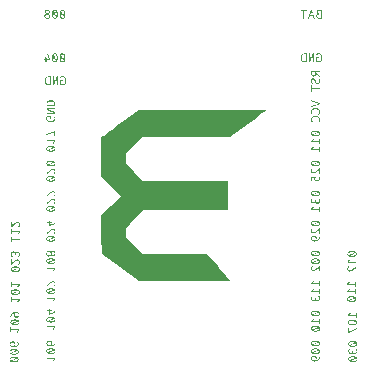
<source format=gbr>
%TF.GenerationSoftware,KiCad,Pcbnew,(6.99.0-1594-g5bf163de80)*%
%TF.CreationDate,2022-06-08T17:32:02-04:00*%
%TF.ProjectId,nrf52840,6e726635-3238-4343-902e-6b696361645f,v1.0*%
%TF.SameCoordinates,Original*%
%TF.FileFunction,Legend,Bot*%
%TF.FilePolarity,Positive*%
%FSLAX46Y46*%
G04 Gerber Fmt 4.6, Leading zero omitted, Abs format (unit mm)*
G04 Created by KiCad (PCBNEW (6.99.0-1594-g5bf163de80)) date 2022-06-08 17:32:02*
%MOMM*%
%LPD*%
G01*
G04 APERTURE LIST*
%ADD10C,0.130000*%
G04 APERTURE END LIST*
D10*
G36*
X177277192Y-104771994D02*
G01*
X177288670Y-104772175D01*
X177299975Y-104772477D01*
X177311109Y-104772901D01*
X177322072Y-104773445D01*
X177332862Y-104774110D01*
X177343481Y-104774896D01*
X177353928Y-104775803D01*
X177364204Y-104776831D01*
X177374307Y-104777980D01*
X177384239Y-104779249D01*
X177393999Y-104780640D01*
X177403588Y-104782152D01*
X177413005Y-104783784D01*
X177422250Y-104785538D01*
X177431323Y-104787412D01*
X177440224Y-104789407D01*
X177448954Y-104791524D01*
X177457512Y-104793761D01*
X177465898Y-104796119D01*
X177474113Y-104798598D01*
X177482156Y-104801198D01*
X177490027Y-104803919D01*
X177497726Y-104806761D01*
X177505254Y-104809724D01*
X177512610Y-104812807D01*
X177519794Y-104816012D01*
X177526806Y-104819337D01*
X177533647Y-104822784D01*
X177540316Y-104826351D01*
X177546813Y-104830040D01*
X177553139Y-104833849D01*
X177559281Y-104837774D01*
X177570980Y-104845960D01*
X177581900Y-104854593D01*
X177592039Y-104863672D01*
X177601399Y-104873197D01*
X177609978Y-104883169D01*
X177617778Y-104893588D01*
X177624797Y-104904453D01*
X177631037Y-104915764D01*
X177636497Y-104927522D01*
X177641176Y-104939727D01*
X177645076Y-104952378D01*
X177648196Y-104965475D01*
X177650536Y-104979019D01*
X177652096Y-104993010D01*
X177652876Y-105007447D01*
X177652973Y-105014833D01*
X177652583Y-105029471D01*
X177651413Y-105043664D01*
X177649463Y-105057412D01*
X177646734Y-105070715D01*
X177643224Y-105083573D01*
X177638934Y-105095985D01*
X177633864Y-105107953D01*
X177628015Y-105119476D01*
X177621385Y-105130553D01*
X177613975Y-105141186D01*
X177605786Y-105151373D01*
X177596816Y-105161115D01*
X177587067Y-105170412D01*
X177576538Y-105179265D01*
X177565228Y-105187672D01*
X177553139Y-105195634D01*
X177546813Y-105199443D01*
X177540316Y-105203131D01*
X177533647Y-105206699D01*
X177526806Y-105210145D01*
X177519794Y-105213471D01*
X177512610Y-105216675D01*
X177505254Y-105219759D01*
X177497726Y-105222722D01*
X177490027Y-105225563D01*
X177482156Y-105228284D01*
X177474113Y-105230884D01*
X177465898Y-105233363D01*
X177457512Y-105235721D01*
X177448954Y-105237959D01*
X177440224Y-105240075D01*
X177431323Y-105242070D01*
X177422250Y-105243945D01*
X177413005Y-105245698D01*
X177403588Y-105247331D01*
X177393999Y-105248842D01*
X177384239Y-105250233D01*
X177374307Y-105251503D01*
X177364204Y-105252651D01*
X177353928Y-105253679D01*
X177343481Y-105254586D01*
X177332862Y-105255372D01*
X177322072Y-105256038D01*
X177311109Y-105256582D01*
X177299975Y-105257005D01*
X177288670Y-105257307D01*
X177277192Y-105257489D01*
X177265543Y-105257549D01*
X177253928Y-105257489D01*
X177242484Y-105257307D01*
X177231212Y-105257005D01*
X177220111Y-105256582D01*
X177209181Y-105256038D01*
X177198423Y-105255372D01*
X177187836Y-105254586D01*
X177177421Y-105253679D01*
X177167177Y-105252651D01*
X177157104Y-105251503D01*
X177147203Y-105250233D01*
X177137473Y-105248842D01*
X177127914Y-105247331D01*
X177118527Y-105245698D01*
X177109311Y-105243945D01*
X177100267Y-105242070D01*
X177091394Y-105240075D01*
X177082692Y-105237959D01*
X177074162Y-105235721D01*
X177065803Y-105233363D01*
X177057615Y-105230884D01*
X177049599Y-105228284D01*
X177041754Y-105225563D01*
X177034081Y-105222722D01*
X177026579Y-105219759D01*
X177019248Y-105216675D01*
X177012089Y-105213471D01*
X177005101Y-105210145D01*
X176998284Y-105206699D01*
X176991639Y-105203131D01*
X176985165Y-105199443D01*
X176978863Y-105195634D01*
X176972732Y-105191708D01*
X176961054Y-105183524D01*
X176950155Y-105174894D01*
X176940034Y-105165819D01*
X176930692Y-105156300D01*
X176922128Y-105146335D01*
X176919542Y-105142877D01*
X177074850Y-105142877D01*
X177079199Y-105144072D01*
X177088231Y-105146347D01*
X177097708Y-105148471D01*
X177107630Y-105150443D01*
X177117997Y-105152263D01*
X177128809Y-105153932D01*
X177140066Y-105155449D01*
X177151768Y-105156814D01*
X177163915Y-105158028D01*
X177176508Y-105159090D01*
X177189545Y-105160000D01*
X177203028Y-105160758D01*
X177216955Y-105161365D01*
X177231328Y-105161820D01*
X177238681Y-105161991D01*
X177246145Y-105162124D01*
X177253721Y-105162219D01*
X177261408Y-105162275D01*
X177269207Y-105162294D01*
X177288219Y-105162150D01*
X177306628Y-105161718D01*
X177324433Y-105160998D01*
X177341635Y-105159990D01*
X177358233Y-105158694D01*
X177374228Y-105157110D01*
X177389619Y-105155238D01*
X177404406Y-105153078D01*
X177418590Y-105150630D01*
X177432171Y-105147894D01*
X177445147Y-105144870D01*
X177457521Y-105141558D01*
X177469290Y-105137957D01*
X177480456Y-105134069D01*
X177491019Y-105129893D01*
X177500978Y-105125429D01*
X177510333Y-105120677D01*
X177519085Y-105115637D01*
X177527233Y-105110308D01*
X177534778Y-105104692D01*
X177541719Y-105098788D01*
X177548056Y-105092596D01*
X177553790Y-105086116D01*
X177558921Y-105079347D01*
X177563447Y-105072291D01*
X177567371Y-105064947D01*
X177570690Y-105057314D01*
X177573406Y-105049394D01*
X177575519Y-105041186D01*
X177577028Y-105032689D01*
X177577933Y-105023905D01*
X177578235Y-105014833D01*
X177578055Y-105006987D01*
X177577514Y-104999388D01*
X177576612Y-104992035D01*
X177574978Y-104983190D01*
X177572780Y-104974729D01*
X177570019Y-104966654D01*
X177566694Y-104958962D01*
X177564419Y-104954550D01*
X177560134Y-104947433D01*
X177555232Y-104940611D01*
X177549712Y-104934085D01*
X177543575Y-104927853D01*
X177536821Y-104921917D01*
X177530974Y-104917380D01*
X177074850Y-105142877D01*
X176919542Y-105142877D01*
X176914343Y-105135925D01*
X176907336Y-105125070D01*
X176901108Y-105113770D01*
X176895658Y-105102025D01*
X176890987Y-105089835D01*
X176887094Y-105077199D01*
X176883980Y-105064119D01*
X176881645Y-105050594D01*
X176880088Y-105036623D01*
X176879309Y-105022207D01*
X176879212Y-105014833D01*
X176953950Y-105014833D01*
X176954162Y-105022838D01*
X176954797Y-105030598D01*
X176955856Y-105038111D01*
X176957339Y-105045378D01*
X176960357Y-105055818D01*
X176964329Y-105065703D01*
X176969253Y-105075035D01*
X176975131Y-105083812D01*
X176981961Y-105092036D01*
X176989745Y-105099706D01*
X176995464Y-105104512D01*
X177001606Y-105109071D01*
X177008172Y-105113385D01*
X177462281Y-104886605D01*
X177457808Y-104885444D01*
X177448546Y-104883233D01*
X177438860Y-104881170D01*
X177428751Y-104879253D01*
X177418218Y-104877485D01*
X177407262Y-104875863D01*
X177395881Y-104874389D01*
X177384078Y-104873063D01*
X177371850Y-104871883D01*
X177359199Y-104870851D01*
X177346124Y-104869967D01*
X177332626Y-104869230D01*
X177318704Y-104868640D01*
X177304359Y-104868198D01*
X177297027Y-104868032D01*
X177289590Y-104867903D01*
X177282047Y-104867811D01*
X177274397Y-104867756D01*
X177266642Y-104867738D01*
X177247404Y-104867881D01*
X177228777Y-104868312D01*
X177210761Y-104869030D01*
X177193355Y-104870036D01*
X177176560Y-104871329D01*
X177160376Y-104872909D01*
X177144802Y-104874776D01*
X177129839Y-104876931D01*
X177115487Y-104879373D01*
X177101746Y-104882102D01*
X177088615Y-104885119D01*
X177076095Y-104888423D01*
X177064186Y-104892014D01*
X177052888Y-104895892D01*
X177042200Y-104900058D01*
X177032123Y-104904511D01*
X177022657Y-104909252D01*
X177013801Y-104914279D01*
X177005557Y-104919594D01*
X176997922Y-104925197D01*
X176990899Y-104931086D01*
X176984486Y-104937263D01*
X176978685Y-104943727D01*
X176973493Y-104950479D01*
X176968913Y-104957517D01*
X176964943Y-104964843D01*
X176961584Y-104972457D01*
X176958836Y-104980357D01*
X176956698Y-104988545D01*
X176955172Y-104997020D01*
X176954255Y-105005783D01*
X176953950Y-105014833D01*
X176879212Y-105014833D01*
X176879601Y-105000172D01*
X176880769Y-104985959D01*
X176882715Y-104972191D01*
X176885440Y-104958871D01*
X176888943Y-104945996D01*
X176893225Y-104933569D01*
X176898286Y-104921587D01*
X176904125Y-104910053D01*
X176910742Y-104898964D01*
X176918138Y-104888323D01*
X176926313Y-104878127D01*
X176935266Y-104868379D01*
X176944997Y-104859076D01*
X176955507Y-104850221D01*
X176966796Y-104841812D01*
X176978863Y-104833849D01*
X176985165Y-104830040D01*
X176991639Y-104826351D01*
X176998284Y-104822784D01*
X177005101Y-104819337D01*
X177012089Y-104816012D01*
X177019248Y-104812807D01*
X177026579Y-104809724D01*
X177034081Y-104806761D01*
X177041754Y-104803919D01*
X177049599Y-104801198D01*
X177057615Y-104798598D01*
X177065803Y-104796119D01*
X177074162Y-104793761D01*
X177082692Y-104791524D01*
X177091394Y-104789407D01*
X177100267Y-104787412D01*
X177109311Y-104785538D01*
X177118527Y-104783784D01*
X177127914Y-104782152D01*
X177137473Y-104780640D01*
X177147203Y-104779249D01*
X177157104Y-104777980D01*
X177167177Y-104776831D01*
X177177421Y-104775803D01*
X177187836Y-104774896D01*
X177198423Y-104774110D01*
X177209181Y-104773445D01*
X177220111Y-104772901D01*
X177231212Y-104772477D01*
X177242484Y-104772175D01*
X177253928Y-104771994D01*
X177265543Y-104771933D01*
X177277192Y-104771994D01*
G37*
G36*
X176890935Y-105739501D02*
G01*
X177566511Y-105739501D01*
X177566511Y-105894473D01*
X177641250Y-105894473D01*
X177641250Y-105466377D01*
X177566511Y-105466377D01*
X177566511Y-105649009D01*
X176998647Y-105649009D01*
X177101778Y-105478833D01*
X177037481Y-105439632D01*
X176890935Y-105660367D01*
X176890935Y-105739501D01*
G37*
G36*
X176879212Y-106272928D02*
G01*
X176879319Y-106281421D01*
X176879641Y-106289775D01*
X176880178Y-106297988D01*
X176880929Y-106306061D01*
X176881895Y-106313993D01*
X176883076Y-106321786D01*
X176884471Y-106329438D01*
X176886081Y-106336950D01*
X176887906Y-106344321D01*
X176889945Y-106351553D01*
X176892199Y-106358644D01*
X176894668Y-106365595D01*
X176898773Y-106375758D01*
X176903362Y-106385606D01*
X176906689Y-106391996D01*
X176911985Y-106401268D01*
X176917639Y-106410125D01*
X176923650Y-106418566D01*
X176930019Y-106426592D01*
X176936745Y-106434202D01*
X176943829Y-106441397D01*
X176951269Y-106448177D01*
X176959068Y-106454541D01*
X176967223Y-106460490D01*
X176975737Y-106466024D01*
X176981611Y-106469482D01*
X176990650Y-106474294D01*
X176999909Y-106478633D01*
X177009386Y-106482499D01*
X177019083Y-106485891D01*
X177028998Y-106488810D01*
X177039133Y-106491256D01*
X177049486Y-106493228D01*
X177060058Y-106494727D01*
X177070850Y-106495752D01*
X177078166Y-106496173D01*
X177085579Y-106496384D01*
X177089322Y-106496410D01*
X177097986Y-106496285D01*
X177106621Y-106495912D01*
X177115228Y-106495289D01*
X177123806Y-106494418D01*
X177132355Y-106493297D01*
X177140876Y-106491928D01*
X177149368Y-106490309D01*
X177157832Y-106488441D01*
X177166267Y-106486325D01*
X177174673Y-106483959D01*
X177183051Y-106481345D01*
X177191400Y-106478481D01*
X177199720Y-106475368D01*
X177208012Y-106472007D01*
X177216276Y-106468396D01*
X177224510Y-106464536D01*
X177232760Y-106460424D01*
X177241114Y-106456010D01*
X177249572Y-106451293D01*
X177258136Y-106446275D01*
X177266803Y-106440955D01*
X177275575Y-106435333D01*
X177284451Y-106429409D01*
X177293432Y-106423183D01*
X177302518Y-106416655D01*
X177311708Y-106409825D01*
X177321002Y-106402693D01*
X177330401Y-106395259D01*
X177339904Y-106387523D01*
X177349512Y-106379485D01*
X177359224Y-106371146D01*
X177369041Y-106362504D01*
X177379043Y-106353508D01*
X177389357Y-106344060D01*
X177399983Y-106334159D01*
X177405413Y-106329039D01*
X177410921Y-106323807D01*
X177416507Y-106318461D01*
X177422171Y-106313002D01*
X177427913Y-106307430D01*
X177433733Y-106301745D01*
X177439631Y-106295946D01*
X177445607Y-106290035D01*
X177451661Y-106284011D01*
X177457793Y-106277874D01*
X177464003Y-106271623D01*
X177470290Y-106265260D01*
X177476656Y-106258783D01*
X177483100Y-106252194D01*
X177489622Y-106245491D01*
X177496222Y-106238675D01*
X177502900Y-106231747D01*
X177509656Y-106224705D01*
X177516490Y-106217550D01*
X177523402Y-106210282D01*
X177530392Y-106202901D01*
X177537460Y-106195407D01*
X177544606Y-106187800D01*
X177551829Y-106180080D01*
X177559131Y-106172247D01*
X177566511Y-106164301D01*
X177566511Y-106513629D01*
X177641250Y-106502455D01*
X177641250Y-106061352D01*
X177569992Y-106061352D01*
X177561135Y-106070403D01*
X177552400Y-106079305D01*
X177543789Y-106088058D01*
X177535302Y-106096664D01*
X177526937Y-106105120D01*
X177518695Y-106113428D01*
X177510576Y-106121588D01*
X177502581Y-106129599D01*
X177494708Y-106137462D01*
X177486959Y-106145176D01*
X177479332Y-106152742D01*
X177471829Y-106160159D01*
X177464449Y-106167428D01*
X177457192Y-106174548D01*
X177450057Y-106181520D01*
X177443046Y-106188343D01*
X177436158Y-106195018D01*
X177429394Y-106201545D01*
X177422752Y-106207923D01*
X177416233Y-106214152D01*
X177409838Y-106220233D01*
X177403565Y-106226165D01*
X177397415Y-106231949D01*
X177391389Y-106237585D01*
X177385486Y-106243072D01*
X177379705Y-106248411D01*
X177374048Y-106253601D01*
X177368514Y-106258642D01*
X177357815Y-106268280D01*
X177347609Y-106277324D01*
X177337737Y-106285903D01*
X177328045Y-106294145D01*
X177318532Y-106302052D01*
X177309198Y-106309621D01*
X177300042Y-106316855D01*
X177291065Y-106323752D01*
X177282268Y-106330313D01*
X177273649Y-106336538D01*
X177265209Y-106342426D01*
X177256948Y-106347978D01*
X177248865Y-106353194D01*
X177240962Y-106358073D01*
X177233238Y-106362616D01*
X177225692Y-106366823D01*
X177218326Y-106370693D01*
X177211138Y-106374227D01*
X177204014Y-106377488D01*
X177196841Y-106380539D01*
X177189618Y-106383379D01*
X177182344Y-106386008D01*
X177175020Y-106388428D01*
X177167646Y-106390637D01*
X177160223Y-106392635D01*
X177152749Y-106394423D01*
X177145224Y-106396001D01*
X177137650Y-106397368D01*
X177130026Y-106398526D01*
X177122352Y-106399472D01*
X177114627Y-106400209D01*
X177106853Y-106400734D01*
X177099028Y-106401050D01*
X177091154Y-106401155D01*
X177083247Y-106401017D01*
X177075557Y-106400603D01*
X177068083Y-106399912D01*
X177057278Y-106398359D01*
X177046958Y-106396184D01*
X177037125Y-106393387D01*
X177027778Y-106389969D01*
X177018917Y-106385929D01*
X177010542Y-106381268D01*
X177002653Y-106375986D01*
X176995251Y-106370082D01*
X176990587Y-106365801D01*
X176984039Y-106358971D01*
X176978136Y-106351672D01*
X176972877Y-106343902D01*
X176968261Y-106335662D01*
X176964290Y-106326952D01*
X176960963Y-106317772D01*
X176958279Y-106308121D01*
X176956240Y-106298001D01*
X176954845Y-106287410D01*
X176954272Y-106280089D01*
X176953986Y-106272558D01*
X176953950Y-106268715D01*
X176954119Y-106258877D01*
X176954626Y-106249356D01*
X176955472Y-106240150D01*
X176956655Y-106231259D01*
X176958176Y-106222685D01*
X176960036Y-106214425D01*
X176962234Y-106206482D01*
X176964769Y-106198853D01*
X176967643Y-106191541D01*
X176970855Y-106184544D01*
X176973184Y-106180054D01*
X176976991Y-106173452D01*
X176981269Y-106166833D01*
X176986016Y-106160198D01*
X176991233Y-106153547D01*
X176996921Y-106146880D01*
X177003079Y-106140197D01*
X177009707Y-106133498D01*
X177016804Y-106126783D01*
X177024373Y-106120051D01*
X177032411Y-106113304D01*
X177038031Y-106108796D01*
X176989121Y-106046331D01*
X176982185Y-106051955D01*
X176975480Y-106057651D01*
X176969007Y-106063421D01*
X176962766Y-106069264D01*
X176956757Y-106075179D01*
X176950979Y-106081167D01*
X176945434Y-106087229D01*
X176940120Y-106093363D01*
X176935038Y-106099571D01*
X176930188Y-106105851D01*
X176925570Y-106112205D01*
X176921183Y-106118631D01*
X176917029Y-106125130D01*
X176913106Y-106131703D01*
X176909415Y-106138348D01*
X176905956Y-106145067D01*
X176902718Y-106151920D01*
X176899688Y-106158925D01*
X176896867Y-106166082D01*
X176894256Y-106173391D01*
X176891853Y-106180851D01*
X176889659Y-106188464D01*
X176887674Y-106196227D01*
X176885898Y-106204143D01*
X176884331Y-106212210D01*
X176882973Y-106220429D01*
X176881824Y-106228799D01*
X176880883Y-106237322D01*
X176880152Y-106245996D01*
X176879630Y-106254821D01*
X176879316Y-106263799D01*
X176879212Y-106272928D01*
G37*
G36*
X149129064Y-108816032D02*
G01*
X148453488Y-108816032D01*
X148453488Y-108661059D01*
X148378750Y-108661059D01*
X148378750Y-109089156D01*
X148453488Y-109089156D01*
X148453488Y-108906524D01*
X149021352Y-108906524D01*
X148918221Y-109076700D01*
X148982518Y-109115901D01*
X149129064Y-108895166D01*
X149129064Y-108816032D01*
G37*
G36*
X148766071Y-108006977D02*
G01*
X148777515Y-108007158D01*
X148788787Y-108007460D01*
X148799888Y-108007883D01*
X148810818Y-108008428D01*
X148821576Y-108009093D01*
X148832163Y-108009879D01*
X148842578Y-108010786D01*
X148852822Y-108011814D01*
X148862895Y-108012962D01*
X148872796Y-108014232D01*
X148882526Y-108015623D01*
X148892085Y-108017135D01*
X148901472Y-108018767D01*
X148910688Y-108020521D01*
X148919732Y-108022395D01*
X148928605Y-108024390D01*
X148937307Y-108026507D01*
X148945837Y-108028744D01*
X148954196Y-108031102D01*
X148962384Y-108033581D01*
X148970400Y-108036181D01*
X148978245Y-108038902D01*
X148985918Y-108041744D01*
X148993420Y-108044706D01*
X149000751Y-108047790D01*
X149007910Y-108050995D01*
X149014898Y-108054320D01*
X149021715Y-108057767D01*
X149028360Y-108061334D01*
X149034834Y-108065022D01*
X149041136Y-108068832D01*
X149047267Y-108072757D01*
X149058945Y-108080941D01*
X149069844Y-108089571D01*
X149079965Y-108098646D01*
X149089307Y-108108165D01*
X149097871Y-108118130D01*
X149105656Y-108128540D01*
X149112663Y-108139395D01*
X149118891Y-108150695D01*
X149124341Y-108162440D01*
X149129012Y-108174631D01*
X149132905Y-108187266D01*
X149136019Y-108200346D01*
X149138354Y-108213872D01*
X149139911Y-108227842D01*
X149140690Y-108242258D01*
X149140787Y-108249632D01*
X149140398Y-108264293D01*
X149139230Y-108278506D01*
X149137284Y-108292274D01*
X149134559Y-108305595D01*
X149131056Y-108318469D01*
X149126774Y-108330897D01*
X149121713Y-108342878D01*
X149115874Y-108354413D01*
X149109257Y-108365501D01*
X149101861Y-108376143D01*
X149093686Y-108386338D01*
X149084733Y-108396086D01*
X149075002Y-108405389D01*
X149064492Y-108414244D01*
X149053203Y-108422654D01*
X149041136Y-108430616D01*
X149034834Y-108434426D01*
X149028360Y-108438114D01*
X149021715Y-108441681D01*
X149014898Y-108445128D01*
X149007910Y-108448453D01*
X149000751Y-108451658D01*
X148993420Y-108454742D01*
X148985918Y-108457704D01*
X148978245Y-108460546D01*
X148970400Y-108463267D01*
X148962384Y-108465867D01*
X148954196Y-108468346D01*
X148945837Y-108470704D01*
X148937307Y-108472941D01*
X148928605Y-108475058D01*
X148919732Y-108477053D01*
X148910688Y-108478927D01*
X148901472Y-108480681D01*
X148892085Y-108482313D01*
X148882526Y-108483825D01*
X148872796Y-108485216D01*
X148862895Y-108486485D01*
X148852822Y-108487634D01*
X148842578Y-108488662D01*
X148832163Y-108489569D01*
X148821576Y-108490355D01*
X148810818Y-108491020D01*
X148799888Y-108491564D01*
X148788787Y-108491988D01*
X148777515Y-108492290D01*
X148766071Y-108492471D01*
X148754456Y-108492532D01*
X148742807Y-108492471D01*
X148731329Y-108492290D01*
X148720024Y-108491988D01*
X148708890Y-108491564D01*
X148697927Y-108491020D01*
X148687137Y-108490355D01*
X148676518Y-108489569D01*
X148666071Y-108488662D01*
X148655795Y-108487634D01*
X148645692Y-108486485D01*
X148635760Y-108485216D01*
X148626000Y-108483825D01*
X148616411Y-108482313D01*
X148606994Y-108480681D01*
X148597749Y-108478927D01*
X148588676Y-108477053D01*
X148579775Y-108475058D01*
X148571045Y-108472941D01*
X148562487Y-108470704D01*
X148554101Y-108468346D01*
X148545886Y-108465867D01*
X148537843Y-108463267D01*
X148529972Y-108460546D01*
X148522273Y-108457704D01*
X148514745Y-108454742D01*
X148507389Y-108451658D01*
X148500205Y-108448453D01*
X148493193Y-108445128D01*
X148486352Y-108441681D01*
X148479683Y-108438114D01*
X148473186Y-108434426D01*
X148466860Y-108430616D01*
X148460718Y-108426691D01*
X148449019Y-108418505D01*
X148438099Y-108409872D01*
X148427960Y-108400793D01*
X148418600Y-108391268D01*
X148410021Y-108381296D01*
X148407449Y-108377860D01*
X148557718Y-108377860D01*
X148562191Y-108379021D01*
X148571453Y-108381232D01*
X148581139Y-108383295D01*
X148591248Y-108385212D01*
X148601781Y-108386981D01*
X148612737Y-108388602D01*
X148624118Y-108390076D01*
X148635921Y-108391403D01*
X148648149Y-108392582D01*
X148660800Y-108393614D01*
X148673875Y-108394498D01*
X148687373Y-108395235D01*
X148701295Y-108395825D01*
X148715640Y-108396267D01*
X148722972Y-108396433D01*
X148730409Y-108396562D01*
X148737952Y-108396654D01*
X148745602Y-108396709D01*
X148753357Y-108396728D01*
X148772595Y-108396584D01*
X148791222Y-108396153D01*
X148809238Y-108395435D01*
X148826644Y-108394429D01*
X148843439Y-108393136D01*
X148859623Y-108391556D01*
X148875197Y-108389689D01*
X148890160Y-108387534D01*
X148904512Y-108385092D01*
X148918253Y-108382363D01*
X148931384Y-108379346D01*
X148943904Y-108376042D01*
X148955813Y-108372451D01*
X148967111Y-108368573D01*
X148977799Y-108364407D01*
X148987876Y-108359954D01*
X148997342Y-108355213D01*
X149006198Y-108350186D01*
X149014442Y-108344871D01*
X149022077Y-108339269D01*
X149029100Y-108333379D01*
X149035513Y-108327202D01*
X149041314Y-108320738D01*
X149046506Y-108313987D01*
X149051086Y-108306948D01*
X149055056Y-108299622D01*
X149058415Y-108292008D01*
X149061163Y-108284108D01*
X149063301Y-108275920D01*
X149064827Y-108267445D01*
X149065744Y-108258682D01*
X149066049Y-108249632D01*
X149065837Y-108241627D01*
X149065202Y-108233867D01*
X149064143Y-108226354D01*
X149062660Y-108219087D01*
X149059642Y-108208648D01*
X149055670Y-108198762D01*
X149050746Y-108189431D01*
X149044868Y-108180653D01*
X149038038Y-108172429D01*
X149030254Y-108164759D01*
X149024535Y-108159953D01*
X149018393Y-108155394D01*
X149011827Y-108151080D01*
X148557718Y-108377860D01*
X148407449Y-108377860D01*
X148402221Y-108370877D01*
X148395202Y-108360012D01*
X148388962Y-108348701D01*
X148383502Y-108336943D01*
X148378823Y-108324738D01*
X148374923Y-108312087D01*
X148371803Y-108298990D01*
X148369463Y-108285446D01*
X148367903Y-108271455D01*
X148367123Y-108257018D01*
X148367026Y-108249632D01*
X148441764Y-108249632D01*
X148441944Y-108257478D01*
X148442485Y-108265077D01*
X148443387Y-108272430D01*
X148445021Y-108281275D01*
X148447219Y-108289736D01*
X148449980Y-108297812D01*
X148453305Y-108305503D01*
X148455580Y-108309915D01*
X148459865Y-108317032D01*
X148464767Y-108323854D01*
X148470287Y-108330381D01*
X148476424Y-108336612D01*
X148483178Y-108342549D01*
X148489025Y-108347085D01*
X148945149Y-108121588D01*
X148940800Y-108120393D01*
X148931768Y-108118118D01*
X148922291Y-108115994D01*
X148912369Y-108114022D01*
X148902002Y-108112202D01*
X148891190Y-108110533D01*
X148879933Y-108109016D01*
X148868231Y-108107651D01*
X148856084Y-108106437D01*
X148843491Y-108105375D01*
X148830454Y-108104465D01*
X148816971Y-108103707D01*
X148803044Y-108103100D01*
X148788671Y-108102645D01*
X148781318Y-108102474D01*
X148773854Y-108102341D01*
X148766278Y-108102247D01*
X148758591Y-108102190D01*
X148750792Y-108102171D01*
X148731780Y-108102315D01*
X148713371Y-108102747D01*
X148695566Y-108103467D01*
X148678364Y-108104475D01*
X148661766Y-108105771D01*
X148645771Y-108107355D01*
X148630380Y-108109227D01*
X148615593Y-108111387D01*
X148601409Y-108113835D01*
X148587828Y-108116571D01*
X148574852Y-108119595D01*
X148562478Y-108122908D01*
X148550709Y-108126508D01*
X148539543Y-108130396D01*
X148528980Y-108134572D01*
X148519021Y-108139036D01*
X148509666Y-108143788D01*
X148500914Y-108148829D01*
X148492766Y-108154157D01*
X148485221Y-108159773D01*
X148478280Y-108165677D01*
X148471943Y-108171869D01*
X148466209Y-108178350D01*
X148461078Y-108185118D01*
X148456552Y-108192174D01*
X148452628Y-108199518D01*
X148449309Y-108207151D01*
X148446593Y-108215071D01*
X148444480Y-108223279D01*
X148442971Y-108231776D01*
X148442066Y-108240560D01*
X148441764Y-108249632D01*
X148367026Y-108249632D01*
X148367416Y-108234994D01*
X148368586Y-108220801D01*
X148370536Y-108207053D01*
X148373265Y-108193750D01*
X148376775Y-108180893D01*
X148381065Y-108168480D01*
X148386135Y-108156512D01*
X148391984Y-108144990D01*
X148398614Y-108133912D01*
X148406024Y-108123280D01*
X148414213Y-108113092D01*
X148423183Y-108103350D01*
X148432932Y-108094053D01*
X148443461Y-108085201D01*
X148454771Y-108076794D01*
X148466860Y-108068832D01*
X148473186Y-108065022D01*
X148479683Y-108061334D01*
X148486352Y-108057767D01*
X148493193Y-108054320D01*
X148500205Y-108050995D01*
X148507389Y-108047790D01*
X148514745Y-108044706D01*
X148522273Y-108041744D01*
X148529972Y-108038902D01*
X148537843Y-108036181D01*
X148545886Y-108033581D01*
X148554101Y-108031102D01*
X148562487Y-108028744D01*
X148571045Y-108026507D01*
X148579775Y-108024390D01*
X148588676Y-108022395D01*
X148597749Y-108020521D01*
X148606994Y-108018767D01*
X148616411Y-108017135D01*
X148626000Y-108015623D01*
X148635760Y-108014232D01*
X148645692Y-108012962D01*
X148655795Y-108011814D01*
X148666071Y-108010786D01*
X148676518Y-108009879D01*
X148687137Y-108009093D01*
X148697927Y-108008428D01*
X148708890Y-108007883D01*
X148720024Y-108007460D01*
X148731329Y-108007158D01*
X148742807Y-108006977D01*
X148754456Y-108006916D01*
X148766071Y-108006977D01*
G37*
G36*
X149129064Y-107524964D02*
G01*
X148453488Y-107524964D01*
X148453488Y-107369992D01*
X148378750Y-107369992D01*
X148378750Y-107798088D01*
X148453488Y-107798088D01*
X148453488Y-107615456D01*
X149021352Y-107615456D01*
X148918221Y-107785632D01*
X148982518Y-107824833D01*
X149129064Y-107604099D01*
X149129064Y-107524964D01*
G37*
G36*
X176940935Y-110243967D02*
G01*
X177616511Y-110243967D01*
X177616511Y-110398940D01*
X177691250Y-110398940D01*
X177691250Y-109970843D01*
X177616511Y-109970843D01*
X177616511Y-110153475D01*
X177048647Y-110153475D01*
X177151778Y-109983299D01*
X177087481Y-109944098D01*
X176940935Y-110164833D01*
X176940935Y-110243967D01*
G37*
G36*
X177327192Y-110567528D02*
G01*
X177338670Y-110567709D01*
X177349975Y-110568011D01*
X177361109Y-110568435D01*
X177372072Y-110568979D01*
X177382862Y-110569644D01*
X177393481Y-110570430D01*
X177403928Y-110571337D01*
X177414204Y-110572365D01*
X177424307Y-110573514D01*
X177434239Y-110574783D01*
X177443999Y-110576174D01*
X177453588Y-110577686D01*
X177463005Y-110579318D01*
X177472250Y-110581072D01*
X177481323Y-110582946D01*
X177490224Y-110584941D01*
X177498954Y-110587058D01*
X177507512Y-110589295D01*
X177515898Y-110591653D01*
X177524113Y-110594132D01*
X177532156Y-110596732D01*
X177540027Y-110599453D01*
X177547726Y-110602295D01*
X177555254Y-110605257D01*
X177562610Y-110608341D01*
X177569794Y-110611546D01*
X177576806Y-110614871D01*
X177583647Y-110618318D01*
X177590316Y-110621885D01*
X177596813Y-110625573D01*
X177603139Y-110629383D01*
X177609281Y-110633308D01*
X177620980Y-110641494D01*
X177631900Y-110650127D01*
X177642039Y-110659206D01*
X177651399Y-110668731D01*
X177659978Y-110678703D01*
X177667778Y-110689122D01*
X177674797Y-110699987D01*
X177681037Y-110711298D01*
X177686497Y-110723056D01*
X177691176Y-110735261D01*
X177695076Y-110747912D01*
X177698196Y-110761009D01*
X177700536Y-110774553D01*
X177702096Y-110788544D01*
X177702876Y-110802981D01*
X177702973Y-110810367D01*
X177702583Y-110825005D01*
X177701413Y-110839198D01*
X177699463Y-110852946D01*
X177696734Y-110866249D01*
X177693224Y-110879106D01*
X177688934Y-110891519D01*
X177683864Y-110903487D01*
X177678015Y-110915009D01*
X177671385Y-110926087D01*
X177663975Y-110936719D01*
X177655786Y-110946907D01*
X177646816Y-110956649D01*
X177637067Y-110965946D01*
X177626538Y-110974798D01*
X177615228Y-110983205D01*
X177603139Y-110991167D01*
X177596813Y-110994977D01*
X177590316Y-110998665D01*
X177583647Y-111002232D01*
X177576806Y-111005679D01*
X177569794Y-111009004D01*
X177562610Y-111012209D01*
X177555254Y-111015293D01*
X177547726Y-111018255D01*
X177540027Y-111021097D01*
X177532156Y-111023818D01*
X177524113Y-111026418D01*
X177515898Y-111028897D01*
X177507512Y-111031255D01*
X177498954Y-111033492D01*
X177490224Y-111035609D01*
X177481323Y-111037604D01*
X177472250Y-111039478D01*
X177463005Y-111041232D01*
X177453588Y-111042864D01*
X177443999Y-111044376D01*
X177434239Y-111045767D01*
X177424307Y-111047037D01*
X177414204Y-111048185D01*
X177403928Y-111049213D01*
X177393481Y-111050120D01*
X177382862Y-111050906D01*
X177372072Y-111051571D01*
X177361109Y-111052116D01*
X177349975Y-111052539D01*
X177338670Y-111052841D01*
X177327192Y-111053022D01*
X177315543Y-111053083D01*
X177303928Y-111053022D01*
X177292484Y-111052841D01*
X177281212Y-111052539D01*
X177270111Y-111052116D01*
X177259181Y-111051571D01*
X177248423Y-111050906D01*
X177237836Y-111050120D01*
X177227421Y-111049213D01*
X177217177Y-111048185D01*
X177207104Y-111047037D01*
X177197203Y-111045767D01*
X177187473Y-111044376D01*
X177177914Y-111042864D01*
X177168527Y-111041232D01*
X177159311Y-111039478D01*
X177150267Y-111037604D01*
X177141394Y-111035609D01*
X177132692Y-111033492D01*
X177124162Y-111031255D01*
X177115803Y-111028897D01*
X177107615Y-111026418D01*
X177099599Y-111023818D01*
X177091754Y-111021097D01*
X177084081Y-111018255D01*
X177076579Y-111015293D01*
X177069248Y-111012209D01*
X177062089Y-111009004D01*
X177055101Y-111005679D01*
X177048284Y-111002232D01*
X177041639Y-110998665D01*
X177035165Y-110994977D01*
X177028863Y-110991167D01*
X177022732Y-110987242D01*
X177011054Y-110979058D01*
X177000155Y-110970428D01*
X176990034Y-110961353D01*
X176980692Y-110951834D01*
X176972128Y-110941869D01*
X176969542Y-110938411D01*
X177124850Y-110938411D01*
X177129199Y-110939606D01*
X177138231Y-110941881D01*
X177147708Y-110944005D01*
X177157630Y-110945977D01*
X177167997Y-110947797D01*
X177178809Y-110949466D01*
X177190066Y-110950983D01*
X177201768Y-110952348D01*
X177213915Y-110953562D01*
X177226508Y-110954624D01*
X177239545Y-110955534D01*
X177253028Y-110956292D01*
X177266955Y-110956899D01*
X177281328Y-110957354D01*
X177288681Y-110957525D01*
X177296145Y-110957658D01*
X177303721Y-110957752D01*
X177311408Y-110957809D01*
X177319207Y-110957828D01*
X177338219Y-110957684D01*
X177356628Y-110957252D01*
X177374433Y-110956532D01*
X177391635Y-110955524D01*
X177408233Y-110954228D01*
X177424228Y-110952644D01*
X177439619Y-110950772D01*
X177454406Y-110948612D01*
X177468590Y-110946164D01*
X177482171Y-110943428D01*
X177495147Y-110940404D01*
X177507521Y-110937091D01*
X177519290Y-110933491D01*
X177530456Y-110929603D01*
X177541019Y-110925427D01*
X177550978Y-110920963D01*
X177560333Y-110916211D01*
X177569085Y-110911170D01*
X177577233Y-110905842D01*
X177584778Y-110900226D01*
X177591719Y-110894322D01*
X177598056Y-110888130D01*
X177603790Y-110881649D01*
X177608921Y-110874881D01*
X177613447Y-110867825D01*
X177617371Y-110860481D01*
X177620690Y-110852848D01*
X177623406Y-110844928D01*
X177625519Y-110836720D01*
X177627028Y-110828223D01*
X177627933Y-110819439D01*
X177628235Y-110810367D01*
X177628055Y-110802521D01*
X177627514Y-110794922D01*
X177626612Y-110787569D01*
X177624978Y-110778724D01*
X177622780Y-110770263D01*
X177620019Y-110762187D01*
X177616694Y-110754496D01*
X177614419Y-110750084D01*
X177610134Y-110742967D01*
X177605232Y-110736145D01*
X177599712Y-110729618D01*
X177593575Y-110723387D01*
X177586821Y-110717450D01*
X177580974Y-110712914D01*
X177124850Y-110938411D01*
X176969542Y-110938411D01*
X176964343Y-110931459D01*
X176957336Y-110920604D01*
X176951108Y-110909304D01*
X176945658Y-110897559D01*
X176940987Y-110885368D01*
X176937094Y-110872733D01*
X176933980Y-110859653D01*
X176931645Y-110846127D01*
X176930088Y-110832157D01*
X176929309Y-110817741D01*
X176929212Y-110810367D01*
X177003950Y-110810367D01*
X177004162Y-110818372D01*
X177004797Y-110826132D01*
X177005856Y-110833645D01*
X177007339Y-110840912D01*
X177010357Y-110851351D01*
X177014329Y-110861237D01*
X177019253Y-110870568D01*
X177025131Y-110879346D01*
X177031961Y-110887570D01*
X177039745Y-110895240D01*
X177045464Y-110900046D01*
X177051606Y-110904605D01*
X177058172Y-110908919D01*
X177512281Y-110682139D01*
X177507808Y-110680978D01*
X177498546Y-110678767D01*
X177488860Y-110676704D01*
X177478751Y-110674787D01*
X177468218Y-110673018D01*
X177457262Y-110671397D01*
X177445881Y-110669923D01*
X177434078Y-110668596D01*
X177421850Y-110667417D01*
X177409199Y-110666385D01*
X177396124Y-110665501D01*
X177382626Y-110664764D01*
X177368704Y-110664174D01*
X177354359Y-110663732D01*
X177347027Y-110663566D01*
X177339590Y-110663437D01*
X177332047Y-110663345D01*
X177324397Y-110663290D01*
X177316642Y-110663271D01*
X177297404Y-110663415D01*
X177278777Y-110663846D01*
X177260761Y-110664564D01*
X177243355Y-110665570D01*
X177226560Y-110666863D01*
X177210376Y-110668443D01*
X177194802Y-110670310D01*
X177179839Y-110672465D01*
X177165487Y-110674907D01*
X177151746Y-110677636D01*
X177138615Y-110680653D01*
X177126095Y-110683957D01*
X177114186Y-110687548D01*
X177102888Y-110691426D01*
X177092200Y-110695592D01*
X177082123Y-110700045D01*
X177072657Y-110704786D01*
X177063801Y-110709813D01*
X177055557Y-110715128D01*
X177047922Y-110720730D01*
X177040899Y-110726620D01*
X177034486Y-110732797D01*
X177028685Y-110739261D01*
X177023493Y-110746012D01*
X177018913Y-110753051D01*
X177014943Y-110760377D01*
X177011584Y-110767991D01*
X177008836Y-110775891D01*
X177006698Y-110784079D01*
X177005172Y-110792554D01*
X177004255Y-110801317D01*
X177003950Y-110810367D01*
X176929212Y-110810367D01*
X176929601Y-110795706D01*
X176930769Y-110781493D01*
X176932715Y-110767725D01*
X176935440Y-110754404D01*
X176938943Y-110741530D01*
X176943225Y-110729102D01*
X176948286Y-110717121D01*
X176954125Y-110705586D01*
X176960742Y-110694498D01*
X176968138Y-110683856D01*
X176976313Y-110673661D01*
X176985266Y-110663913D01*
X176994997Y-110654610D01*
X177005507Y-110645755D01*
X177016796Y-110637345D01*
X177028863Y-110629383D01*
X177035165Y-110625573D01*
X177041639Y-110621885D01*
X177048284Y-110618318D01*
X177055101Y-110614871D01*
X177062089Y-110611546D01*
X177069248Y-110608341D01*
X177076579Y-110605257D01*
X177084081Y-110602295D01*
X177091754Y-110599453D01*
X177099599Y-110596732D01*
X177107615Y-110594132D01*
X177115803Y-110591653D01*
X177124162Y-110589295D01*
X177132692Y-110587058D01*
X177141394Y-110584941D01*
X177150267Y-110582946D01*
X177159311Y-110581072D01*
X177168527Y-110579318D01*
X177177914Y-110577686D01*
X177187473Y-110576174D01*
X177197203Y-110574783D01*
X177207104Y-110573514D01*
X177217177Y-110572365D01*
X177227421Y-110571337D01*
X177237836Y-110570430D01*
X177248423Y-110569644D01*
X177259181Y-110568979D01*
X177270111Y-110568435D01*
X177281212Y-110568011D01*
X177292484Y-110567709D01*
X177303928Y-110567528D01*
X177315543Y-110567467D01*
X177327192Y-110567528D01*
G37*
G36*
X177009812Y-111676635D02*
G01*
X177700042Y-111380979D01*
X177674214Y-111296532D01*
X177015674Y-111585593D01*
X177015674Y-111237731D01*
X176940935Y-111237731D01*
X176940935Y-111676635D01*
X177009812Y-111676635D01*
G37*
G36*
X148666071Y-113702510D02*
G01*
X148677515Y-113702692D01*
X148688787Y-113702994D01*
X148699888Y-113703417D01*
X148710818Y-113703961D01*
X148721576Y-113704627D01*
X148732163Y-113705413D01*
X148742578Y-113706320D01*
X148752822Y-113707348D01*
X148762895Y-113708496D01*
X148772796Y-113709766D01*
X148782526Y-113711157D01*
X148792085Y-113712668D01*
X148801472Y-113714301D01*
X148810688Y-113716054D01*
X148819732Y-113717929D01*
X148828605Y-113719924D01*
X148837307Y-113722040D01*
X148845837Y-113724278D01*
X148854196Y-113726636D01*
X148862384Y-113729115D01*
X148870400Y-113731715D01*
X148878245Y-113734436D01*
X148885918Y-113737277D01*
X148893420Y-113740240D01*
X148900751Y-113743324D01*
X148907910Y-113746528D01*
X148914898Y-113749854D01*
X148921715Y-113753300D01*
X148928360Y-113756868D01*
X148934834Y-113760556D01*
X148941136Y-113764365D01*
X148947267Y-113768291D01*
X148958945Y-113776475D01*
X148969844Y-113785105D01*
X148979965Y-113794180D01*
X148989307Y-113803699D01*
X148997871Y-113813664D01*
X149005656Y-113824074D01*
X149012663Y-113834929D01*
X149018891Y-113846229D01*
X149024341Y-113857974D01*
X149029012Y-113870164D01*
X149032905Y-113882800D01*
X149036019Y-113895880D01*
X149038354Y-113909405D01*
X149039911Y-113923376D01*
X149040690Y-113937792D01*
X149040787Y-113945166D01*
X149040398Y-113959827D01*
X149039230Y-113974040D01*
X149037284Y-113987808D01*
X149034559Y-114001128D01*
X149031056Y-114014003D01*
X149026774Y-114026430D01*
X149021713Y-114038412D01*
X149015874Y-114049946D01*
X149009257Y-114061035D01*
X149001861Y-114071676D01*
X148993686Y-114081872D01*
X148984733Y-114091620D01*
X148975002Y-114100923D01*
X148964492Y-114109778D01*
X148953203Y-114118187D01*
X148941136Y-114126150D01*
X148934834Y-114129959D01*
X148928360Y-114133648D01*
X148921715Y-114137215D01*
X148914898Y-114140662D01*
X148907910Y-114143987D01*
X148900751Y-114147192D01*
X148893420Y-114150275D01*
X148885918Y-114153238D01*
X148878245Y-114156080D01*
X148870400Y-114158801D01*
X148862384Y-114161401D01*
X148854196Y-114163880D01*
X148845837Y-114166238D01*
X148837307Y-114168475D01*
X148828605Y-114170592D01*
X148819732Y-114172587D01*
X148810688Y-114174461D01*
X148801472Y-114176215D01*
X148792085Y-114177847D01*
X148782526Y-114179359D01*
X148772796Y-114180750D01*
X148762895Y-114182019D01*
X148752822Y-114183168D01*
X148742578Y-114184196D01*
X148732163Y-114185103D01*
X148721576Y-114185889D01*
X148710818Y-114186554D01*
X148699888Y-114187098D01*
X148688787Y-114187522D01*
X148677515Y-114187824D01*
X148666071Y-114188005D01*
X148654456Y-114188066D01*
X148642807Y-114188005D01*
X148631329Y-114187824D01*
X148620024Y-114187522D01*
X148608890Y-114187098D01*
X148597927Y-114186554D01*
X148587137Y-114185889D01*
X148576518Y-114185103D01*
X148566071Y-114184196D01*
X148555795Y-114183168D01*
X148545692Y-114182019D01*
X148535760Y-114180750D01*
X148526000Y-114179359D01*
X148516411Y-114177847D01*
X148506994Y-114176215D01*
X148497749Y-114174461D01*
X148488676Y-114172587D01*
X148479775Y-114170592D01*
X148471045Y-114168475D01*
X148462487Y-114166238D01*
X148454101Y-114163880D01*
X148445886Y-114161401D01*
X148437843Y-114158801D01*
X148429972Y-114156080D01*
X148422273Y-114153238D01*
X148414745Y-114150275D01*
X148407389Y-114147192D01*
X148400205Y-114143987D01*
X148393193Y-114140662D01*
X148386352Y-114137215D01*
X148379683Y-114133648D01*
X148373186Y-114129959D01*
X148366860Y-114126150D01*
X148360718Y-114122225D01*
X148349019Y-114114039D01*
X148338099Y-114105406D01*
X148327960Y-114096327D01*
X148318600Y-114086802D01*
X148310021Y-114076830D01*
X148307449Y-114073394D01*
X148457718Y-114073394D01*
X148462191Y-114074555D01*
X148471453Y-114076766D01*
X148481139Y-114078829D01*
X148491248Y-114080746D01*
X148501781Y-114082514D01*
X148512737Y-114084136D01*
X148524118Y-114085610D01*
X148535921Y-114086936D01*
X148548149Y-114088116D01*
X148560800Y-114089148D01*
X148573875Y-114090032D01*
X148587373Y-114090769D01*
X148601295Y-114091359D01*
X148615640Y-114091801D01*
X148622972Y-114091967D01*
X148630409Y-114092096D01*
X148637952Y-114092188D01*
X148645602Y-114092243D01*
X148653357Y-114092261D01*
X148672595Y-114092118D01*
X148691222Y-114091687D01*
X148709238Y-114090969D01*
X148726644Y-114089963D01*
X148743439Y-114088670D01*
X148759623Y-114087090D01*
X148775197Y-114085223D01*
X148790160Y-114083068D01*
X148804512Y-114080626D01*
X148818253Y-114077897D01*
X148831384Y-114074880D01*
X148843904Y-114071576D01*
X148855813Y-114067985D01*
X148867111Y-114064107D01*
X148877799Y-114059941D01*
X148887876Y-114055488D01*
X148897342Y-114050747D01*
X148906198Y-114045720D01*
X148914442Y-114040405D01*
X148922077Y-114034802D01*
X148929100Y-114028913D01*
X148935513Y-114022736D01*
X148941314Y-114016272D01*
X148946506Y-114009520D01*
X148951086Y-114002482D01*
X148955056Y-113995156D01*
X148958415Y-113987542D01*
X148961163Y-113979642D01*
X148963301Y-113971454D01*
X148964827Y-113962979D01*
X148965744Y-113954216D01*
X148966049Y-113945166D01*
X148965837Y-113937161D01*
X148965202Y-113929401D01*
X148964143Y-113921888D01*
X148962660Y-113914621D01*
X148959642Y-113904181D01*
X148955670Y-113894296D01*
X148950746Y-113884964D01*
X148944868Y-113876187D01*
X148938038Y-113867963D01*
X148930254Y-113860293D01*
X148924535Y-113855487D01*
X148918393Y-113850928D01*
X148911827Y-113846614D01*
X148457718Y-114073394D01*
X148307449Y-114073394D01*
X148302221Y-114066411D01*
X148295202Y-114055546D01*
X148288962Y-114044235D01*
X148283502Y-114032477D01*
X148278823Y-114020272D01*
X148274923Y-114007621D01*
X148271803Y-113994524D01*
X148269463Y-113980980D01*
X148267903Y-113966989D01*
X148267123Y-113952552D01*
X148267026Y-113945166D01*
X148341764Y-113945166D01*
X148341944Y-113953012D01*
X148342485Y-113960611D01*
X148343387Y-113967964D01*
X148345021Y-113976809D01*
X148347219Y-113985270D01*
X148349980Y-113993345D01*
X148353305Y-114001037D01*
X148355580Y-114005449D01*
X148359865Y-114012566D01*
X148364767Y-114019388D01*
X148370287Y-114025914D01*
X148376424Y-114032146D01*
X148383178Y-114038082D01*
X148389025Y-114042619D01*
X148845149Y-113817122D01*
X148840800Y-113815927D01*
X148831768Y-113813652D01*
X148822291Y-113811528D01*
X148812369Y-113809556D01*
X148802002Y-113807736D01*
X148791190Y-113806067D01*
X148779933Y-113804550D01*
X148768231Y-113803185D01*
X148756084Y-113801971D01*
X148743491Y-113800909D01*
X148730454Y-113799999D01*
X148716971Y-113799241D01*
X148703044Y-113798634D01*
X148688671Y-113798179D01*
X148681318Y-113798008D01*
X148673854Y-113797875D01*
X148666278Y-113797780D01*
X148658591Y-113797724D01*
X148650792Y-113797705D01*
X148631780Y-113797849D01*
X148613371Y-113798281D01*
X148595566Y-113799001D01*
X148578364Y-113800009D01*
X148561766Y-113801305D01*
X148545771Y-113802889D01*
X148530380Y-113804761D01*
X148515593Y-113806921D01*
X148501409Y-113809369D01*
X148487828Y-113812105D01*
X148474852Y-113815129D01*
X148462478Y-113818441D01*
X148450709Y-113822042D01*
X148439543Y-113825930D01*
X148428980Y-113830106D01*
X148419021Y-113834570D01*
X148409666Y-113839322D01*
X148400914Y-113844362D01*
X148392766Y-113849691D01*
X148385221Y-113855307D01*
X148378280Y-113861211D01*
X148371943Y-113867403D01*
X148366209Y-113873883D01*
X148361078Y-113880652D01*
X148356552Y-113887708D01*
X148352628Y-113895052D01*
X148349309Y-113902685D01*
X148346593Y-113910605D01*
X148344480Y-113918813D01*
X148342971Y-113927310D01*
X148342066Y-113936094D01*
X148341764Y-113945166D01*
X148267026Y-113945166D01*
X148267416Y-113930528D01*
X148268586Y-113916335D01*
X148270536Y-113902587D01*
X148273265Y-113889284D01*
X148276775Y-113876426D01*
X148281065Y-113864014D01*
X148286135Y-113852046D01*
X148291984Y-113840523D01*
X148298614Y-113829446D01*
X148306024Y-113818813D01*
X148314213Y-113808626D01*
X148323183Y-113798884D01*
X148332932Y-113789587D01*
X148343461Y-113780734D01*
X148354771Y-113772327D01*
X148366860Y-113764365D01*
X148373186Y-113760556D01*
X148379683Y-113756868D01*
X148386352Y-113753300D01*
X148393193Y-113749854D01*
X148400205Y-113746528D01*
X148407389Y-113743324D01*
X148414745Y-113740240D01*
X148422273Y-113737277D01*
X148429972Y-113734436D01*
X148437843Y-113731715D01*
X148445886Y-113729115D01*
X148454101Y-113726636D01*
X148462487Y-113724278D01*
X148471045Y-113722040D01*
X148479775Y-113719924D01*
X148488676Y-113717929D01*
X148497749Y-113716054D01*
X148506994Y-113714301D01*
X148516411Y-113712668D01*
X148526000Y-113711157D01*
X148535760Y-113709766D01*
X148545692Y-113708496D01*
X148555795Y-113707348D01*
X148566071Y-113706320D01*
X148576518Y-113705413D01*
X148587137Y-113704627D01*
X148597927Y-113703961D01*
X148608890Y-113703417D01*
X148620024Y-113702994D01*
X148631329Y-113702692D01*
X148642807Y-113702510D01*
X148654456Y-113702450D01*
X148666071Y-113702510D01*
G37*
G36*
X148666071Y-113056977D02*
G01*
X148677515Y-113057158D01*
X148688787Y-113057460D01*
X148699888Y-113057883D01*
X148710818Y-113058428D01*
X148721576Y-113059093D01*
X148732163Y-113059879D01*
X148742578Y-113060786D01*
X148752822Y-113061814D01*
X148762895Y-113062962D01*
X148772796Y-113064232D01*
X148782526Y-113065623D01*
X148792085Y-113067135D01*
X148801472Y-113068767D01*
X148810688Y-113070521D01*
X148819732Y-113072395D01*
X148828605Y-113074390D01*
X148837307Y-113076507D01*
X148845837Y-113078744D01*
X148854196Y-113081102D01*
X148862384Y-113083581D01*
X148870400Y-113086181D01*
X148878245Y-113088902D01*
X148885918Y-113091744D01*
X148893420Y-113094706D01*
X148900751Y-113097790D01*
X148907910Y-113100995D01*
X148914898Y-113104320D01*
X148921715Y-113107767D01*
X148928360Y-113111334D01*
X148934834Y-113115022D01*
X148941136Y-113118832D01*
X148947267Y-113122757D01*
X148958945Y-113130941D01*
X148969844Y-113139571D01*
X148979965Y-113148646D01*
X148989307Y-113158165D01*
X148997871Y-113168130D01*
X149005656Y-113178540D01*
X149012663Y-113189395D01*
X149018891Y-113200695D01*
X149024341Y-113212440D01*
X149029012Y-113224631D01*
X149032905Y-113237266D01*
X149036019Y-113250346D01*
X149038354Y-113263872D01*
X149039911Y-113277842D01*
X149040690Y-113292258D01*
X149040787Y-113299632D01*
X149040398Y-113314293D01*
X149039230Y-113328506D01*
X149037284Y-113342274D01*
X149034559Y-113355595D01*
X149031056Y-113368469D01*
X149026774Y-113380897D01*
X149021713Y-113392878D01*
X149015874Y-113404413D01*
X149009257Y-113415501D01*
X149001861Y-113426143D01*
X148993686Y-113436338D01*
X148984733Y-113446086D01*
X148975002Y-113455389D01*
X148964492Y-113464244D01*
X148953203Y-113472654D01*
X148941136Y-113480616D01*
X148934834Y-113484426D01*
X148928360Y-113488114D01*
X148921715Y-113491681D01*
X148914898Y-113495128D01*
X148907910Y-113498453D01*
X148900751Y-113501658D01*
X148893420Y-113504742D01*
X148885918Y-113507704D01*
X148878245Y-113510546D01*
X148870400Y-113513267D01*
X148862384Y-113515867D01*
X148854196Y-113518346D01*
X148845837Y-113520704D01*
X148837307Y-113522941D01*
X148828605Y-113525058D01*
X148819732Y-113527053D01*
X148810688Y-113528927D01*
X148801472Y-113530681D01*
X148792085Y-113532313D01*
X148782526Y-113533825D01*
X148772796Y-113535216D01*
X148762895Y-113536485D01*
X148752822Y-113537634D01*
X148742578Y-113538662D01*
X148732163Y-113539569D01*
X148721576Y-113540355D01*
X148710818Y-113541020D01*
X148699888Y-113541564D01*
X148688787Y-113541988D01*
X148677515Y-113542290D01*
X148666071Y-113542471D01*
X148654456Y-113542532D01*
X148642807Y-113542471D01*
X148631329Y-113542290D01*
X148620024Y-113541988D01*
X148608890Y-113541564D01*
X148597927Y-113541020D01*
X148587137Y-113540355D01*
X148576518Y-113539569D01*
X148566071Y-113538662D01*
X148555795Y-113537634D01*
X148545692Y-113536485D01*
X148535760Y-113535216D01*
X148526000Y-113533825D01*
X148516411Y-113532313D01*
X148506994Y-113530681D01*
X148497749Y-113528927D01*
X148488676Y-113527053D01*
X148479775Y-113525058D01*
X148471045Y-113522941D01*
X148462487Y-113520704D01*
X148454101Y-113518346D01*
X148445886Y-113515867D01*
X148437843Y-113513267D01*
X148429972Y-113510546D01*
X148422273Y-113507704D01*
X148414745Y-113504742D01*
X148407389Y-113501658D01*
X148400205Y-113498453D01*
X148393193Y-113495128D01*
X148386352Y-113491681D01*
X148379683Y-113488114D01*
X148373186Y-113484426D01*
X148366860Y-113480616D01*
X148360718Y-113476691D01*
X148349019Y-113468505D01*
X148338099Y-113459872D01*
X148327960Y-113450793D01*
X148318600Y-113441268D01*
X148310021Y-113431296D01*
X148307449Y-113427860D01*
X148457718Y-113427860D01*
X148462191Y-113429021D01*
X148471453Y-113431232D01*
X148481139Y-113433295D01*
X148491248Y-113435212D01*
X148501781Y-113436981D01*
X148512737Y-113438602D01*
X148524118Y-113440076D01*
X148535921Y-113441403D01*
X148548149Y-113442582D01*
X148560800Y-113443614D01*
X148573875Y-113444498D01*
X148587373Y-113445235D01*
X148601295Y-113445825D01*
X148615640Y-113446267D01*
X148622972Y-113446433D01*
X148630409Y-113446562D01*
X148637952Y-113446654D01*
X148645602Y-113446709D01*
X148653357Y-113446728D01*
X148672595Y-113446584D01*
X148691222Y-113446153D01*
X148709238Y-113445435D01*
X148726644Y-113444429D01*
X148743439Y-113443136D01*
X148759623Y-113441556D01*
X148775197Y-113439689D01*
X148790160Y-113437534D01*
X148804512Y-113435092D01*
X148818253Y-113432363D01*
X148831384Y-113429346D01*
X148843904Y-113426042D01*
X148855813Y-113422451D01*
X148867111Y-113418573D01*
X148877799Y-113414407D01*
X148887876Y-113409954D01*
X148897342Y-113405213D01*
X148906198Y-113400186D01*
X148914442Y-113394871D01*
X148922077Y-113389269D01*
X148929100Y-113383379D01*
X148935513Y-113377202D01*
X148941314Y-113370738D01*
X148946506Y-113363987D01*
X148951086Y-113356948D01*
X148955056Y-113349622D01*
X148958415Y-113342008D01*
X148961163Y-113334108D01*
X148963301Y-113325920D01*
X148964827Y-113317445D01*
X148965744Y-113308682D01*
X148966049Y-113299632D01*
X148965837Y-113291627D01*
X148965202Y-113283867D01*
X148964143Y-113276354D01*
X148962660Y-113269087D01*
X148959642Y-113258648D01*
X148955670Y-113248762D01*
X148950746Y-113239431D01*
X148944868Y-113230653D01*
X148938038Y-113222429D01*
X148930254Y-113214759D01*
X148924535Y-113209953D01*
X148918393Y-113205394D01*
X148911827Y-113201080D01*
X148457718Y-113427860D01*
X148307449Y-113427860D01*
X148302221Y-113420877D01*
X148295202Y-113410012D01*
X148288962Y-113398701D01*
X148283502Y-113386943D01*
X148278823Y-113374738D01*
X148274923Y-113362087D01*
X148271803Y-113348990D01*
X148269463Y-113335446D01*
X148267903Y-113321455D01*
X148267123Y-113307018D01*
X148267026Y-113299632D01*
X148341764Y-113299632D01*
X148341944Y-113307478D01*
X148342485Y-113315077D01*
X148343387Y-113322430D01*
X148345021Y-113331275D01*
X148347219Y-113339736D01*
X148349980Y-113347812D01*
X148353305Y-113355503D01*
X148355580Y-113359915D01*
X148359865Y-113367032D01*
X148364767Y-113373854D01*
X148370287Y-113380381D01*
X148376424Y-113386612D01*
X148383178Y-113392549D01*
X148389025Y-113397085D01*
X148845149Y-113171588D01*
X148840800Y-113170393D01*
X148831768Y-113168118D01*
X148822291Y-113165994D01*
X148812369Y-113164022D01*
X148802002Y-113162202D01*
X148791190Y-113160533D01*
X148779933Y-113159016D01*
X148768231Y-113157651D01*
X148756084Y-113156437D01*
X148743491Y-113155375D01*
X148730454Y-113154465D01*
X148716971Y-113153707D01*
X148703044Y-113153100D01*
X148688671Y-113152645D01*
X148681318Y-113152474D01*
X148673854Y-113152341D01*
X148666278Y-113152247D01*
X148658591Y-113152190D01*
X148650792Y-113152171D01*
X148631780Y-113152315D01*
X148613371Y-113152747D01*
X148595566Y-113153467D01*
X148578364Y-113154475D01*
X148561766Y-113155771D01*
X148545771Y-113157355D01*
X148530380Y-113159227D01*
X148515593Y-113161387D01*
X148501409Y-113163835D01*
X148487828Y-113166571D01*
X148474852Y-113169595D01*
X148462478Y-113172908D01*
X148450709Y-113176508D01*
X148439543Y-113180396D01*
X148428980Y-113184572D01*
X148419021Y-113189036D01*
X148409666Y-113193788D01*
X148400914Y-113198829D01*
X148392766Y-113204157D01*
X148385221Y-113209773D01*
X148378280Y-113215677D01*
X148371943Y-113221869D01*
X148366209Y-113228350D01*
X148361078Y-113235118D01*
X148356552Y-113242174D01*
X148352628Y-113249518D01*
X148349309Y-113257151D01*
X148346593Y-113265071D01*
X148344480Y-113273279D01*
X148342971Y-113281776D01*
X148342066Y-113290560D01*
X148341764Y-113299632D01*
X148267026Y-113299632D01*
X148267416Y-113284994D01*
X148268586Y-113270801D01*
X148270536Y-113257053D01*
X148273265Y-113243750D01*
X148276775Y-113230893D01*
X148281065Y-113218480D01*
X148286135Y-113206512D01*
X148291984Y-113194990D01*
X148298614Y-113183912D01*
X148306024Y-113173280D01*
X148314213Y-113163092D01*
X148323183Y-113153350D01*
X148332932Y-113144053D01*
X148343461Y-113135201D01*
X148354771Y-113126794D01*
X148366860Y-113118832D01*
X148373186Y-113115022D01*
X148379683Y-113111334D01*
X148386352Y-113107767D01*
X148393193Y-113104320D01*
X148400205Y-113100995D01*
X148407389Y-113097790D01*
X148414745Y-113094706D01*
X148422273Y-113091744D01*
X148429972Y-113088902D01*
X148437843Y-113086181D01*
X148445886Y-113083581D01*
X148454101Y-113081102D01*
X148462487Y-113078744D01*
X148471045Y-113076507D01*
X148479775Y-113074390D01*
X148488676Y-113072395D01*
X148497749Y-113070521D01*
X148506994Y-113068767D01*
X148516411Y-113067135D01*
X148526000Y-113065623D01*
X148535760Y-113064232D01*
X148545692Y-113062962D01*
X148555795Y-113061814D01*
X148566071Y-113060786D01*
X148576518Y-113059879D01*
X148587137Y-113059093D01*
X148597927Y-113058428D01*
X148608890Y-113057883D01*
X148620024Y-113057460D01*
X148631329Y-113057158D01*
X148642807Y-113056977D01*
X148654456Y-113056916D01*
X148666071Y-113056977D01*
G37*
G36*
X148543008Y-112412408D02*
G01*
X148552452Y-112412736D01*
X148561704Y-112413283D01*
X148570765Y-112414050D01*
X148579633Y-112415035D01*
X148588310Y-112416239D01*
X148596795Y-112417663D01*
X148605088Y-112419305D01*
X148613190Y-112421166D01*
X148621100Y-112423246D01*
X148628818Y-112425545D01*
X148636344Y-112428063D01*
X148643678Y-112430800D01*
X148650821Y-112433756D01*
X148657772Y-112436931D01*
X148664531Y-112440325D01*
X148667848Y-112442096D01*
X148674324Y-112445752D01*
X148680589Y-112449562D01*
X148689593Y-112455563D01*
X148698123Y-112461910D01*
X148706180Y-112468600D01*
X148713764Y-112475635D01*
X148720874Y-112483015D01*
X148727511Y-112490739D01*
X148733674Y-112498808D01*
X148739365Y-112507221D01*
X148744582Y-112515979D01*
X148747798Y-112521976D01*
X148752234Y-112531136D01*
X148756202Y-112540491D01*
X148759704Y-112550043D01*
X148762739Y-112559792D01*
X148765307Y-112569737D01*
X148767408Y-112579878D01*
X148769042Y-112590216D01*
X148770209Y-112600750D01*
X148770910Y-112611481D01*
X148771143Y-112622408D01*
X148771045Y-112629302D01*
X148770530Y-112639476D01*
X148769575Y-112649450D01*
X148768178Y-112659225D01*
X148766340Y-112668800D01*
X148764060Y-112678176D01*
X148761340Y-112687352D01*
X148758178Y-112696328D01*
X148754576Y-112705105D01*
X148750532Y-112713682D01*
X148746047Y-112722059D01*
X148744462Y-112724809D01*
X148739375Y-112732953D01*
X148733789Y-112740935D01*
X148727704Y-112748756D01*
X148721120Y-112756417D01*
X148714036Y-112763916D01*
X148706453Y-112771255D01*
X148698372Y-112778432D01*
X148692707Y-112783127D01*
X148686820Y-112787751D01*
X148680711Y-112792304D01*
X148674381Y-112796785D01*
X148667828Y-112801194D01*
X148679137Y-112800842D01*
X148690257Y-112800335D01*
X148701188Y-112799674D01*
X148711929Y-112798858D01*
X148722482Y-112797888D01*
X148732847Y-112796763D01*
X148743022Y-112795484D01*
X148753008Y-112794050D01*
X148762805Y-112792461D01*
X148772414Y-112790718D01*
X148781833Y-112788820D01*
X148791064Y-112786768D01*
X148800106Y-112784561D01*
X148808959Y-112782200D01*
X148817623Y-112779684D01*
X148826098Y-112777014D01*
X148834359Y-112774171D01*
X148842381Y-112771183D01*
X148850164Y-112768051D01*
X148857708Y-112764775D01*
X148865013Y-112761354D01*
X148872079Y-112757788D01*
X148878906Y-112754078D01*
X148885495Y-112750223D01*
X148891844Y-112746224D01*
X148897954Y-112742080D01*
X148906671Y-112735594D01*
X148914850Y-112728782D01*
X148922492Y-112721645D01*
X148929596Y-112714182D01*
X148934010Y-112709039D01*
X148940097Y-112701098D01*
X148945544Y-112692887D01*
X148950350Y-112684406D01*
X148954515Y-112675654D01*
X148958039Y-112666631D01*
X148960923Y-112657339D01*
X148963165Y-112647775D01*
X148964767Y-112637941D01*
X148965728Y-112627837D01*
X148966049Y-112617462D01*
X148965922Y-112609831D01*
X148965542Y-112602281D01*
X148964909Y-112594810D01*
X148964022Y-112587420D01*
X148962883Y-112580110D01*
X148961489Y-112572880D01*
X148959843Y-112565730D01*
X148956898Y-112555156D01*
X148953384Y-112544762D01*
X148950724Y-112537932D01*
X148947811Y-112531183D01*
X148944644Y-112524514D01*
X148941225Y-112517926D01*
X148937552Y-112511417D01*
X148933626Y-112504988D01*
X148996640Y-112469451D01*
X149001986Y-112477601D01*
X149006987Y-112485886D01*
X149011643Y-112494305D01*
X149015955Y-112502859D01*
X149019921Y-112511547D01*
X149023542Y-112520370D01*
X149026819Y-112529327D01*
X149029750Y-112538419D01*
X149032337Y-112547645D01*
X149034579Y-112557006D01*
X149036476Y-112566502D01*
X149038028Y-112576132D01*
X149039235Y-112585896D01*
X149040097Y-112595795D01*
X149040615Y-112605829D01*
X149040787Y-112615997D01*
X149040593Y-112626599D01*
X149040009Y-112637020D01*
X149039036Y-112647259D01*
X149037673Y-112657316D01*
X149035921Y-112667191D01*
X149033780Y-112676885D01*
X149031250Y-112686397D01*
X149028331Y-112695727D01*
X149025022Y-112704875D01*
X149021324Y-112713842D01*
X149017237Y-112722627D01*
X149012760Y-112731230D01*
X149007895Y-112739651D01*
X149002640Y-112747891D01*
X148996995Y-112755949D01*
X148990962Y-112763825D01*
X148984569Y-112771473D01*
X148977847Y-112778894D01*
X148970796Y-112786088D01*
X148963416Y-112793054D01*
X148955706Y-112799792D01*
X148947668Y-112806303D01*
X148939300Y-112812586D01*
X148930603Y-112818642D01*
X148921577Y-112824470D01*
X148912222Y-112830071D01*
X148902538Y-112835444D01*
X148892524Y-112840589D01*
X148882182Y-112845507D01*
X148871510Y-112850198D01*
X148860509Y-112854661D01*
X148849179Y-112858896D01*
X148843401Y-112860913D01*
X148831660Y-112864756D01*
X148819673Y-112868342D01*
X148807440Y-112871673D01*
X148794960Y-112874747D01*
X148782235Y-112877564D01*
X148769263Y-112880126D01*
X148756046Y-112882432D01*
X148742582Y-112884481D01*
X148728872Y-112886274D01*
X148714915Y-112887811D01*
X148700713Y-112889092D01*
X148686265Y-112890117D01*
X148678948Y-112890533D01*
X148671570Y-112890885D01*
X148664130Y-112891173D01*
X148656629Y-112891398D01*
X148649066Y-112891558D01*
X148641442Y-112891654D01*
X148633756Y-112891686D01*
X148622822Y-112891629D01*
X148612045Y-112891459D01*
X148601427Y-112891175D01*
X148590966Y-112890778D01*
X148580664Y-112890268D01*
X148570520Y-112889644D01*
X148560534Y-112888907D01*
X148550706Y-112888056D01*
X148541037Y-112887092D01*
X148531525Y-112886015D01*
X148522172Y-112884824D01*
X148512976Y-112883520D01*
X148503939Y-112882102D01*
X148495060Y-112880571D01*
X148486340Y-112878927D01*
X148477777Y-112877169D01*
X148469372Y-112875297D01*
X148461126Y-112873312D01*
X148453038Y-112871214D01*
X148445108Y-112869003D01*
X148437335Y-112866678D01*
X148429722Y-112864239D01*
X148422266Y-112861687D01*
X148414968Y-112859022D01*
X148407829Y-112856243D01*
X148400848Y-112853351D01*
X148394024Y-112850346D01*
X148387359Y-112847227D01*
X148374504Y-112840649D01*
X148362281Y-112833617D01*
X148350746Y-112826056D01*
X148339955Y-112817935D01*
X148329909Y-112809255D01*
X148320607Y-112800015D01*
X148312049Y-112790215D01*
X148304235Y-112779856D01*
X148297165Y-112768937D01*
X148290840Y-112757459D01*
X148285258Y-112745421D01*
X148280421Y-112732824D01*
X148276328Y-112719667D01*
X148272979Y-112705951D01*
X148270375Y-112691674D01*
X148269351Y-112684327D01*
X148268514Y-112676839D01*
X148267863Y-112669211D01*
X148267398Y-112661444D01*
X148267119Y-112653536D01*
X148267032Y-112646039D01*
X148341764Y-112646039D01*
X148341866Y-112652557D01*
X148342404Y-112662046D01*
X148343401Y-112671192D01*
X148344859Y-112679992D01*
X148346778Y-112688449D01*
X148349157Y-112696560D01*
X148351997Y-112704328D01*
X148355297Y-112711750D01*
X148359057Y-112718828D01*
X148363278Y-112725562D01*
X148367959Y-112731951D01*
X148371342Y-112736030D01*
X148376820Y-112741905D01*
X148382786Y-112747487D01*
X148389237Y-112752776D01*
X148396174Y-112757772D01*
X148403598Y-112762475D01*
X148411508Y-112766884D01*
X148419904Y-112771001D01*
X148428786Y-112774825D01*
X148438155Y-112778356D01*
X148448010Y-112781593D01*
X148454888Y-112783576D01*
X148462012Y-112785449D01*
X148469382Y-112787211D01*
X148476998Y-112788863D01*
X148484861Y-112790405D01*
X148492970Y-112791837D01*
X148501324Y-112793159D01*
X148509925Y-112794370D01*
X148518772Y-112795471D01*
X148527866Y-112796463D01*
X148537205Y-112797343D01*
X148546791Y-112798114D01*
X148556622Y-112798774D01*
X148566700Y-112799325D01*
X148577024Y-112799765D01*
X148587595Y-112800095D01*
X148593852Y-112796405D01*
X148602919Y-112790689D01*
X148611603Y-112784753D01*
X148619904Y-112778599D01*
X148627821Y-112772225D01*
X148635355Y-112765633D01*
X148642506Y-112758821D01*
X148649274Y-112751791D01*
X148655659Y-112744542D01*
X148661660Y-112737074D01*
X148667279Y-112729386D01*
X148670806Y-112724128D01*
X148675670Y-112716102D01*
X148680021Y-112707908D01*
X148683861Y-112699547D01*
X148687189Y-112691018D01*
X148690005Y-112682322D01*
X148692309Y-112673459D01*
X148694101Y-112664428D01*
X148695381Y-112655229D01*
X148696149Y-112645863D01*
X148696405Y-112636330D01*
X148696367Y-112632420D01*
X148696068Y-112624769D01*
X148695470Y-112617344D01*
X148694012Y-112606631D01*
X148691881Y-112596427D01*
X148689077Y-112586732D01*
X148685600Y-112577545D01*
X148681450Y-112568867D01*
X148676627Y-112560698D01*
X148671131Y-112553038D01*
X148664962Y-112545886D01*
X148658120Y-112539243D01*
X148655689Y-112537136D01*
X148647810Y-112531215D01*
X148639048Y-112525896D01*
X148629404Y-112521179D01*
X148622485Y-112518369D01*
X148615174Y-112515827D01*
X148607470Y-112513552D01*
X148599374Y-112511545D01*
X148590886Y-112509805D01*
X148582006Y-112508333D01*
X148572734Y-112507129D01*
X148563070Y-112506193D01*
X148553013Y-112505524D01*
X148542565Y-112505122D01*
X148531724Y-112504988D01*
X148520681Y-112505129D01*
X148509945Y-112505552D01*
X148499518Y-112506257D01*
X148489398Y-112507244D01*
X148479585Y-112508512D01*
X148470080Y-112510063D01*
X148460883Y-112511896D01*
X148451994Y-112514010D01*
X148443412Y-112516406D01*
X148435138Y-112519085D01*
X148427172Y-112522045D01*
X148419514Y-112525287D01*
X148412163Y-112528811D01*
X148405119Y-112532617D01*
X148398384Y-112536705D01*
X148391956Y-112541075D01*
X148385878Y-112545714D01*
X148380192Y-112550609D01*
X148374899Y-112555760D01*
X148367693Y-112563968D01*
X148361370Y-112572751D01*
X148355930Y-112582111D01*
X148351371Y-112592048D01*
X148348822Y-112598992D01*
X148346666Y-112606193D01*
X148344901Y-112613650D01*
X148343529Y-112621363D01*
X148342548Y-112629332D01*
X148341960Y-112637557D01*
X148341764Y-112646039D01*
X148267032Y-112646039D01*
X148267026Y-112645489D01*
X148267152Y-112637473D01*
X148267530Y-112629544D01*
X148268159Y-112621702D01*
X148269041Y-112613947D01*
X148270174Y-112606280D01*
X148271560Y-112598700D01*
X148273197Y-112591208D01*
X148275086Y-112583802D01*
X148277227Y-112576484D01*
X148279620Y-112569254D01*
X148282264Y-112562110D01*
X148285161Y-112555054D01*
X148288309Y-112548085D01*
X148291710Y-112541204D01*
X148295362Y-112534410D01*
X148299266Y-112527703D01*
X148303428Y-112521127D01*
X148307807Y-112514726D01*
X148312403Y-112508499D01*
X148317218Y-112502447D01*
X148322250Y-112496569D01*
X148327499Y-112490866D01*
X148332966Y-112485338D01*
X148338650Y-112479984D01*
X148344552Y-112474805D01*
X148350671Y-112469800D01*
X148357008Y-112464970D01*
X148363563Y-112460315D01*
X148370335Y-112455834D01*
X148377324Y-112451528D01*
X148384531Y-112447396D01*
X148391956Y-112443439D01*
X148399571Y-112439668D01*
X148407349Y-112436140D01*
X148415290Y-112432856D01*
X148423395Y-112429815D01*
X148431662Y-112427017D01*
X148440093Y-112424463D01*
X148448687Y-112422151D01*
X148457444Y-112420083D01*
X148466364Y-112418259D01*
X148475447Y-112416677D01*
X148484693Y-112415339D01*
X148494103Y-112414244D01*
X148503676Y-112413393D01*
X148513412Y-112412785D01*
X148523311Y-112412420D01*
X148533373Y-112412298D01*
X148543008Y-112412408D01*
G37*
G36*
X176850935Y-107623967D02*
G01*
X177526511Y-107623967D01*
X177526511Y-107778940D01*
X177601250Y-107778940D01*
X177601250Y-107350843D01*
X177526511Y-107350843D01*
X177526511Y-107533475D01*
X176958647Y-107533475D01*
X177061778Y-107363299D01*
X176997481Y-107324098D01*
X176850935Y-107544833D01*
X176850935Y-107623967D01*
G37*
G36*
X176850935Y-108269501D02*
G01*
X177526511Y-108269501D01*
X177526511Y-108424473D01*
X177601250Y-108424473D01*
X177601250Y-107996377D01*
X177526511Y-107996377D01*
X177526511Y-108179009D01*
X176958647Y-108179009D01*
X177061778Y-108008833D01*
X176997481Y-107969632D01*
X176850935Y-108190367D01*
X176850935Y-108269501D01*
G37*
G36*
X177237192Y-108593061D02*
G01*
X177248670Y-108593243D01*
X177259975Y-108593545D01*
X177271109Y-108593968D01*
X177282072Y-108594513D01*
X177292862Y-108595178D01*
X177303481Y-108595964D01*
X177313928Y-108596871D01*
X177324204Y-108597899D01*
X177334307Y-108599047D01*
X177344239Y-108600317D01*
X177353999Y-108601708D01*
X177363588Y-108603219D01*
X177373005Y-108604852D01*
X177382250Y-108606605D01*
X177391323Y-108608480D01*
X177400224Y-108610475D01*
X177408954Y-108612591D01*
X177417512Y-108614829D01*
X177425898Y-108617187D01*
X177434113Y-108619666D01*
X177442156Y-108622266D01*
X177450027Y-108624987D01*
X177457726Y-108627828D01*
X177465254Y-108630791D01*
X177472610Y-108633875D01*
X177479794Y-108637080D01*
X177486806Y-108640405D01*
X177493647Y-108643852D01*
X177500316Y-108647419D01*
X177506813Y-108651107D01*
X177513139Y-108654917D01*
X177519281Y-108658842D01*
X177530980Y-108667028D01*
X177541900Y-108675660D01*
X177552039Y-108684739D01*
X177561399Y-108694265D01*
X177569978Y-108704237D01*
X177577778Y-108714655D01*
X177584797Y-108725520D01*
X177591037Y-108736832D01*
X177596497Y-108748590D01*
X177601176Y-108760794D01*
X177605076Y-108773445D01*
X177608196Y-108786543D01*
X177610536Y-108800087D01*
X177612096Y-108814077D01*
X177612876Y-108828515D01*
X177612973Y-108835900D01*
X177612583Y-108850539D01*
X177611413Y-108864732D01*
X177609463Y-108878480D01*
X177606734Y-108891782D01*
X177603224Y-108904640D01*
X177598934Y-108917053D01*
X177593864Y-108929021D01*
X177588015Y-108940543D01*
X177581385Y-108951621D01*
X177573975Y-108962253D01*
X177565786Y-108972441D01*
X177556816Y-108982183D01*
X177547067Y-108991480D01*
X177536538Y-109000332D01*
X177525228Y-109008739D01*
X177513139Y-109016701D01*
X177506813Y-109020511D01*
X177500316Y-109024199D01*
X177493647Y-109027766D01*
X177486806Y-109031213D01*
X177479794Y-109034538D01*
X177472610Y-109037743D01*
X177465254Y-109040827D01*
X177457726Y-109043789D01*
X177450027Y-109046631D01*
X177442156Y-109049352D01*
X177434113Y-109051952D01*
X177425898Y-109054431D01*
X177417512Y-109056789D01*
X177408954Y-109059026D01*
X177400224Y-109061143D01*
X177391323Y-109063138D01*
X177382250Y-109065012D01*
X177373005Y-109066766D01*
X177363588Y-109068398D01*
X177353999Y-109069910D01*
X177344239Y-109071301D01*
X177334307Y-109072570D01*
X177324204Y-109073719D01*
X177313928Y-109074747D01*
X177303481Y-109075654D01*
X177292862Y-109076440D01*
X177282072Y-109077105D01*
X177271109Y-109077649D01*
X177259975Y-109078073D01*
X177248670Y-109078375D01*
X177237192Y-109078556D01*
X177225543Y-109078617D01*
X177213928Y-109078556D01*
X177202484Y-109078375D01*
X177191212Y-109078073D01*
X177180111Y-109077649D01*
X177169181Y-109077105D01*
X177158423Y-109076440D01*
X177147836Y-109075654D01*
X177137421Y-109074747D01*
X177127177Y-109073719D01*
X177117104Y-109072570D01*
X177107203Y-109071301D01*
X177097473Y-109069910D01*
X177087914Y-109068398D01*
X177078527Y-109066766D01*
X177069311Y-109065012D01*
X177060267Y-109063138D01*
X177051394Y-109061143D01*
X177042692Y-109059026D01*
X177034162Y-109056789D01*
X177025803Y-109054431D01*
X177017615Y-109051952D01*
X177009599Y-109049352D01*
X177001754Y-109046631D01*
X176994081Y-109043789D01*
X176986579Y-109040827D01*
X176979248Y-109037743D01*
X176972089Y-109034538D01*
X176965101Y-109031213D01*
X176958284Y-109027766D01*
X176951639Y-109024199D01*
X176945165Y-109020511D01*
X176938863Y-109016701D01*
X176932732Y-109012776D01*
X176921054Y-109004591D01*
X176910155Y-108995962D01*
X176900034Y-108986887D01*
X176890692Y-108977367D01*
X176882128Y-108967403D01*
X176879542Y-108963945D01*
X177034850Y-108963945D01*
X177039199Y-108965139D01*
X177048231Y-108967415D01*
X177057708Y-108969539D01*
X177067630Y-108971511D01*
X177077997Y-108973331D01*
X177088809Y-108975000D01*
X177100066Y-108976517D01*
X177111768Y-108977882D01*
X177123915Y-108979096D01*
X177136508Y-108980157D01*
X177149545Y-108981068D01*
X177163028Y-108981826D01*
X177176955Y-108982433D01*
X177191328Y-108982888D01*
X177198681Y-108983059D01*
X177206145Y-108983191D01*
X177213721Y-108983286D01*
X177221408Y-108983343D01*
X177229207Y-108983362D01*
X177248219Y-108983218D01*
X177266628Y-108982786D01*
X177284433Y-108982066D01*
X177301635Y-108981058D01*
X177318233Y-108979762D01*
X177334228Y-108978178D01*
X177349619Y-108976306D01*
X177364406Y-108974146D01*
X177378590Y-108971698D01*
X177392171Y-108968962D01*
X177405147Y-108965937D01*
X177417521Y-108962625D01*
X177429290Y-108959025D01*
X177440456Y-108955137D01*
X177451019Y-108950961D01*
X177460978Y-108946497D01*
X177470333Y-108941745D01*
X177479085Y-108936704D01*
X177487233Y-108931376D01*
X177494778Y-108925760D01*
X177501719Y-108919856D01*
X177508056Y-108913663D01*
X177513790Y-108907183D01*
X177518921Y-108900415D01*
X177523447Y-108893359D01*
X177527371Y-108886014D01*
X177530690Y-108878382D01*
X177533406Y-108870462D01*
X177535519Y-108862253D01*
X177537028Y-108853757D01*
X177537933Y-108844973D01*
X177538235Y-108835900D01*
X177538055Y-108828055D01*
X177537514Y-108820456D01*
X177536612Y-108813103D01*
X177534978Y-108804258D01*
X177532780Y-108795797D01*
X177530019Y-108787721D01*
X177526694Y-108780030D01*
X177524419Y-108775618D01*
X177520134Y-108768501D01*
X177515232Y-108761679D01*
X177509712Y-108755152D01*
X177503575Y-108748921D01*
X177496821Y-108742984D01*
X177490974Y-108738448D01*
X177034850Y-108963945D01*
X176879542Y-108963945D01*
X176874343Y-108956993D01*
X176867336Y-108946138D01*
X176861108Y-108934838D01*
X176855658Y-108923092D01*
X176850987Y-108910902D01*
X176847094Y-108898267D01*
X176843980Y-108885187D01*
X176841645Y-108871661D01*
X176840088Y-108857691D01*
X176839309Y-108843275D01*
X176839212Y-108835900D01*
X176913950Y-108835900D01*
X176914162Y-108843906D01*
X176914797Y-108851666D01*
X176915856Y-108859179D01*
X176917339Y-108866446D01*
X176920357Y-108876885D01*
X176924329Y-108886771D01*
X176929253Y-108896102D01*
X176935131Y-108904880D01*
X176941961Y-108913104D01*
X176949745Y-108920774D01*
X176955464Y-108925580D01*
X176961606Y-108930139D01*
X176968172Y-108934452D01*
X177422281Y-108707673D01*
X177417808Y-108706512D01*
X177408546Y-108704301D01*
X177398860Y-108702237D01*
X177388751Y-108700321D01*
X177378218Y-108698552D01*
X177367262Y-108696931D01*
X177355881Y-108695457D01*
X177344078Y-108694130D01*
X177331850Y-108692951D01*
X177319199Y-108691919D01*
X177306124Y-108691035D01*
X177292626Y-108690298D01*
X177278704Y-108689708D01*
X177264359Y-108689266D01*
X177257027Y-108689100D01*
X177249590Y-108688971D01*
X177242047Y-108688879D01*
X177234397Y-108688824D01*
X177226642Y-108688805D01*
X177207404Y-108688949D01*
X177188777Y-108689380D01*
X177170761Y-108690098D01*
X177153355Y-108691104D01*
X177136560Y-108692396D01*
X177120376Y-108693977D01*
X177104802Y-108695844D01*
X177089839Y-108697999D01*
X177075487Y-108700441D01*
X177061746Y-108703170D01*
X177048615Y-108706187D01*
X177036095Y-108709490D01*
X177024186Y-108713082D01*
X177012888Y-108716960D01*
X177002200Y-108721126D01*
X176992123Y-108725579D01*
X176982657Y-108730319D01*
X176973801Y-108735347D01*
X176965557Y-108740662D01*
X176957922Y-108746264D01*
X176950899Y-108752154D01*
X176944486Y-108758331D01*
X176938685Y-108764795D01*
X176933493Y-108771546D01*
X176928913Y-108778585D01*
X176924943Y-108785911D01*
X176921584Y-108793524D01*
X176918836Y-108801425D01*
X176916698Y-108809613D01*
X176915172Y-108818088D01*
X176914255Y-108826851D01*
X176913950Y-108835900D01*
X176839212Y-108835900D01*
X176839601Y-108821240D01*
X176840769Y-108807026D01*
X176842715Y-108793259D01*
X176845440Y-108779938D01*
X176848943Y-108767064D01*
X176853225Y-108754636D01*
X176858286Y-108742655D01*
X176864125Y-108731120D01*
X176870742Y-108720032D01*
X176878138Y-108709390D01*
X176886313Y-108699195D01*
X176895266Y-108689446D01*
X176904997Y-108680144D01*
X176915507Y-108671288D01*
X176926796Y-108662879D01*
X176938863Y-108654917D01*
X176945165Y-108651107D01*
X176951639Y-108647419D01*
X176958284Y-108643852D01*
X176965101Y-108640405D01*
X176972089Y-108637080D01*
X176979248Y-108633875D01*
X176986579Y-108630791D01*
X176994081Y-108627828D01*
X177001754Y-108624987D01*
X177009599Y-108622266D01*
X177017615Y-108619666D01*
X177025803Y-108617187D01*
X177034162Y-108614829D01*
X177042692Y-108612591D01*
X177051394Y-108610475D01*
X177060267Y-108608480D01*
X177069311Y-108606605D01*
X177078527Y-108604852D01*
X177087914Y-108603219D01*
X177097473Y-108601708D01*
X177107203Y-108600317D01*
X177117104Y-108599047D01*
X177127177Y-108597899D01*
X177137421Y-108596871D01*
X177147836Y-108595964D01*
X177158423Y-108595178D01*
X177169181Y-108594513D01*
X177180111Y-108593968D01*
X177191212Y-108593545D01*
X177202484Y-108593243D01*
X177213928Y-108593061D01*
X177225543Y-108593001D01*
X177237192Y-108593061D01*
G37*
G36*
X177347192Y-112381994D02*
G01*
X177358670Y-112382175D01*
X177369975Y-112382477D01*
X177381109Y-112382901D01*
X177392072Y-112383445D01*
X177402862Y-112384110D01*
X177413481Y-112384896D01*
X177423928Y-112385803D01*
X177434204Y-112386831D01*
X177444307Y-112387980D01*
X177454239Y-112389249D01*
X177463999Y-112390640D01*
X177473588Y-112392152D01*
X177483005Y-112393784D01*
X177492250Y-112395538D01*
X177501323Y-112397412D01*
X177510224Y-112399407D01*
X177518954Y-112401524D01*
X177527512Y-112403761D01*
X177535898Y-112406119D01*
X177544113Y-112408598D01*
X177552156Y-112411198D01*
X177560027Y-112413919D01*
X177567726Y-112416761D01*
X177575254Y-112419724D01*
X177582610Y-112422807D01*
X177589794Y-112426012D01*
X177596806Y-112429337D01*
X177603647Y-112432784D01*
X177610316Y-112436351D01*
X177616813Y-112440040D01*
X177623139Y-112443849D01*
X177629281Y-112447774D01*
X177640980Y-112455960D01*
X177651900Y-112464593D01*
X177662039Y-112473672D01*
X177671399Y-112483197D01*
X177679978Y-112493169D01*
X177687778Y-112503588D01*
X177694797Y-112514453D01*
X177701037Y-112525764D01*
X177706497Y-112537522D01*
X177711176Y-112549727D01*
X177715076Y-112562378D01*
X177718196Y-112575475D01*
X177720536Y-112589019D01*
X177722096Y-112603010D01*
X177722876Y-112617447D01*
X177722973Y-112624833D01*
X177722583Y-112639471D01*
X177721413Y-112653664D01*
X177719463Y-112667412D01*
X177716734Y-112680715D01*
X177713224Y-112693573D01*
X177708934Y-112705985D01*
X177703864Y-112717953D01*
X177698015Y-112729476D01*
X177691385Y-112740553D01*
X177683975Y-112751186D01*
X177675786Y-112761373D01*
X177666816Y-112771115D01*
X177657067Y-112780412D01*
X177646538Y-112789265D01*
X177635228Y-112797672D01*
X177623139Y-112805634D01*
X177616813Y-112809443D01*
X177610316Y-112813131D01*
X177603647Y-112816699D01*
X177596806Y-112820145D01*
X177589794Y-112823471D01*
X177582610Y-112826675D01*
X177575254Y-112829759D01*
X177567726Y-112832722D01*
X177560027Y-112835563D01*
X177552156Y-112838284D01*
X177544113Y-112840884D01*
X177535898Y-112843363D01*
X177527512Y-112845721D01*
X177518954Y-112847959D01*
X177510224Y-112850075D01*
X177501323Y-112852070D01*
X177492250Y-112853945D01*
X177483005Y-112855698D01*
X177473588Y-112857331D01*
X177463999Y-112858842D01*
X177454239Y-112860233D01*
X177444307Y-112861503D01*
X177434204Y-112862651D01*
X177423928Y-112863679D01*
X177413481Y-112864586D01*
X177402862Y-112865372D01*
X177392072Y-112866038D01*
X177381109Y-112866582D01*
X177369975Y-112867005D01*
X177358670Y-112867307D01*
X177347192Y-112867489D01*
X177335543Y-112867549D01*
X177323928Y-112867489D01*
X177312484Y-112867307D01*
X177301212Y-112867005D01*
X177290111Y-112866582D01*
X177279181Y-112866038D01*
X177268423Y-112865372D01*
X177257836Y-112864586D01*
X177247421Y-112863679D01*
X177237177Y-112862651D01*
X177227104Y-112861503D01*
X177217203Y-112860233D01*
X177207473Y-112858842D01*
X177197914Y-112857331D01*
X177188527Y-112855698D01*
X177179311Y-112853945D01*
X177170267Y-112852070D01*
X177161394Y-112850075D01*
X177152692Y-112847959D01*
X177144162Y-112845721D01*
X177135803Y-112843363D01*
X177127615Y-112840884D01*
X177119599Y-112838284D01*
X177111754Y-112835563D01*
X177104081Y-112832722D01*
X177096579Y-112829759D01*
X177089248Y-112826675D01*
X177082089Y-112823471D01*
X177075101Y-112820145D01*
X177068284Y-112816699D01*
X177061639Y-112813131D01*
X177055165Y-112809443D01*
X177048863Y-112805634D01*
X177042732Y-112801708D01*
X177031054Y-112793524D01*
X177020155Y-112784894D01*
X177010034Y-112775819D01*
X177000692Y-112766300D01*
X176992128Y-112756335D01*
X176989542Y-112752877D01*
X177144850Y-112752877D01*
X177149199Y-112754072D01*
X177158231Y-112756347D01*
X177167708Y-112758471D01*
X177177630Y-112760443D01*
X177187997Y-112762263D01*
X177198809Y-112763932D01*
X177210066Y-112765449D01*
X177221768Y-112766814D01*
X177233915Y-112768028D01*
X177246508Y-112769090D01*
X177259545Y-112770000D01*
X177273028Y-112770758D01*
X177286955Y-112771365D01*
X177301328Y-112771820D01*
X177308681Y-112771991D01*
X177316145Y-112772124D01*
X177323721Y-112772219D01*
X177331408Y-112772275D01*
X177339207Y-112772294D01*
X177358219Y-112772150D01*
X177376628Y-112771718D01*
X177394433Y-112770998D01*
X177411635Y-112769990D01*
X177428233Y-112768694D01*
X177444228Y-112767110D01*
X177459619Y-112765238D01*
X177474406Y-112763078D01*
X177488590Y-112760630D01*
X177502171Y-112757894D01*
X177515147Y-112754870D01*
X177527521Y-112751558D01*
X177539290Y-112747957D01*
X177550456Y-112744069D01*
X177561019Y-112739893D01*
X177570978Y-112735429D01*
X177580333Y-112730677D01*
X177589085Y-112725637D01*
X177597233Y-112720308D01*
X177604778Y-112714692D01*
X177611719Y-112708788D01*
X177618056Y-112702596D01*
X177623790Y-112696116D01*
X177628921Y-112689347D01*
X177633447Y-112682291D01*
X177637371Y-112674947D01*
X177640690Y-112667314D01*
X177643406Y-112659394D01*
X177645519Y-112651186D01*
X177647028Y-112642689D01*
X177647933Y-112633905D01*
X177648235Y-112624833D01*
X177648055Y-112616987D01*
X177647514Y-112609388D01*
X177646612Y-112602035D01*
X177644978Y-112593190D01*
X177642780Y-112584729D01*
X177640019Y-112576654D01*
X177636694Y-112568962D01*
X177634419Y-112564550D01*
X177630134Y-112557433D01*
X177625232Y-112550611D01*
X177619712Y-112544085D01*
X177613575Y-112537853D01*
X177606821Y-112531917D01*
X177600974Y-112527380D01*
X177144850Y-112752877D01*
X176989542Y-112752877D01*
X176984343Y-112745925D01*
X176977336Y-112735070D01*
X176971108Y-112723770D01*
X176965658Y-112712025D01*
X176960987Y-112699835D01*
X176957094Y-112687199D01*
X176953980Y-112674119D01*
X176951645Y-112660594D01*
X176950088Y-112646623D01*
X176949309Y-112632207D01*
X176949212Y-112624833D01*
X177023950Y-112624833D01*
X177024162Y-112632838D01*
X177024797Y-112640598D01*
X177025856Y-112648111D01*
X177027339Y-112655378D01*
X177030357Y-112665818D01*
X177034329Y-112675703D01*
X177039253Y-112685035D01*
X177045131Y-112693812D01*
X177051961Y-112702036D01*
X177059745Y-112709706D01*
X177065464Y-112714512D01*
X177071606Y-112719071D01*
X177078172Y-112723385D01*
X177532281Y-112496605D01*
X177527808Y-112495444D01*
X177518546Y-112493233D01*
X177508860Y-112491170D01*
X177498751Y-112489253D01*
X177488218Y-112487485D01*
X177477262Y-112485863D01*
X177465881Y-112484389D01*
X177454078Y-112483063D01*
X177441850Y-112481883D01*
X177429199Y-112480851D01*
X177416124Y-112479967D01*
X177402626Y-112479230D01*
X177388704Y-112478640D01*
X177374359Y-112478198D01*
X177367027Y-112478032D01*
X177359590Y-112477903D01*
X177352047Y-112477811D01*
X177344397Y-112477756D01*
X177336642Y-112477738D01*
X177317404Y-112477881D01*
X177298777Y-112478312D01*
X177280761Y-112479030D01*
X177263355Y-112480036D01*
X177246560Y-112481329D01*
X177230376Y-112482909D01*
X177214802Y-112484776D01*
X177199839Y-112486931D01*
X177185487Y-112489373D01*
X177171746Y-112492102D01*
X177158615Y-112495119D01*
X177146095Y-112498423D01*
X177134186Y-112502014D01*
X177122888Y-112505892D01*
X177112200Y-112510058D01*
X177102123Y-112514511D01*
X177092657Y-112519252D01*
X177083801Y-112524279D01*
X177075557Y-112529594D01*
X177067922Y-112535197D01*
X177060899Y-112541086D01*
X177054486Y-112547263D01*
X177048685Y-112553727D01*
X177043493Y-112560479D01*
X177038913Y-112567517D01*
X177034943Y-112574843D01*
X177031584Y-112582457D01*
X177028836Y-112590357D01*
X177026698Y-112598545D01*
X177025172Y-112607020D01*
X177024255Y-112615783D01*
X177023950Y-112624833D01*
X176949212Y-112624833D01*
X176949601Y-112610172D01*
X176950769Y-112595959D01*
X176952715Y-112582191D01*
X176955440Y-112568871D01*
X176958943Y-112555996D01*
X176963225Y-112543569D01*
X176968286Y-112531587D01*
X176974125Y-112520053D01*
X176980742Y-112508964D01*
X176988138Y-112498323D01*
X176996313Y-112488127D01*
X177005266Y-112478379D01*
X177014997Y-112469076D01*
X177025507Y-112460221D01*
X177036796Y-112451812D01*
X177048863Y-112443849D01*
X177055165Y-112440040D01*
X177061639Y-112436351D01*
X177068284Y-112432784D01*
X177075101Y-112429337D01*
X177082089Y-112426012D01*
X177089248Y-112422807D01*
X177096579Y-112419724D01*
X177104081Y-112416761D01*
X177111754Y-112413919D01*
X177119599Y-112411198D01*
X177127615Y-112408598D01*
X177135803Y-112406119D01*
X177144162Y-112403761D01*
X177152692Y-112401524D01*
X177161394Y-112399407D01*
X177170267Y-112397412D01*
X177179311Y-112395538D01*
X177188527Y-112393784D01*
X177197914Y-112392152D01*
X177207473Y-112390640D01*
X177217203Y-112389249D01*
X177227104Y-112387980D01*
X177237177Y-112386831D01*
X177247421Y-112385803D01*
X177257836Y-112384896D01*
X177268423Y-112384110D01*
X177279181Y-112383445D01*
X177290111Y-112382901D01*
X177301212Y-112382477D01*
X177312484Y-112382175D01*
X177323928Y-112381994D01*
X177335543Y-112381933D01*
X177347192Y-112381994D01*
G37*
G36*
X176949212Y-113236478D02*
G01*
X176949311Y-113244888D01*
X176949607Y-113253173D01*
X176950101Y-113261334D01*
X176950792Y-113269371D01*
X176951680Y-113277282D01*
X176952767Y-113285070D01*
X176954050Y-113292733D01*
X176955532Y-113300271D01*
X176957210Y-113307685D01*
X176959086Y-113314974D01*
X176961160Y-113322139D01*
X176963431Y-113329180D01*
X176965900Y-113336095D01*
X176969973Y-113346236D01*
X176974491Y-113356096D01*
X176979351Y-113365639D01*
X176984520Y-113374761D01*
X176989998Y-113383461D01*
X176995786Y-113391739D01*
X177001882Y-113399595D01*
X177008288Y-113407030D01*
X177015003Y-113414042D01*
X177022027Y-113420633D01*
X177029360Y-113426802D01*
X177037002Y-113432549D01*
X177042268Y-113436146D01*
X177050312Y-113441155D01*
X177058508Y-113445671D01*
X177066855Y-113449695D01*
X177075353Y-113453225D01*
X177084002Y-113456263D01*
X177092803Y-113458809D01*
X177101755Y-113460862D01*
X177110859Y-113462422D01*
X177120113Y-113463489D01*
X177129520Y-113464064D01*
X177135874Y-113464173D01*
X177144025Y-113463999D01*
X177152060Y-113463478D01*
X177159979Y-113462608D01*
X177167782Y-113461391D01*
X177175470Y-113459826D01*
X177183041Y-113457914D01*
X177190496Y-113455653D01*
X177197836Y-113453045D01*
X177205059Y-113450089D01*
X177212167Y-113446785D01*
X177216841Y-113444390D01*
X177223699Y-113440595D01*
X177230328Y-113436563D01*
X177236729Y-113432292D01*
X177242901Y-113427783D01*
X177248845Y-113423036D01*
X177254560Y-113418050D01*
X177260046Y-113412826D01*
X177265304Y-113407364D01*
X177270333Y-113401664D01*
X177275134Y-113395725D01*
X177278207Y-113391633D01*
X177282594Y-113385394D01*
X177286688Y-113379043D01*
X177290490Y-113372579D01*
X177293998Y-113366002D01*
X177297213Y-113359312D01*
X177300135Y-113352510D01*
X177302764Y-113345595D01*
X177305100Y-113338568D01*
X177307143Y-113331427D01*
X177308894Y-113324174D01*
X177309897Y-113319276D01*
X177310780Y-113327699D01*
X177311984Y-113335999D01*
X177313510Y-113344177D01*
X177315359Y-113352232D01*
X177317529Y-113360165D01*
X177320021Y-113367976D01*
X177322835Y-113375664D01*
X177325972Y-113383230D01*
X177329430Y-113390673D01*
X177333210Y-113397994D01*
X177335909Y-113402807D01*
X177340194Y-113409854D01*
X177344803Y-113416636D01*
X177349738Y-113423154D01*
X177354997Y-113429409D01*
X177360583Y-113435399D01*
X177366493Y-113441125D01*
X177372728Y-113446587D01*
X177379289Y-113451786D01*
X177386175Y-113456720D01*
X177393386Y-113461390D01*
X177398374Y-113464357D01*
X177406061Y-113468547D01*
X177414009Y-113472325D01*
X177422217Y-113475691D01*
X177430686Y-113478645D01*
X177439416Y-113481186D01*
X177448407Y-113483316D01*
X177457658Y-113485033D01*
X177467171Y-113486338D01*
X177476944Y-113487231D01*
X177486978Y-113487712D01*
X177493812Y-113487804D01*
X177501869Y-113487676D01*
X177509826Y-113487294D01*
X177517685Y-113486658D01*
X177525446Y-113485766D01*
X177533107Y-113484620D01*
X177540670Y-113483219D01*
X177548134Y-113481563D01*
X177555499Y-113479652D01*
X177562765Y-113477487D01*
X177569933Y-113475067D01*
X177577002Y-113472392D01*
X177583972Y-113469463D01*
X177590844Y-113466278D01*
X177597616Y-113462840D01*
X177604290Y-113459146D01*
X177610866Y-113455197D01*
X177617283Y-113451043D01*
X177623528Y-113446685D01*
X177629602Y-113442124D01*
X177635504Y-113437360D01*
X177641234Y-113432393D01*
X177646792Y-113427222D01*
X177652179Y-113421848D01*
X177657394Y-113416271D01*
X177662437Y-113410491D01*
X177667309Y-113404507D01*
X177672008Y-113398321D01*
X177676536Y-113391931D01*
X177680893Y-113385338D01*
X177685077Y-113378541D01*
X177689090Y-113371542D01*
X177692931Y-113364339D01*
X177696569Y-113356968D01*
X177699972Y-113349464D01*
X177703141Y-113341827D01*
X177706075Y-113334057D01*
X177708774Y-113326153D01*
X177711238Y-113318117D01*
X177713468Y-113309948D01*
X177715463Y-113301645D01*
X177717223Y-113293209D01*
X177718749Y-113284641D01*
X177720039Y-113275939D01*
X177721096Y-113267104D01*
X177721917Y-113258136D01*
X177722504Y-113249034D01*
X177722856Y-113239800D01*
X177722973Y-113230433D01*
X177722877Y-113222253D01*
X177722587Y-113214110D01*
X177722104Y-113206002D01*
X177721428Y-113197930D01*
X177720558Y-113189893D01*
X177719496Y-113181893D01*
X177718240Y-113173928D01*
X177716791Y-113165999D01*
X177715149Y-113158105D01*
X177713313Y-113150248D01*
X177711285Y-113142426D01*
X177709063Y-113134640D01*
X177706648Y-113126890D01*
X177704040Y-113119176D01*
X177701238Y-113111497D01*
X177698244Y-113103854D01*
X177695055Y-113096332D01*
X177691672Y-113088971D01*
X177688094Y-113081769D01*
X177684322Y-113074728D01*
X177680355Y-113067847D01*
X177676193Y-113061127D01*
X177671837Y-113054567D01*
X177667286Y-113048167D01*
X177662540Y-113041927D01*
X177657600Y-113035848D01*
X177652465Y-113029929D01*
X177647136Y-113024170D01*
X177641612Y-113018571D01*
X177635893Y-113013133D01*
X177629980Y-113007855D01*
X177623872Y-113002738D01*
X177573497Y-113063554D01*
X177580211Y-113069404D01*
X177586617Y-113075483D01*
X177592713Y-113081790D01*
X177598501Y-113088327D01*
X177603979Y-113095091D01*
X177609148Y-113102085D01*
X177614008Y-113109306D01*
X177618559Y-113116757D01*
X177622801Y-113124436D01*
X177626734Y-113132344D01*
X177629184Y-113137743D01*
X177632589Y-113145977D01*
X177635658Y-113154264D01*
X177638393Y-113162601D01*
X177640793Y-113170990D01*
X177642858Y-113179431D01*
X177644588Y-113187923D01*
X177645984Y-113196467D01*
X177647044Y-113205062D01*
X177647770Y-113213709D01*
X177648160Y-113222407D01*
X177648235Y-113228235D01*
X177648072Y-113237726D01*
X177647584Y-113246967D01*
X177646771Y-113255956D01*
X177645633Y-113264694D01*
X177644170Y-113273181D01*
X177642381Y-113281416D01*
X177640267Y-113289401D01*
X177637828Y-113297134D01*
X177635063Y-113304616D01*
X177631974Y-113311847D01*
X177629733Y-113316529D01*
X177626090Y-113323346D01*
X177622166Y-113329855D01*
X177617963Y-113336055D01*
X177613479Y-113341945D01*
X177608715Y-113347526D01*
X177601927Y-113354487D01*
X177594641Y-113360899D01*
X177586858Y-113366761D01*
X177580693Y-113370796D01*
X177576427Y-113373315D01*
X177569826Y-113376851D01*
X177563006Y-113380038D01*
X177555968Y-113382878D01*
X177548710Y-113385371D01*
X177541233Y-113387515D01*
X177533537Y-113389312D01*
X177525622Y-113390761D01*
X177517489Y-113391862D01*
X177509136Y-113392616D01*
X177500564Y-113393021D01*
X177494728Y-113393099D01*
X177485960Y-113392949D01*
X177477470Y-113392499D01*
X177469259Y-113391749D01*
X177461326Y-113390700D01*
X177453671Y-113389351D01*
X177446295Y-113387702D01*
X177439197Y-113385753D01*
X177425836Y-113380956D01*
X177413589Y-113374960D01*
X177402455Y-113367764D01*
X177392434Y-113359369D01*
X177383527Y-113349775D01*
X177375733Y-113338982D01*
X177369053Y-113326989D01*
X177363486Y-113313797D01*
X177361120Y-113306751D01*
X177359032Y-113299406D01*
X177357223Y-113291760D01*
X177355692Y-113283815D01*
X177354439Y-113275570D01*
X177353465Y-113267025D01*
X177352769Y-113258181D01*
X177352352Y-113249036D01*
X177352213Y-113239592D01*
X177352213Y-113177127D01*
X177277474Y-113188484D01*
X177277474Y-113232082D01*
X177277254Y-113241301D01*
X177276593Y-113250365D01*
X177275491Y-113259276D01*
X177273948Y-113268031D01*
X177271964Y-113276632D01*
X177269540Y-113285078D01*
X177266675Y-113293370D01*
X177263369Y-113301508D01*
X177259565Y-113309413D01*
X177255298Y-113316918D01*
X177250566Y-113324022D01*
X177245372Y-113330725D01*
X177239713Y-113337028D01*
X177233591Y-113342930D01*
X177227005Y-113348431D01*
X177219955Y-113353531D01*
X177212476Y-113358125D01*
X177204602Y-113362107D01*
X177196333Y-113365475D01*
X177187669Y-113368232D01*
X177178610Y-113370375D01*
X177169156Y-113371907D01*
X177161807Y-113372653D01*
X177154235Y-113373055D01*
X177149064Y-113373132D01*
X177139352Y-113372840D01*
X177130001Y-113371964D01*
X177121011Y-113370504D01*
X177112381Y-113368461D01*
X177104112Y-113365833D01*
X177096204Y-113362622D01*
X177088656Y-113358826D01*
X177081469Y-113354447D01*
X177074672Y-113349613D01*
X177068292Y-113344361D01*
X177062330Y-113338691D01*
X177056786Y-113332603D01*
X177051659Y-113326097D01*
X177046951Y-113319173D01*
X177042660Y-113311832D01*
X177038788Y-113304072D01*
X177035310Y-113296032D01*
X177032296Y-113287757D01*
X177029746Y-113279248D01*
X177027660Y-113270504D01*
X177026037Y-113261525D01*
X177024877Y-113252312D01*
X177024182Y-113242864D01*
X177023950Y-113233181D01*
X177024098Y-113224483D01*
X177024543Y-113215975D01*
X177025283Y-113207657D01*
X177026320Y-113199530D01*
X177027653Y-113191592D01*
X177029282Y-113183844D01*
X177031208Y-113176286D01*
X177033430Y-113168918D01*
X177035948Y-113161740D01*
X177038762Y-113154752D01*
X177040803Y-113150199D01*
X177044135Y-113143415D01*
X177047812Y-113136596D01*
X177051833Y-113129741D01*
X177056199Y-113122851D01*
X177060909Y-113115925D01*
X177065964Y-113108964D01*
X177071363Y-113101967D01*
X177077107Y-113094935D01*
X177083196Y-113087868D01*
X177089629Y-113080765D01*
X177094109Y-113076010D01*
X177039704Y-113025818D01*
X177034136Y-113031503D01*
X177028746Y-113037246D01*
X177023532Y-113043047D01*
X177018495Y-113048905D01*
X177013634Y-113054822D01*
X177008951Y-113060796D01*
X177004444Y-113066829D01*
X177000114Y-113072919D01*
X176995960Y-113079068D01*
X176991983Y-113085274D01*
X176984560Y-113097861D01*
X176977844Y-113110679D01*
X176971835Y-113123729D01*
X176966533Y-113137011D01*
X176961937Y-113150525D01*
X176958049Y-113164271D01*
X176954868Y-113178249D01*
X176952393Y-113192458D01*
X176950626Y-113206900D01*
X176950007Y-113214207D01*
X176949565Y-113221573D01*
X176949300Y-113228996D01*
X176949212Y-113236478D01*
G37*
G36*
X177347192Y-113673061D02*
G01*
X177358670Y-113673243D01*
X177369975Y-113673545D01*
X177381109Y-113673968D01*
X177392072Y-113674513D01*
X177402862Y-113675178D01*
X177413481Y-113675964D01*
X177423928Y-113676871D01*
X177434204Y-113677899D01*
X177444307Y-113679047D01*
X177454239Y-113680317D01*
X177463999Y-113681708D01*
X177473588Y-113683219D01*
X177483005Y-113684852D01*
X177492250Y-113686605D01*
X177501323Y-113688480D01*
X177510224Y-113690475D01*
X177518954Y-113692591D01*
X177527512Y-113694829D01*
X177535898Y-113697187D01*
X177544113Y-113699666D01*
X177552156Y-113702266D01*
X177560027Y-113704987D01*
X177567726Y-113707828D01*
X177575254Y-113710791D01*
X177582610Y-113713875D01*
X177589794Y-113717080D01*
X177596806Y-113720405D01*
X177603647Y-113723852D01*
X177610316Y-113727419D01*
X177616813Y-113731107D01*
X177623139Y-113734917D01*
X177629281Y-113738842D01*
X177640980Y-113747028D01*
X177651900Y-113755660D01*
X177662039Y-113764739D01*
X177671399Y-113774265D01*
X177679978Y-113784237D01*
X177687778Y-113794655D01*
X177694797Y-113805520D01*
X177701037Y-113816832D01*
X177706497Y-113828590D01*
X177711176Y-113840794D01*
X177715076Y-113853445D01*
X177718196Y-113866543D01*
X177720536Y-113880087D01*
X177722096Y-113894077D01*
X177722876Y-113908515D01*
X177722973Y-113915900D01*
X177722583Y-113930539D01*
X177721413Y-113944732D01*
X177719463Y-113958480D01*
X177716734Y-113971782D01*
X177713224Y-113984640D01*
X177708934Y-113997053D01*
X177703864Y-114009021D01*
X177698015Y-114020543D01*
X177691385Y-114031621D01*
X177683975Y-114042253D01*
X177675786Y-114052441D01*
X177666816Y-114062183D01*
X177657067Y-114071480D01*
X177646538Y-114080332D01*
X177635228Y-114088739D01*
X177623139Y-114096701D01*
X177616813Y-114100511D01*
X177610316Y-114104199D01*
X177603647Y-114107766D01*
X177596806Y-114111213D01*
X177589794Y-114114538D01*
X177582610Y-114117743D01*
X177575254Y-114120827D01*
X177567726Y-114123789D01*
X177560027Y-114126631D01*
X177552156Y-114129352D01*
X177544113Y-114131952D01*
X177535898Y-114134431D01*
X177527512Y-114136789D01*
X177518954Y-114139026D01*
X177510224Y-114141143D01*
X177501323Y-114143138D01*
X177492250Y-114145012D01*
X177483005Y-114146766D01*
X177473588Y-114148398D01*
X177463999Y-114149910D01*
X177454239Y-114151301D01*
X177444307Y-114152570D01*
X177434204Y-114153719D01*
X177423928Y-114154747D01*
X177413481Y-114155654D01*
X177402862Y-114156440D01*
X177392072Y-114157105D01*
X177381109Y-114157649D01*
X177369975Y-114158073D01*
X177358670Y-114158375D01*
X177347192Y-114158556D01*
X177335543Y-114158617D01*
X177323928Y-114158556D01*
X177312484Y-114158375D01*
X177301212Y-114158073D01*
X177290111Y-114157649D01*
X177279181Y-114157105D01*
X177268423Y-114156440D01*
X177257836Y-114155654D01*
X177247421Y-114154747D01*
X177237177Y-114153719D01*
X177227104Y-114152570D01*
X177217203Y-114151301D01*
X177207473Y-114149910D01*
X177197914Y-114148398D01*
X177188527Y-114146766D01*
X177179311Y-114145012D01*
X177170267Y-114143138D01*
X177161394Y-114141143D01*
X177152692Y-114139026D01*
X177144162Y-114136789D01*
X177135803Y-114134431D01*
X177127615Y-114131952D01*
X177119599Y-114129352D01*
X177111754Y-114126631D01*
X177104081Y-114123789D01*
X177096579Y-114120827D01*
X177089248Y-114117743D01*
X177082089Y-114114538D01*
X177075101Y-114111213D01*
X177068284Y-114107766D01*
X177061639Y-114104199D01*
X177055165Y-114100511D01*
X177048863Y-114096701D01*
X177042732Y-114092776D01*
X177031054Y-114084591D01*
X177020155Y-114075962D01*
X177010034Y-114066887D01*
X177000692Y-114057367D01*
X176992128Y-114047403D01*
X176989542Y-114043945D01*
X177144850Y-114043945D01*
X177149199Y-114045139D01*
X177158231Y-114047415D01*
X177167708Y-114049539D01*
X177177630Y-114051511D01*
X177187997Y-114053331D01*
X177198809Y-114055000D01*
X177210066Y-114056517D01*
X177221768Y-114057882D01*
X177233915Y-114059096D01*
X177246508Y-114060157D01*
X177259545Y-114061068D01*
X177273028Y-114061826D01*
X177286955Y-114062433D01*
X177301328Y-114062888D01*
X177308681Y-114063059D01*
X177316145Y-114063191D01*
X177323721Y-114063286D01*
X177331408Y-114063343D01*
X177339207Y-114063362D01*
X177358219Y-114063218D01*
X177376628Y-114062786D01*
X177394433Y-114062066D01*
X177411635Y-114061058D01*
X177428233Y-114059762D01*
X177444228Y-114058178D01*
X177459619Y-114056306D01*
X177474406Y-114054146D01*
X177488590Y-114051698D01*
X177502171Y-114048962D01*
X177515147Y-114045937D01*
X177527521Y-114042625D01*
X177539290Y-114039025D01*
X177550456Y-114035137D01*
X177561019Y-114030961D01*
X177570978Y-114026497D01*
X177580333Y-114021745D01*
X177589085Y-114016704D01*
X177597233Y-114011376D01*
X177604778Y-114005760D01*
X177611719Y-113999856D01*
X177618056Y-113993663D01*
X177623790Y-113987183D01*
X177628921Y-113980415D01*
X177633447Y-113973359D01*
X177637371Y-113966014D01*
X177640690Y-113958382D01*
X177643406Y-113950462D01*
X177645519Y-113942253D01*
X177647028Y-113933757D01*
X177647933Y-113924973D01*
X177648235Y-113915900D01*
X177648055Y-113908055D01*
X177647514Y-113900456D01*
X177646612Y-113893103D01*
X177644978Y-113884258D01*
X177642780Y-113875797D01*
X177640019Y-113867721D01*
X177636694Y-113860030D01*
X177634419Y-113855618D01*
X177630134Y-113848501D01*
X177625232Y-113841679D01*
X177619712Y-113835152D01*
X177613575Y-113828921D01*
X177606821Y-113822984D01*
X177600974Y-113818448D01*
X177144850Y-114043945D01*
X176989542Y-114043945D01*
X176984343Y-114036993D01*
X176977336Y-114026138D01*
X176971108Y-114014838D01*
X176965658Y-114003092D01*
X176960987Y-113990902D01*
X176957094Y-113978267D01*
X176953980Y-113965187D01*
X176951645Y-113951661D01*
X176950088Y-113937691D01*
X176949309Y-113923275D01*
X176949212Y-113915900D01*
X177023950Y-113915900D01*
X177024162Y-113923906D01*
X177024797Y-113931666D01*
X177025856Y-113939179D01*
X177027339Y-113946446D01*
X177030357Y-113956885D01*
X177034329Y-113966771D01*
X177039253Y-113976102D01*
X177045131Y-113984880D01*
X177051961Y-113993104D01*
X177059745Y-114000774D01*
X177065464Y-114005580D01*
X177071606Y-114010139D01*
X177078172Y-114014452D01*
X177532281Y-113787673D01*
X177527808Y-113786512D01*
X177518546Y-113784301D01*
X177508860Y-113782237D01*
X177498751Y-113780321D01*
X177488218Y-113778552D01*
X177477262Y-113776931D01*
X177465881Y-113775457D01*
X177454078Y-113774130D01*
X177441850Y-113772951D01*
X177429199Y-113771919D01*
X177416124Y-113771035D01*
X177402626Y-113770298D01*
X177388704Y-113769708D01*
X177374359Y-113769266D01*
X177367027Y-113769100D01*
X177359590Y-113768971D01*
X177352047Y-113768879D01*
X177344397Y-113768824D01*
X177336642Y-113768805D01*
X177317404Y-113768949D01*
X177298777Y-113769380D01*
X177280761Y-113770098D01*
X177263355Y-113771104D01*
X177246560Y-113772396D01*
X177230376Y-113773977D01*
X177214802Y-113775844D01*
X177199839Y-113777999D01*
X177185487Y-113780441D01*
X177171746Y-113783170D01*
X177158615Y-113786187D01*
X177146095Y-113789490D01*
X177134186Y-113793082D01*
X177122888Y-113796960D01*
X177112200Y-113801126D01*
X177102123Y-113805579D01*
X177092657Y-113810319D01*
X177083801Y-113815347D01*
X177075557Y-113820662D01*
X177067922Y-113826264D01*
X177060899Y-113832154D01*
X177054486Y-113838331D01*
X177048685Y-113844795D01*
X177043493Y-113851546D01*
X177038913Y-113858585D01*
X177034943Y-113865911D01*
X177031584Y-113873524D01*
X177028836Y-113881425D01*
X177026698Y-113889613D01*
X177025172Y-113898088D01*
X177024255Y-113906851D01*
X177023950Y-113915900D01*
X176949212Y-113915900D01*
X176949601Y-113901240D01*
X176950769Y-113887026D01*
X176952715Y-113873259D01*
X176955440Y-113859938D01*
X176958943Y-113847064D01*
X176963225Y-113834636D01*
X176968286Y-113822655D01*
X176974125Y-113811120D01*
X176980742Y-113800032D01*
X176988138Y-113789390D01*
X176996313Y-113779195D01*
X177005266Y-113769446D01*
X177014997Y-113760144D01*
X177025507Y-113751288D01*
X177036796Y-113742879D01*
X177048863Y-113734917D01*
X177055165Y-113731107D01*
X177061639Y-113727419D01*
X177068284Y-113723852D01*
X177075101Y-113720405D01*
X177082089Y-113717080D01*
X177089248Y-113713875D01*
X177096579Y-113710791D01*
X177104081Y-113707828D01*
X177111754Y-113704987D01*
X177119599Y-113702266D01*
X177127615Y-113699666D01*
X177135803Y-113697187D01*
X177144162Y-113694829D01*
X177152692Y-113692591D01*
X177161394Y-113690475D01*
X177170267Y-113688480D01*
X177179311Y-113686605D01*
X177188527Y-113684852D01*
X177197914Y-113683219D01*
X177207473Y-113681708D01*
X177217203Y-113680317D01*
X177227104Y-113679047D01*
X177237177Y-113677899D01*
X177247421Y-113676871D01*
X177257836Y-113675964D01*
X177268423Y-113675178D01*
X177279181Y-113674513D01*
X177290111Y-113673968D01*
X177301212Y-113673545D01*
X177312484Y-113673243D01*
X177323928Y-113673061D01*
X177335543Y-113673001D01*
X177347192Y-113673061D01*
G37*
G36*
X149099064Y-111366032D02*
G01*
X148423488Y-111366032D01*
X148423488Y-111211059D01*
X148348750Y-111211059D01*
X148348750Y-111639156D01*
X148423488Y-111639156D01*
X148423488Y-111456524D01*
X148991352Y-111456524D01*
X148888221Y-111626700D01*
X148952518Y-111665901D01*
X149099064Y-111445166D01*
X149099064Y-111366032D01*
G37*
G36*
X148736071Y-110556977D02*
G01*
X148747515Y-110557158D01*
X148758787Y-110557460D01*
X148769888Y-110557883D01*
X148780818Y-110558428D01*
X148791576Y-110559093D01*
X148802163Y-110559879D01*
X148812578Y-110560786D01*
X148822822Y-110561814D01*
X148832895Y-110562962D01*
X148842796Y-110564232D01*
X148852526Y-110565623D01*
X148862085Y-110567135D01*
X148871472Y-110568767D01*
X148880688Y-110570521D01*
X148889732Y-110572395D01*
X148898605Y-110574390D01*
X148907307Y-110576507D01*
X148915837Y-110578744D01*
X148924196Y-110581102D01*
X148932384Y-110583581D01*
X148940400Y-110586181D01*
X148948245Y-110588902D01*
X148955918Y-110591744D01*
X148963420Y-110594706D01*
X148970751Y-110597790D01*
X148977910Y-110600995D01*
X148984898Y-110604320D01*
X148991715Y-110607767D01*
X148998360Y-110611334D01*
X149004834Y-110615022D01*
X149011136Y-110618832D01*
X149017267Y-110622757D01*
X149028945Y-110630941D01*
X149039844Y-110639571D01*
X149049965Y-110648646D01*
X149059307Y-110658165D01*
X149067871Y-110668130D01*
X149075656Y-110678540D01*
X149082663Y-110689395D01*
X149088891Y-110700695D01*
X149094341Y-110712440D01*
X149099012Y-110724631D01*
X149102905Y-110737266D01*
X149106019Y-110750346D01*
X149108354Y-110763872D01*
X149109911Y-110777842D01*
X149110690Y-110792258D01*
X149110787Y-110799632D01*
X149110398Y-110814293D01*
X149109230Y-110828506D01*
X149107284Y-110842274D01*
X149104559Y-110855595D01*
X149101056Y-110868469D01*
X149096774Y-110880897D01*
X149091713Y-110892878D01*
X149085874Y-110904413D01*
X149079257Y-110915501D01*
X149071861Y-110926143D01*
X149063686Y-110936338D01*
X149054733Y-110946086D01*
X149045002Y-110955389D01*
X149034492Y-110964244D01*
X149023203Y-110972654D01*
X149011136Y-110980616D01*
X149004834Y-110984426D01*
X148998360Y-110988114D01*
X148991715Y-110991681D01*
X148984898Y-110995128D01*
X148977910Y-110998453D01*
X148970751Y-111001658D01*
X148963420Y-111004742D01*
X148955918Y-111007704D01*
X148948245Y-111010546D01*
X148940400Y-111013267D01*
X148932384Y-111015867D01*
X148924196Y-111018346D01*
X148915837Y-111020704D01*
X148907307Y-111022941D01*
X148898605Y-111025058D01*
X148889732Y-111027053D01*
X148880688Y-111028927D01*
X148871472Y-111030681D01*
X148862085Y-111032313D01*
X148852526Y-111033825D01*
X148842796Y-111035216D01*
X148832895Y-111036485D01*
X148822822Y-111037634D01*
X148812578Y-111038662D01*
X148802163Y-111039569D01*
X148791576Y-111040355D01*
X148780818Y-111041020D01*
X148769888Y-111041564D01*
X148758787Y-111041988D01*
X148747515Y-111042290D01*
X148736071Y-111042471D01*
X148724456Y-111042532D01*
X148712807Y-111042471D01*
X148701329Y-111042290D01*
X148690024Y-111041988D01*
X148678890Y-111041564D01*
X148667927Y-111041020D01*
X148657137Y-111040355D01*
X148646518Y-111039569D01*
X148636071Y-111038662D01*
X148625795Y-111037634D01*
X148615692Y-111036485D01*
X148605760Y-111035216D01*
X148596000Y-111033825D01*
X148586411Y-111032313D01*
X148576994Y-111030681D01*
X148567749Y-111028927D01*
X148558676Y-111027053D01*
X148549775Y-111025058D01*
X148541045Y-111022941D01*
X148532487Y-111020704D01*
X148524101Y-111018346D01*
X148515886Y-111015867D01*
X148507843Y-111013267D01*
X148499972Y-111010546D01*
X148492273Y-111007704D01*
X148484745Y-111004742D01*
X148477389Y-111001658D01*
X148470205Y-110998453D01*
X148463193Y-110995128D01*
X148456352Y-110991681D01*
X148449683Y-110988114D01*
X148443186Y-110984426D01*
X148436860Y-110980616D01*
X148430718Y-110976691D01*
X148419019Y-110968505D01*
X148408099Y-110959872D01*
X148397960Y-110950793D01*
X148388600Y-110941268D01*
X148380021Y-110931296D01*
X148377449Y-110927860D01*
X148527718Y-110927860D01*
X148532191Y-110929021D01*
X148541453Y-110931232D01*
X148551139Y-110933295D01*
X148561248Y-110935212D01*
X148571781Y-110936981D01*
X148582737Y-110938602D01*
X148594118Y-110940076D01*
X148605921Y-110941403D01*
X148618149Y-110942582D01*
X148630800Y-110943614D01*
X148643875Y-110944498D01*
X148657373Y-110945235D01*
X148671295Y-110945825D01*
X148685640Y-110946267D01*
X148692972Y-110946433D01*
X148700409Y-110946562D01*
X148707952Y-110946654D01*
X148715602Y-110946709D01*
X148723357Y-110946728D01*
X148742595Y-110946584D01*
X148761222Y-110946153D01*
X148779238Y-110945435D01*
X148796644Y-110944429D01*
X148813439Y-110943136D01*
X148829623Y-110941556D01*
X148845197Y-110939689D01*
X148860160Y-110937534D01*
X148874512Y-110935092D01*
X148888253Y-110932363D01*
X148901384Y-110929346D01*
X148913904Y-110926042D01*
X148925813Y-110922451D01*
X148937111Y-110918573D01*
X148947799Y-110914407D01*
X148957876Y-110909954D01*
X148967342Y-110905213D01*
X148976198Y-110900186D01*
X148984442Y-110894871D01*
X148992077Y-110889269D01*
X148999100Y-110883379D01*
X149005513Y-110877202D01*
X149011314Y-110870738D01*
X149016506Y-110863987D01*
X149021086Y-110856948D01*
X149025056Y-110849622D01*
X149028415Y-110842008D01*
X149031163Y-110834108D01*
X149033301Y-110825920D01*
X149034827Y-110817445D01*
X149035744Y-110808682D01*
X149036049Y-110799632D01*
X149035837Y-110791627D01*
X149035202Y-110783867D01*
X149034143Y-110776354D01*
X149032660Y-110769087D01*
X149029642Y-110758648D01*
X149025670Y-110748762D01*
X149020746Y-110739431D01*
X149014868Y-110730653D01*
X149008038Y-110722429D01*
X149000254Y-110714759D01*
X148994535Y-110709953D01*
X148988393Y-110705394D01*
X148981827Y-110701080D01*
X148527718Y-110927860D01*
X148377449Y-110927860D01*
X148372221Y-110920877D01*
X148365202Y-110910012D01*
X148358962Y-110898701D01*
X148353502Y-110886943D01*
X148348823Y-110874738D01*
X148344923Y-110862087D01*
X148341803Y-110848990D01*
X148339463Y-110835446D01*
X148337903Y-110821455D01*
X148337123Y-110807018D01*
X148337026Y-110799632D01*
X148411764Y-110799632D01*
X148411944Y-110807478D01*
X148412485Y-110815077D01*
X148413387Y-110822430D01*
X148415021Y-110831275D01*
X148417219Y-110839736D01*
X148419980Y-110847812D01*
X148423305Y-110855503D01*
X148425580Y-110859915D01*
X148429865Y-110867032D01*
X148434767Y-110873854D01*
X148440287Y-110880381D01*
X148446424Y-110886612D01*
X148453178Y-110892549D01*
X148459025Y-110897085D01*
X148915149Y-110671588D01*
X148910800Y-110670393D01*
X148901768Y-110668118D01*
X148892291Y-110665994D01*
X148882369Y-110664022D01*
X148872002Y-110662202D01*
X148861190Y-110660533D01*
X148849933Y-110659016D01*
X148838231Y-110657651D01*
X148826084Y-110656437D01*
X148813491Y-110655375D01*
X148800454Y-110654465D01*
X148786971Y-110653707D01*
X148773044Y-110653100D01*
X148758671Y-110652645D01*
X148751318Y-110652474D01*
X148743854Y-110652341D01*
X148736278Y-110652247D01*
X148728591Y-110652190D01*
X148720792Y-110652171D01*
X148701780Y-110652315D01*
X148683371Y-110652747D01*
X148665566Y-110653467D01*
X148648364Y-110654475D01*
X148631766Y-110655771D01*
X148615771Y-110657355D01*
X148600380Y-110659227D01*
X148585593Y-110661387D01*
X148571409Y-110663835D01*
X148557828Y-110666571D01*
X148544852Y-110669595D01*
X148532478Y-110672908D01*
X148520709Y-110676508D01*
X148509543Y-110680396D01*
X148498980Y-110684572D01*
X148489021Y-110689036D01*
X148479666Y-110693788D01*
X148470914Y-110698829D01*
X148462766Y-110704157D01*
X148455221Y-110709773D01*
X148448280Y-110715677D01*
X148441943Y-110721869D01*
X148436209Y-110728350D01*
X148431078Y-110735118D01*
X148426552Y-110742174D01*
X148422628Y-110749518D01*
X148419309Y-110757151D01*
X148416593Y-110765071D01*
X148414480Y-110773279D01*
X148412971Y-110781776D01*
X148412066Y-110790560D01*
X148411764Y-110799632D01*
X148337026Y-110799632D01*
X148337416Y-110784994D01*
X148338586Y-110770801D01*
X148340536Y-110757053D01*
X148343265Y-110743750D01*
X148346775Y-110730893D01*
X148351065Y-110718480D01*
X148356135Y-110706512D01*
X148361984Y-110694990D01*
X148368614Y-110683912D01*
X148376024Y-110673280D01*
X148384213Y-110663092D01*
X148393183Y-110653350D01*
X148402932Y-110644053D01*
X148413461Y-110635201D01*
X148424771Y-110626794D01*
X148436860Y-110618832D01*
X148443186Y-110615022D01*
X148449683Y-110611334D01*
X148456352Y-110607767D01*
X148463193Y-110604320D01*
X148470205Y-110600995D01*
X148477389Y-110597790D01*
X148484745Y-110594706D01*
X148492273Y-110591744D01*
X148499972Y-110588902D01*
X148507843Y-110586181D01*
X148515886Y-110583581D01*
X148524101Y-110581102D01*
X148532487Y-110578744D01*
X148541045Y-110576507D01*
X148549775Y-110574390D01*
X148558676Y-110572395D01*
X148567749Y-110570521D01*
X148576994Y-110568767D01*
X148586411Y-110567135D01*
X148596000Y-110565623D01*
X148605760Y-110564232D01*
X148615692Y-110562962D01*
X148625795Y-110561814D01*
X148636071Y-110560786D01*
X148646518Y-110559879D01*
X148657137Y-110559093D01*
X148667927Y-110558428D01*
X148678890Y-110557883D01*
X148690024Y-110557460D01*
X148701329Y-110557158D01*
X148712807Y-110556977D01*
X148724456Y-110556916D01*
X148736071Y-110556977D01*
G37*
G36*
X148816309Y-109923761D02*
G01*
X148827902Y-109924076D01*
X148839287Y-109924602D01*
X148850462Y-109925338D01*
X148861429Y-109926285D01*
X148872187Y-109927442D01*
X148882735Y-109928810D01*
X148893075Y-109930387D01*
X148903206Y-109932176D01*
X148913128Y-109934174D01*
X148922841Y-109936383D01*
X148932345Y-109938802D01*
X148941640Y-109941432D01*
X148950726Y-109944272D01*
X148959603Y-109947322D01*
X148968271Y-109950583D01*
X148976712Y-109954056D01*
X148984907Y-109957742D01*
X148992855Y-109961641D01*
X149000557Y-109965753D01*
X149008013Y-109970078D01*
X149015223Y-109974617D01*
X149022187Y-109979369D01*
X149028905Y-109984334D01*
X149035376Y-109989513D01*
X149041602Y-109994905D01*
X149047581Y-110000510D01*
X149053314Y-110006328D01*
X149058801Y-110012359D01*
X149064041Y-110018604D01*
X149069036Y-110025062D01*
X149073784Y-110031733D01*
X149078265Y-110038588D01*
X149082457Y-110045643D01*
X149086360Y-110052899D01*
X149089973Y-110060355D01*
X149093298Y-110068012D01*
X149096333Y-110075868D01*
X149099079Y-110083925D01*
X149101536Y-110092183D01*
X149103705Y-110100641D01*
X149105584Y-110109299D01*
X149107174Y-110118158D01*
X149108475Y-110127217D01*
X149109486Y-110136476D01*
X149110209Y-110145935D01*
X149110643Y-110155595D01*
X149110787Y-110165456D01*
X149110676Y-110173877D01*
X149110341Y-110182197D01*
X149109783Y-110190415D01*
X149109001Y-110198532D01*
X149107997Y-110206547D01*
X149106769Y-110214460D01*
X149105317Y-110222272D01*
X149103643Y-110229982D01*
X149101745Y-110237590D01*
X149099625Y-110245097D01*
X149097280Y-110252502D01*
X149094713Y-110259806D01*
X149091922Y-110267008D01*
X149088908Y-110274109D01*
X149085671Y-110281107D01*
X149082211Y-110288005D01*
X149078534Y-110294738D01*
X149074646Y-110301291D01*
X149070548Y-110307664D01*
X149066240Y-110313856D01*
X149061721Y-110319868D01*
X149056992Y-110325700D01*
X149052052Y-110331352D01*
X149046902Y-110336823D01*
X149041542Y-110342114D01*
X149035972Y-110347224D01*
X149030191Y-110352154D01*
X149024199Y-110356904D01*
X149017998Y-110361474D01*
X149011585Y-110365863D01*
X149004963Y-110370072D01*
X148998130Y-110374100D01*
X148991127Y-110377916D01*
X148983948Y-110381485D01*
X148976593Y-110384808D01*
X148969061Y-110387885D01*
X148961354Y-110390715D01*
X148953471Y-110393300D01*
X148945412Y-110395638D01*
X148937176Y-110397731D01*
X148928765Y-110399577D01*
X148920178Y-110401177D01*
X148911414Y-110402531D01*
X148902475Y-110403638D01*
X148893359Y-110404500D01*
X148884068Y-110405115D01*
X148874600Y-110405485D01*
X148864957Y-110405608D01*
X148855851Y-110405502D01*
X148846896Y-110405184D01*
X148838093Y-110404654D01*
X148829442Y-110403913D01*
X148820943Y-110402960D01*
X148812595Y-110401795D01*
X148804399Y-110400418D01*
X148796355Y-110398830D01*
X148788462Y-110397030D01*
X148780722Y-110395017D01*
X148773132Y-110392793D01*
X148765695Y-110390358D01*
X148758409Y-110387710D01*
X148751275Y-110384851D01*
X148744293Y-110381780D01*
X148737462Y-110378497D01*
X148734109Y-110376771D01*
X148727550Y-110373199D01*
X148721188Y-110369466D01*
X148712011Y-110363567D01*
X148703276Y-110357308D01*
X148694982Y-110350687D01*
X148687129Y-110343706D01*
X148679717Y-110336365D01*
X148672746Y-110328663D01*
X148666216Y-110320600D01*
X148660128Y-110312176D01*
X148654480Y-110303392D01*
X148649341Y-110294271D01*
X148644707Y-110284905D01*
X148640578Y-110275294D01*
X148636955Y-110265439D01*
X148633838Y-110255339D01*
X148631226Y-110244994D01*
X148629119Y-110234405D01*
X148627518Y-110223570D01*
X148626732Y-110216212D01*
X148626170Y-110208744D01*
X148625833Y-110201168D01*
X148625721Y-110193483D01*
X148626077Y-110180934D01*
X148626434Y-110176813D01*
X148700459Y-110176813D01*
X148700614Y-110184825D01*
X148701077Y-110192604D01*
X148701850Y-110200150D01*
X148702932Y-110207462D01*
X148705135Y-110217993D01*
X148708033Y-110227999D01*
X148711626Y-110237480D01*
X148715915Y-110246437D01*
X148720900Y-110254868D01*
X148726580Y-110262775D01*
X148732955Y-110270157D01*
X148740027Y-110277014D01*
X148742553Y-110279166D01*
X148750634Y-110285214D01*
X148759469Y-110290647D01*
X148769057Y-110295464D01*
X148775867Y-110298334D01*
X148783013Y-110300931D01*
X148790493Y-110303255D01*
X148798309Y-110305305D01*
X148806459Y-110307081D01*
X148814944Y-110308585D01*
X148823764Y-110309815D01*
X148832918Y-110310771D01*
X148842408Y-110311455D01*
X148852233Y-110311865D01*
X148862392Y-110312002D01*
X148867676Y-110311965D01*
X148878003Y-110311675D01*
X148888009Y-110311094D01*
X148897695Y-110310222D01*
X148907060Y-110309060D01*
X148916105Y-110307607D01*
X148924829Y-110305864D01*
X148933232Y-110303831D01*
X148941315Y-110301507D01*
X148949077Y-110298892D01*
X148956519Y-110295987D01*
X148963640Y-110292791D01*
X148970441Y-110289305D01*
X148976921Y-110285528D01*
X148983081Y-110281461D01*
X148991719Y-110274816D01*
X148994446Y-110272457D01*
X149002109Y-110264972D01*
X149008992Y-110256872D01*
X149015096Y-110248158D01*
X149020421Y-110238828D01*
X149024966Y-110228883D01*
X149027564Y-110221911D01*
X149029815Y-110214666D01*
X149031720Y-110207148D01*
X149033278Y-110199356D01*
X149034490Y-110191291D01*
X149035356Y-110182953D01*
X149035876Y-110174341D01*
X149036049Y-110165456D01*
X149035956Y-110159275D01*
X149035467Y-110150266D01*
X149034561Y-110141573D01*
X149033235Y-110133196D01*
X149031491Y-110125134D01*
X149029328Y-110117388D01*
X149026747Y-110109957D01*
X149023747Y-110102842D01*
X149020328Y-110096043D01*
X149016491Y-110089559D01*
X149012235Y-110083390D01*
X149009147Y-110079445D01*
X149004096Y-110073762D01*
X148998542Y-110068358D01*
X148992487Y-110063234D01*
X148985929Y-110058391D01*
X148978868Y-110053828D01*
X148971305Y-110049544D01*
X148963240Y-110045541D01*
X148954673Y-110041819D01*
X148945603Y-110038376D01*
X148936031Y-110035213D01*
X148932723Y-110034209D01*
X148922393Y-110031378D01*
X148915168Y-110029641D01*
X148907673Y-110028023D01*
X148899907Y-110026526D01*
X148891870Y-110025150D01*
X148883563Y-110023893D01*
X148874986Y-110022757D01*
X148866138Y-110021741D01*
X148857020Y-110020845D01*
X148847631Y-110020069D01*
X148837972Y-110019414D01*
X148828042Y-110018879D01*
X148817842Y-110018464D01*
X148807371Y-110018169D01*
X148796630Y-110017994D01*
X148790811Y-110022379D01*
X148782415Y-110028999D01*
X148774419Y-110035671D01*
X148766822Y-110042395D01*
X148759624Y-110049170D01*
X148752826Y-110055996D01*
X148746426Y-110062874D01*
X148740427Y-110069803D01*
X148734826Y-110076784D01*
X148729625Y-110083817D01*
X148724822Y-110090901D01*
X148721872Y-110095680D01*
X148717804Y-110102996D01*
X148714164Y-110110490D01*
X148710952Y-110118160D01*
X148708168Y-110126008D01*
X148705812Y-110134033D01*
X148703885Y-110142235D01*
X148702386Y-110150614D01*
X148701316Y-110159170D01*
X148700673Y-110167903D01*
X148700459Y-110176813D01*
X148626434Y-110176813D01*
X148627143Y-110168613D01*
X148628922Y-110156519D01*
X148631411Y-110144653D01*
X148634612Y-110133015D01*
X148638524Y-110121604D01*
X148643147Y-110110420D01*
X148648481Y-110099464D01*
X148654527Y-110088736D01*
X148661284Y-110078235D01*
X148668752Y-110067962D01*
X148676932Y-110057916D01*
X148685823Y-110048098D01*
X148695425Y-110038508D01*
X148705738Y-110029145D01*
X148716762Y-110020009D01*
X148705857Y-110020751D01*
X148695170Y-110021738D01*
X148684700Y-110022972D01*
X148674447Y-110024451D01*
X148664412Y-110026177D01*
X148654595Y-110028149D01*
X148644995Y-110030368D01*
X148635613Y-110032832D01*
X148626448Y-110035542D01*
X148617501Y-110038499D01*
X148608771Y-110041702D01*
X148600259Y-110045151D01*
X148591964Y-110048846D01*
X148583887Y-110052787D01*
X148576027Y-110056975D01*
X148568385Y-110061408D01*
X148560930Y-110066065D01*
X148553630Y-110070968D01*
X148546487Y-110076117D01*
X148539499Y-110081513D01*
X148532668Y-110087154D01*
X148525993Y-110093042D01*
X148519473Y-110099175D01*
X148513110Y-110105555D01*
X148506902Y-110112181D01*
X148500851Y-110119053D01*
X148494955Y-110126172D01*
X148489216Y-110133536D01*
X148483632Y-110141147D01*
X148478205Y-110149004D01*
X148472933Y-110157107D01*
X148467818Y-110165456D01*
X148462820Y-110174080D01*
X148457903Y-110183007D01*
X148453066Y-110192238D01*
X148448309Y-110201772D01*
X148443632Y-110211609D01*
X148439035Y-110221750D01*
X148434519Y-110232194D01*
X148430082Y-110242942D01*
X148425726Y-110253993D01*
X148421450Y-110265347D01*
X148417254Y-110277005D01*
X148413138Y-110288966D01*
X148409102Y-110301231D01*
X148405147Y-110313799D01*
X148401271Y-110326670D01*
X148397476Y-110339845D01*
X148327867Y-110318962D01*
X148330432Y-110309831D01*
X148333020Y-110300823D01*
X148335632Y-110291939D01*
X148338268Y-110283179D01*
X148340927Y-110274543D01*
X148343610Y-110266030D01*
X148346317Y-110257641D01*
X148349047Y-110249376D01*
X148351801Y-110241235D01*
X148354578Y-110233217D01*
X148357379Y-110225324D01*
X148360204Y-110217554D01*
X148363052Y-110209908D01*
X148365924Y-110202386D01*
X148368820Y-110194987D01*
X148371739Y-110187712D01*
X148374682Y-110180562D01*
X148377648Y-110173534D01*
X148380638Y-110166631D01*
X148383651Y-110159852D01*
X148389749Y-110146664D01*
X148395942Y-110133971D01*
X148402229Y-110121774D01*
X148408610Y-110110072D01*
X148415086Y-110098865D01*
X148421656Y-110088153D01*
X148428440Y-110077858D01*
X148435512Y-110067903D01*
X148442871Y-110058286D01*
X148450519Y-110049009D01*
X148458453Y-110040071D01*
X148466676Y-110031472D01*
X148475186Y-110023213D01*
X148483984Y-110015292D01*
X148493069Y-110007711D01*
X148502442Y-110000469D01*
X148512103Y-109993566D01*
X148522051Y-109987002D01*
X148532287Y-109980777D01*
X148542811Y-109974892D01*
X148553622Y-109969346D01*
X148564721Y-109964139D01*
X148570412Y-109961648D01*
X148582143Y-109956904D01*
X148594339Y-109952476D01*
X148607000Y-109948364D01*
X148620126Y-109944569D01*
X148633717Y-109941090D01*
X148647774Y-109937927D01*
X148654976Y-109936465D01*
X148662295Y-109935081D01*
X148669730Y-109933776D01*
X148677282Y-109932551D01*
X148684950Y-109931404D01*
X148692734Y-109930337D01*
X148700634Y-109929348D01*
X148708650Y-109928439D01*
X148716783Y-109927609D01*
X148725032Y-109926858D01*
X148733398Y-109926186D01*
X148741879Y-109925593D01*
X148750477Y-109925079D01*
X148759191Y-109924644D01*
X148768022Y-109924288D01*
X148776969Y-109924011D01*
X148786032Y-109923814D01*
X148795211Y-109923695D01*
X148804507Y-109923655D01*
X148816309Y-109923761D01*
G37*
G36*
X149149064Y-103706032D02*
G01*
X148473488Y-103706032D01*
X148473488Y-103551059D01*
X148398750Y-103551059D01*
X148398750Y-103979156D01*
X148473488Y-103979156D01*
X148473488Y-103796524D01*
X149041352Y-103796524D01*
X148938221Y-103966700D01*
X149002518Y-104005901D01*
X149149064Y-103785166D01*
X149149064Y-103706032D01*
G37*
G36*
X149149064Y-103060498D02*
G01*
X148473488Y-103060498D01*
X148473488Y-102905526D01*
X148398750Y-102905526D01*
X148398750Y-103333622D01*
X148473488Y-103333622D01*
X148473488Y-103150990D01*
X149041352Y-103150990D01*
X148938221Y-103321166D01*
X149002518Y-103360367D01*
X149149064Y-103139632D01*
X149149064Y-103060498D01*
G37*
G36*
X149160787Y-102527071D02*
G01*
X149160680Y-102518578D01*
X149160358Y-102510224D01*
X149159821Y-102502011D01*
X149159070Y-102493938D01*
X149158104Y-102486006D01*
X149156923Y-102478213D01*
X149155528Y-102470561D01*
X149153918Y-102463049D01*
X149152093Y-102455678D01*
X149150054Y-102448446D01*
X149147800Y-102441355D01*
X149145331Y-102434404D01*
X149141226Y-102424241D01*
X149136637Y-102414393D01*
X149133310Y-102408003D01*
X149128014Y-102398731D01*
X149122360Y-102389874D01*
X149116349Y-102381433D01*
X149109980Y-102373407D01*
X149103254Y-102365797D01*
X149096170Y-102358602D01*
X149088730Y-102351822D01*
X149080931Y-102345458D01*
X149072776Y-102339509D01*
X149064262Y-102333975D01*
X149058388Y-102330517D01*
X149049349Y-102325705D01*
X149040090Y-102321366D01*
X149030613Y-102317500D01*
X149020916Y-102314108D01*
X149011001Y-102311189D01*
X149000866Y-102308743D01*
X148990513Y-102306771D01*
X148979941Y-102305272D01*
X148969149Y-102304247D01*
X148961833Y-102303826D01*
X148954420Y-102303615D01*
X148950677Y-102303589D01*
X148942013Y-102303714D01*
X148933378Y-102304087D01*
X148924771Y-102304710D01*
X148916193Y-102305581D01*
X148907644Y-102306702D01*
X148899123Y-102308071D01*
X148890631Y-102309690D01*
X148882167Y-102311558D01*
X148873732Y-102313674D01*
X148865326Y-102316040D01*
X148856948Y-102318654D01*
X148848599Y-102321518D01*
X148840279Y-102324631D01*
X148831987Y-102327992D01*
X148823723Y-102331603D01*
X148815489Y-102335463D01*
X148807239Y-102339575D01*
X148798885Y-102343989D01*
X148790427Y-102348706D01*
X148781863Y-102353724D01*
X148773196Y-102359044D01*
X148764424Y-102364666D01*
X148755548Y-102370590D01*
X148746567Y-102376816D01*
X148737481Y-102383344D01*
X148728291Y-102390174D01*
X148718997Y-102397306D01*
X148709598Y-102404740D01*
X148700095Y-102412476D01*
X148690487Y-102420514D01*
X148680775Y-102428853D01*
X148670958Y-102437495D01*
X148660956Y-102446491D01*
X148650642Y-102455939D01*
X148640016Y-102465840D01*
X148634586Y-102470960D01*
X148629078Y-102476192D01*
X148623492Y-102481538D01*
X148617828Y-102486997D01*
X148612086Y-102492569D01*
X148606266Y-102498254D01*
X148600368Y-102504053D01*
X148594392Y-102509964D01*
X148588338Y-102515988D01*
X148582206Y-102522125D01*
X148575996Y-102528376D01*
X148569709Y-102534739D01*
X148563343Y-102541216D01*
X148556899Y-102547805D01*
X148550377Y-102554508D01*
X148543777Y-102561324D01*
X148537099Y-102568252D01*
X148530343Y-102575294D01*
X148523509Y-102582449D01*
X148516597Y-102589717D01*
X148509607Y-102597098D01*
X148502539Y-102604592D01*
X148495393Y-102612199D01*
X148488170Y-102619919D01*
X148480868Y-102627752D01*
X148473488Y-102635698D01*
X148473488Y-102286370D01*
X148398750Y-102297544D01*
X148398750Y-102738647D01*
X148470007Y-102738647D01*
X148478864Y-102729596D01*
X148487599Y-102720694D01*
X148496210Y-102711941D01*
X148504697Y-102703335D01*
X148513062Y-102694879D01*
X148521304Y-102686571D01*
X148529423Y-102678411D01*
X148537418Y-102670400D01*
X148545291Y-102662537D01*
X148553040Y-102654823D01*
X148560667Y-102647257D01*
X148568170Y-102639840D01*
X148575550Y-102632571D01*
X148582807Y-102625451D01*
X148589942Y-102618479D01*
X148596953Y-102611656D01*
X148603841Y-102604981D01*
X148610605Y-102598454D01*
X148617247Y-102592076D01*
X148623766Y-102585847D01*
X148630161Y-102579766D01*
X148636434Y-102573834D01*
X148642584Y-102568050D01*
X148648610Y-102562414D01*
X148654513Y-102556927D01*
X148660294Y-102551588D01*
X148665951Y-102546398D01*
X148671485Y-102541357D01*
X148682184Y-102531719D01*
X148692390Y-102522675D01*
X148702262Y-102514096D01*
X148711954Y-102505854D01*
X148721467Y-102497947D01*
X148730801Y-102490378D01*
X148739957Y-102483144D01*
X148748934Y-102476247D01*
X148757731Y-102469686D01*
X148766350Y-102463461D01*
X148774790Y-102457573D01*
X148783051Y-102452021D01*
X148791134Y-102446805D01*
X148799037Y-102441926D01*
X148806761Y-102437383D01*
X148814307Y-102433176D01*
X148821673Y-102429306D01*
X148828861Y-102425772D01*
X148835985Y-102422511D01*
X148843158Y-102419460D01*
X148850381Y-102416620D01*
X148857655Y-102413991D01*
X148864979Y-102411571D01*
X148872353Y-102409362D01*
X148879776Y-102407364D01*
X148887250Y-102405576D01*
X148894775Y-102403998D01*
X148902349Y-102402631D01*
X148909973Y-102401473D01*
X148917647Y-102400527D01*
X148925372Y-102399790D01*
X148933146Y-102399265D01*
X148940971Y-102398949D01*
X148948845Y-102398844D01*
X148956752Y-102398982D01*
X148964442Y-102399396D01*
X148971916Y-102400087D01*
X148982721Y-102401640D01*
X148993041Y-102403815D01*
X149002874Y-102406612D01*
X149012221Y-102410030D01*
X149021082Y-102414070D01*
X149029457Y-102418731D01*
X149037346Y-102424013D01*
X149044748Y-102429917D01*
X149049412Y-102434198D01*
X149055960Y-102441028D01*
X149061863Y-102448327D01*
X149067122Y-102456097D01*
X149071738Y-102464337D01*
X149075709Y-102473047D01*
X149079036Y-102482227D01*
X149081720Y-102491878D01*
X149083759Y-102501998D01*
X149085154Y-102512589D01*
X149085727Y-102519910D01*
X149086013Y-102527441D01*
X149086049Y-102531284D01*
X149085880Y-102541122D01*
X149085373Y-102550643D01*
X149084527Y-102559849D01*
X149083344Y-102568740D01*
X149081823Y-102577314D01*
X149079963Y-102585574D01*
X149077765Y-102593517D01*
X149075230Y-102601146D01*
X149072356Y-102608458D01*
X149069144Y-102615455D01*
X149066815Y-102619945D01*
X149063008Y-102626547D01*
X149058730Y-102633166D01*
X149053983Y-102639801D01*
X149048766Y-102646452D01*
X149043078Y-102653119D01*
X149036920Y-102659802D01*
X149030292Y-102666501D01*
X149023195Y-102673216D01*
X149015626Y-102679948D01*
X149007588Y-102686695D01*
X149001968Y-102691203D01*
X149050878Y-102753668D01*
X149057814Y-102748044D01*
X149064519Y-102742348D01*
X149070992Y-102736578D01*
X149077233Y-102730735D01*
X149083242Y-102724820D01*
X149089020Y-102718832D01*
X149094565Y-102712770D01*
X149099879Y-102706636D01*
X149104961Y-102700428D01*
X149109811Y-102694148D01*
X149114429Y-102687794D01*
X149118816Y-102681368D01*
X149122970Y-102674869D01*
X149126893Y-102668296D01*
X149130584Y-102661651D01*
X149134043Y-102654932D01*
X149137281Y-102648079D01*
X149140311Y-102641074D01*
X149143132Y-102633917D01*
X149145743Y-102626608D01*
X149148146Y-102619148D01*
X149150340Y-102611535D01*
X149152325Y-102603772D01*
X149154101Y-102595856D01*
X149155668Y-102587789D01*
X149157026Y-102579570D01*
X149158175Y-102571200D01*
X149159116Y-102562677D01*
X149159847Y-102554003D01*
X149160369Y-102545178D01*
X149160683Y-102536200D01*
X149160787Y-102527071D01*
G37*
G36*
X148776071Y-106062510D02*
G01*
X148787515Y-106062692D01*
X148798787Y-106062994D01*
X148809888Y-106063417D01*
X148820818Y-106063961D01*
X148831576Y-106064627D01*
X148842163Y-106065413D01*
X148852578Y-106066320D01*
X148862822Y-106067348D01*
X148872895Y-106068496D01*
X148882796Y-106069766D01*
X148892526Y-106071157D01*
X148902085Y-106072668D01*
X148911472Y-106074301D01*
X148920688Y-106076054D01*
X148929732Y-106077929D01*
X148938605Y-106079924D01*
X148947307Y-106082040D01*
X148955837Y-106084278D01*
X148964196Y-106086636D01*
X148972384Y-106089115D01*
X148980400Y-106091715D01*
X148988245Y-106094436D01*
X148995918Y-106097277D01*
X149003420Y-106100240D01*
X149010751Y-106103324D01*
X149017910Y-106106528D01*
X149024898Y-106109854D01*
X149031715Y-106113300D01*
X149038360Y-106116868D01*
X149044834Y-106120556D01*
X149051136Y-106124365D01*
X149057267Y-106128291D01*
X149068945Y-106136475D01*
X149079844Y-106145105D01*
X149089965Y-106154180D01*
X149099307Y-106163699D01*
X149107871Y-106173664D01*
X149115656Y-106184074D01*
X149122663Y-106194929D01*
X149128891Y-106206229D01*
X149134341Y-106217974D01*
X149139012Y-106230164D01*
X149142905Y-106242800D01*
X149146019Y-106255880D01*
X149148354Y-106269405D01*
X149149911Y-106283376D01*
X149150690Y-106297792D01*
X149150787Y-106305166D01*
X149150398Y-106319827D01*
X149149230Y-106334040D01*
X149147284Y-106347808D01*
X149144559Y-106361128D01*
X149141056Y-106374003D01*
X149136774Y-106386430D01*
X149131713Y-106398412D01*
X149125874Y-106409946D01*
X149119257Y-106421035D01*
X149111861Y-106431676D01*
X149103686Y-106441872D01*
X149094733Y-106451620D01*
X149085002Y-106460923D01*
X149074492Y-106469778D01*
X149063203Y-106478187D01*
X149051136Y-106486150D01*
X149044834Y-106489959D01*
X149038360Y-106493648D01*
X149031715Y-106497215D01*
X149024898Y-106500662D01*
X149017910Y-106503987D01*
X149010751Y-106507192D01*
X149003420Y-106510275D01*
X148995918Y-106513238D01*
X148988245Y-106516080D01*
X148980400Y-106518801D01*
X148972384Y-106521401D01*
X148964196Y-106523880D01*
X148955837Y-106526238D01*
X148947307Y-106528475D01*
X148938605Y-106530592D01*
X148929732Y-106532587D01*
X148920688Y-106534461D01*
X148911472Y-106536215D01*
X148902085Y-106537847D01*
X148892526Y-106539359D01*
X148882796Y-106540750D01*
X148872895Y-106542019D01*
X148862822Y-106543168D01*
X148852578Y-106544196D01*
X148842163Y-106545103D01*
X148831576Y-106545889D01*
X148820818Y-106546554D01*
X148809888Y-106547098D01*
X148798787Y-106547522D01*
X148787515Y-106547824D01*
X148776071Y-106548005D01*
X148764456Y-106548066D01*
X148752807Y-106548005D01*
X148741329Y-106547824D01*
X148730024Y-106547522D01*
X148718890Y-106547098D01*
X148707927Y-106546554D01*
X148697137Y-106545889D01*
X148686518Y-106545103D01*
X148676071Y-106544196D01*
X148665795Y-106543168D01*
X148655692Y-106542019D01*
X148645760Y-106540750D01*
X148636000Y-106539359D01*
X148626411Y-106537847D01*
X148616994Y-106536215D01*
X148607749Y-106534461D01*
X148598676Y-106532587D01*
X148589775Y-106530592D01*
X148581045Y-106528475D01*
X148572487Y-106526238D01*
X148564101Y-106523880D01*
X148555886Y-106521401D01*
X148547843Y-106518801D01*
X148539972Y-106516080D01*
X148532273Y-106513238D01*
X148524745Y-106510275D01*
X148517389Y-106507192D01*
X148510205Y-106503987D01*
X148503193Y-106500662D01*
X148496352Y-106497215D01*
X148489683Y-106493648D01*
X148483186Y-106489959D01*
X148476860Y-106486150D01*
X148470718Y-106482225D01*
X148459019Y-106474039D01*
X148448099Y-106465406D01*
X148437960Y-106456327D01*
X148428600Y-106446802D01*
X148420021Y-106436830D01*
X148417449Y-106433394D01*
X148567718Y-106433394D01*
X148572191Y-106434555D01*
X148581453Y-106436766D01*
X148591139Y-106438829D01*
X148601248Y-106440746D01*
X148611781Y-106442514D01*
X148622737Y-106444136D01*
X148634118Y-106445610D01*
X148645921Y-106446936D01*
X148658149Y-106448116D01*
X148670800Y-106449148D01*
X148683875Y-106450032D01*
X148697373Y-106450769D01*
X148711295Y-106451359D01*
X148725640Y-106451801D01*
X148732972Y-106451967D01*
X148740409Y-106452096D01*
X148747952Y-106452188D01*
X148755602Y-106452243D01*
X148763357Y-106452261D01*
X148782595Y-106452118D01*
X148801222Y-106451687D01*
X148819238Y-106450969D01*
X148836644Y-106449963D01*
X148853439Y-106448670D01*
X148869623Y-106447090D01*
X148885197Y-106445223D01*
X148900160Y-106443068D01*
X148914512Y-106440626D01*
X148928253Y-106437897D01*
X148941384Y-106434880D01*
X148953904Y-106431576D01*
X148965813Y-106427985D01*
X148977111Y-106424107D01*
X148987799Y-106419941D01*
X148997876Y-106415488D01*
X149007342Y-106410747D01*
X149016198Y-106405720D01*
X149024442Y-106400405D01*
X149032077Y-106394802D01*
X149039100Y-106388913D01*
X149045513Y-106382736D01*
X149051314Y-106376272D01*
X149056506Y-106369520D01*
X149061086Y-106362482D01*
X149065056Y-106355156D01*
X149068415Y-106347542D01*
X149071163Y-106339642D01*
X149073301Y-106331454D01*
X149074827Y-106322979D01*
X149075744Y-106314216D01*
X149076049Y-106305166D01*
X149075837Y-106297161D01*
X149075202Y-106289401D01*
X149074143Y-106281888D01*
X149072660Y-106274621D01*
X149069642Y-106264181D01*
X149065670Y-106254296D01*
X149060746Y-106244964D01*
X149054868Y-106236187D01*
X149048038Y-106227963D01*
X149040254Y-106220293D01*
X149034535Y-106215487D01*
X149028393Y-106210928D01*
X149021827Y-106206614D01*
X148567718Y-106433394D01*
X148417449Y-106433394D01*
X148412221Y-106426411D01*
X148405202Y-106415546D01*
X148398962Y-106404235D01*
X148393502Y-106392477D01*
X148388823Y-106380272D01*
X148384923Y-106367621D01*
X148381803Y-106354524D01*
X148379463Y-106340980D01*
X148377903Y-106326989D01*
X148377123Y-106312552D01*
X148377026Y-106305166D01*
X148451764Y-106305166D01*
X148451944Y-106313012D01*
X148452485Y-106320611D01*
X148453387Y-106327964D01*
X148455021Y-106336809D01*
X148457219Y-106345270D01*
X148459980Y-106353345D01*
X148463305Y-106361037D01*
X148465580Y-106365449D01*
X148469865Y-106372566D01*
X148474767Y-106379388D01*
X148480287Y-106385914D01*
X148486424Y-106392146D01*
X148493178Y-106398082D01*
X148499025Y-106402619D01*
X148955149Y-106177122D01*
X148950800Y-106175927D01*
X148941768Y-106173652D01*
X148932291Y-106171528D01*
X148922369Y-106169556D01*
X148912002Y-106167736D01*
X148901190Y-106166067D01*
X148889933Y-106164550D01*
X148878231Y-106163185D01*
X148866084Y-106161971D01*
X148853491Y-106160909D01*
X148840454Y-106159999D01*
X148826971Y-106159241D01*
X148813044Y-106158634D01*
X148798671Y-106158179D01*
X148791318Y-106158008D01*
X148783854Y-106157875D01*
X148776278Y-106157780D01*
X148768591Y-106157724D01*
X148760792Y-106157705D01*
X148741780Y-106157849D01*
X148723371Y-106158281D01*
X148705566Y-106159001D01*
X148688364Y-106160009D01*
X148671766Y-106161305D01*
X148655771Y-106162889D01*
X148640380Y-106164761D01*
X148625593Y-106166921D01*
X148611409Y-106169369D01*
X148597828Y-106172105D01*
X148584852Y-106175129D01*
X148572478Y-106178441D01*
X148560709Y-106182042D01*
X148549543Y-106185930D01*
X148538980Y-106190106D01*
X148529021Y-106194570D01*
X148519666Y-106199322D01*
X148510914Y-106204362D01*
X148502766Y-106209691D01*
X148495221Y-106215307D01*
X148488280Y-106221211D01*
X148481943Y-106227403D01*
X148476209Y-106233883D01*
X148471078Y-106240652D01*
X148466552Y-106247708D01*
X148462628Y-106255052D01*
X148459309Y-106262685D01*
X148456593Y-106270605D01*
X148454480Y-106278813D01*
X148452971Y-106287310D01*
X148452066Y-106296094D01*
X148451764Y-106305166D01*
X148377026Y-106305166D01*
X148377416Y-106290528D01*
X148378586Y-106276335D01*
X148380536Y-106262587D01*
X148383265Y-106249284D01*
X148386775Y-106236426D01*
X148391065Y-106224014D01*
X148396135Y-106212046D01*
X148401984Y-106200523D01*
X148408614Y-106189446D01*
X148416024Y-106178813D01*
X148424213Y-106168626D01*
X148433183Y-106158884D01*
X148442932Y-106149587D01*
X148453461Y-106140734D01*
X148464771Y-106132327D01*
X148476860Y-106124365D01*
X148483186Y-106120556D01*
X148489683Y-106116868D01*
X148496352Y-106113300D01*
X148503193Y-106109854D01*
X148510205Y-106106528D01*
X148517389Y-106103324D01*
X148524745Y-106100240D01*
X148532273Y-106097277D01*
X148539972Y-106094436D01*
X148547843Y-106091715D01*
X148555886Y-106089115D01*
X148564101Y-106086636D01*
X148572487Y-106084278D01*
X148581045Y-106082040D01*
X148589775Y-106079924D01*
X148598676Y-106077929D01*
X148607749Y-106076054D01*
X148616994Y-106074301D01*
X148626411Y-106072668D01*
X148636000Y-106071157D01*
X148645760Y-106069766D01*
X148655692Y-106068496D01*
X148665795Y-106067348D01*
X148676071Y-106066320D01*
X148686518Y-106065413D01*
X148697137Y-106064627D01*
X148707927Y-106063961D01*
X148718890Y-106063417D01*
X148730024Y-106062994D01*
X148741329Y-106062692D01*
X148752807Y-106062510D01*
X148764456Y-106062450D01*
X148776071Y-106062510D01*
G37*
G36*
X149150787Y-105692605D02*
G01*
X149150680Y-105684112D01*
X149150358Y-105675758D01*
X149149821Y-105667545D01*
X149149070Y-105659472D01*
X149148104Y-105651539D01*
X149146923Y-105643747D01*
X149145528Y-105636095D01*
X149143918Y-105628583D01*
X149142093Y-105621211D01*
X149140054Y-105613980D01*
X149137800Y-105606889D01*
X149135331Y-105599938D01*
X149131226Y-105589775D01*
X149126637Y-105579927D01*
X149123310Y-105573537D01*
X149118014Y-105564265D01*
X149112360Y-105555408D01*
X149106349Y-105546967D01*
X149099980Y-105538941D01*
X149093254Y-105531331D01*
X149086170Y-105524136D01*
X149078730Y-105517356D01*
X149070931Y-105510992D01*
X149062776Y-105505043D01*
X149054262Y-105499509D01*
X149048388Y-105496051D01*
X149039349Y-105491238D01*
X149030090Y-105486899D01*
X149020613Y-105483034D01*
X149010916Y-105479642D01*
X149001001Y-105476723D01*
X148990866Y-105474277D01*
X148980513Y-105472305D01*
X148969941Y-105470806D01*
X148959149Y-105469780D01*
X148951833Y-105469360D01*
X148944420Y-105469149D01*
X148940677Y-105469123D01*
X148932013Y-105469247D01*
X148923378Y-105469621D01*
X148914771Y-105470244D01*
X148906193Y-105471115D01*
X148897644Y-105472236D01*
X148889123Y-105473605D01*
X148880631Y-105475224D01*
X148872167Y-105477091D01*
X148863732Y-105479208D01*
X148855326Y-105481574D01*
X148846948Y-105484188D01*
X148838599Y-105487052D01*
X148830279Y-105490165D01*
X148821987Y-105493526D01*
X148813723Y-105497137D01*
X148805489Y-105500997D01*
X148797239Y-105505109D01*
X148788885Y-105509523D01*
X148780427Y-105514239D01*
X148771863Y-105519258D01*
X148763196Y-105524578D01*
X148754424Y-105530200D01*
X148745548Y-105536124D01*
X148736567Y-105542350D01*
X148727481Y-105548878D01*
X148718291Y-105555708D01*
X148708997Y-105562840D01*
X148699598Y-105570274D01*
X148690095Y-105578010D01*
X148680487Y-105586048D01*
X148670775Y-105594387D01*
X148660958Y-105603029D01*
X148650956Y-105612025D01*
X148640642Y-105621473D01*
X148630016Y-105631374D01*
X148624586Y-105636493D01*
X148619078Y-105641726D01*
X148613492Y-105647072D01*
X148607828Y-105652531D01*
X148602086Y-105658103D01*
X148596266Y-105663788D01*
X148590368Y-105669586D01*
X148584392Y-105675498D01*
X148578338Y-105681522D01*
X148572206Y-105687659D01*
X148565996Y-105693910D01*
X148559709Y-105700273D01*
X148553343Y-105706750D01*
X148546899Y-105713339D01*
X148540377Y-105720042D01*
X148533777Y-105726857D01*
X148527099Y-105733786D01*
X148520343Y-105740828D01*
X148513509Y-105747983D01*
X148506597Y-105755251D01*
X148499607Y-105762632D01*
X148492539Y-105770126D01*
X148485393Y-105777733D01*
X148478170Y-105785453D01*
X148470868Y-105793286D01*
X148463488Y-105801232D01*
X148463488Y-105451904D01*
X148388750Y-105463078D01*
X148388750Y-105904181D01*
X148460007Y-105904181D01*
X148468864Y-105895130D01*
X148477599Y-105886228D01*
X148486210Y-105877474D01*
X148494697Y-105868869D01*
X148503062Y-105860413D01*
X148511304Y-105852105D01*
X148519423Y-105843945D01*
X148527418Y-105835934D01*
X148535291Y-105828071D01*
X148543040Y-105820357D01*
X148550667Y-105812791D01*
X148558170Y-105805374D01*
X148565550Y-105798105D01*
X148572807Y-105790985D01*
X148579942Y-105784013D01*
X148586953Y-105777190D01*
X148593841Y-105770515D01*
X148600605Y-105763988D01*
X148607247Y-105757610D01*
X148613766Y-105751381D01*
X148620161Y-105745300D01*
X148626434Y-105739367D01*
X148632584Y-105733583D01*
X148638610Y-105727948D01*
X148644513Y-105722461D01*
X148650294Y-105717122D01*
X148655951Y-105711932D01*
X148661485Y-105706890D01*
X148672184Y-105697253D01*
X148682390Y-105688209D01*
X148692262Y-105679630D01*
X148701954Y-105671388D01*
X148711467Y-105663481D01*
X148720801Y-105655911D01*
X148729957Y-105648678D01*
X148738934Y-105641781D01*
X148747731Y-105635220D01*
X148756350Y-105628995D01*
X148764790Y-105623107D01*
X148773051Y-105617555D01*
X148781134Y-105612339D01*
X148789037Y-105607460D01*
X148796761Y-105602917D01*
X148804307Y-105598710D01*
X148811673Y-105594840D01*
X148818861Y-105591305D01*
X148825985Y-105588045D01*
X148833158Y-105584994D01*
X148840381Y-105582154D01*
X148847655Y-105579525D01*
X148854979Y-105577105D01*
X148862353Y-105574896D01*
X148869776Y-105572898D01*
X148877250Y-105571110D01*
X148884775Y-105569532D01*
X148892349Y-105568164D01*
X148899973Y-105567007D01*
X148907647Y-105566061D01*
X148915372Y-105565324D01*
X148923146Y-105564798D01*
X148930971Y-105564483D01*
X148938845Y-105564378D01*
X148946752Y-105564516D01*
X148954442Y-105564930D01*
X148961916Y-105565621D01*
X148972721Y-105567174D01*
X148983041Y-105569349D01*
X148992874Y-105572146D01*
X149002221Y-105575564D01*
X149011082Y-105579603D01*
X149019457Y-105584264D01*
X149027346Y-105589547D01*
X149034748Y-105595451D01*
X149039412Y-105599732D01*
X149045960Y-105606561D01*
X149051863Y-105613861D01*
X149057122Y-105621631D01*
X149061738Y-105629871D01*
X149065709Y-105638581D01*
X149069036Y-105647761D01*
X149071720Y-105657412D01*
X149073759Y-105667532D01*
X149075154Y-105678123D01*
X149075727Y-105685444D01*
X149076013Y-105692975D01*
X149076049Y-105696818D01*
X149075880Y-105706655D01*
X149075373Y-105716177D01*
X149074527Y-105725383D01*
X149073344Y-105734273D01*
X149071823Y-105742848D01*
X149069963Y-105751108D01*
X149067765Y-105759051D01*
X149065230Y-105766679D01*
X149062356Y-105773992D01*
X149059144Y-105780989D01*
X149056815Y-105785478D01*
X149053008Y-105792081D01*
X149048730Y-105798700D01*
X149043983Y-105805335D01*
X149038766Y-105811986D01*
X149033078Y-105818653D01*
X149026920Y-105825336D01*
X149020292Y-105832035D01*
X149013195Y-105838750D01*
X149005626Y-105845482D01*
X148997588Y-105852229D01*
X148991968Y-105856736D01*
X149040878Y-105919201D01*
X149047814Y-105913578D01*
X149054519Y-105907881D01*
X149060992Y-105902112D01*
X149067233Y-105896269D01*
X149073242Y-105890354D01*
X149079020Y-105884365D01*
X149084565Y-105878304D01*
X149089879Y-105872169D01*
X149094961Y-105865962D01*
X149099811Y-105859682D01*
X149104429Y-105853328D01*
X149108816Y-105846902D01*
X149112970Y-105840402D01*
X149116893Y-105833830D01*
X149120584Y-105827185D01*
X149124043Y-105820466D01*
X149127281Y-105813613D01*
X149130311Y-105806607D01*
X149133132Y-105799450D01*
X149135743Y-105792142D01*
X149138146Y-105784681D01*
X149140340Y-105777069D01*
X149142325Y-105769306D01*
X149144101Y-105761390D01*
X149145668Y-105753323D01*
X149147026Y-105745104D01*
X149148175Y-105736733D01*
X149149116Y-105728211D01*
X149149847Y-105719537D01*
X149150369Y-105710712D01*
X149150683Y-105701734D01*
X149150787Y-105692605D01*
G37*
G36*
X149150787Y-105047987D02*
G01*
X149150688Y-105039577D01*
X149150392Y-105031292D01*
X149149898Y-105023131D01*
X149149207Y-105015095D01*
X149148319Y-105007183D01*
X149147232Y-104999395D01*
X149145949Y-104991732D01*
X149144467Y-104984194D01*
X149142789Y-104976780D01*
X149140913Y-104969491D01*
X149138839Y-104962326D01*
X149136568Y-104955286D01*
X149134099Y-104948370D01*
X149130026Y-104938229D01*
X149125508Y-104928369D01*
X149120648Y-104918826D01*
X149115479Y-104909704D01*
X149110001Y-104901004D01*
X149104213Y-104892726D01*
X149098117Y-104884870D01*
X149091711Y-104877435D01*
X149084996Y-104870423D01*
X149077972Y-104863832D01*
X149070639Y-104857663D01*
X149062997Y-104851916D01*
X149057731Y-104848319D01*
X149049687Y-104843310D01*
X149041491Y-104838794D01*
X149033144Y-104834771D01*
X149024646Y-104831240D01*
X149015997Y-104828202D01*
X149007196Y-104825656D01*
X148998244Y-104823604D01*
X148989140Y-104822044D01*
X148979886Y-104820976D01*
X148970479Y-104820401D01*
X148964125Y-104820292D01*
X148955974Y-104820466D01*
X148947939Y-104820987D01*
X148940020Y-104821857D01*
X148932217Y-104823074D01*
X148924529Y-104824639D01*
X148916958Y-104826552D01*
X148909503Y-104828812D01*
X148902163Y-104831420D01*
X148894940Y-104834376D01*
X148887832Y-104837680D01*
X148883158Y-104840075D01*
X148876300Y-104843870D01*
X148869671Y-104847902D01*
X148863270Y-104852173D01*
X148857098Y-104856682D01*
X148851154Y-104861429D01*
X148845439Y-104866415D01*
X148839953Y-104871639D01*
X148834695Y-104877101D01*
X148829666Y-104882802D01*
X148824865Y-104888740D01*
X148821792Y-104892832D01*
X148817405Y-104899071D01*
X148813311Y-104905422D01*
X148809509Y-104911886D01*
X148806001Y-104918463D01*
X148802786Y-104925153D01*
X148799864Y-104931955D01*
X148797235Y-104938870D01*
X148794899Y-104945898D01*
X148792856Y-104953038D01*
X148791105Y-104960291D01*
X148790102Y-104965189D01*
X148789219Y-104956766D01*
X148788015Y-104948466D01*
X148786489Y-104940289D01*
X148784640Y-104932233D01*
X148782470Y-104924300D01*
X148779978Y-104916490D01*
X148777164Y-104908801D01*
X148774027Y-104901235D01*
X148770569Y-104893792D01*
X148766789Y-104886471D01*
X148764090Y-104881658D01*
X148759805Y-104874611D01*
X148755196Y-104867829D01*
X148750261Y-104861311D01*
X148745002Y-104855056D01*
X148739416Y-104849066D01*
X148733506Y-104843340D01*
X148727271Y-104837878D01*
X148720710Y-104832680D01*
X148713824Y-104827745D01*
X148706613Y-104823075D01*
X148701625Y-104820109D01*
X148693938Y-104815918D01*
X148685990Y-104812140D01*
X148677782Y-104808774D01*
X148669313Y-104805820D01*
X148660583Y-104803279D01*
X148651592Y-104801149D01*
X148642341Y-104799432D01*
X148632828Y-104798127D01*
X148623055Y-104797234D01*
X148613021Y-104796753D01*
X148606187Y-104796661D01*
X148598130Y-104796789D01*
X148590173Y-104797171D01*
X148582314Y-104797808D01*
X148574553Y-104798699D01*
X148566892Y-104799846D01*
X148559329Y-104801247D01*
X148551865Y-104802902D01*
X148544500Y-104804813D01*
X148537234Y-104806978D01*
X148530066Y-104809398D01*
X148522997Y-104812073D01*
X148516027Y-104815002D01*
X148509155Y-104818187D01*
X148502383Y-104821626D01*
X148495709Y-104825319D01*
X148489133Y-104829268D01*
X148482716Y-104833422D01*
X148476471Y-104837780D01*
X148470397Y-104842341D01*
X148464495Y-104847105D01*
X148458765Y-104852072D01*
X148453207Y-104857243D01*
X148447820Y-104862617D01*
X148442605Y-104868194D01*
X148437562Y-104873974D01*
X148432690Y-104879958D01*
X148427991Y-104886144D01*
X148423463Y-104892534D01*
X148419106Y-104899127D01*
X148414922Y-104905924D01*
X148410909Y-104912923D01*
X148407068Y-104920126D01*
X148403430Y-104927497D01*
X148400027Y-104935001D01*
X148396858Y-104942638D01*
X148393924Y-104950408D01*
X148391225Y-104958312D01*
X148388761Y-104966348D01*
X148386531Y-104974518D01*
X148384536Y-104982820D01*
X148382776Y-104991256D01*
X148381250Y-104999825D01*
X148379960Y-105008526D01*
X148378903Y-105017361D01*
X148378082Y-105026330D01*
X148377495Y-105035431D01*
X148377143Y-105044665D01*
X148377026Y-105054032D01*
X148377122Y-105062212D01*
X148377412Y-105070355D01*
X148377895Y-105078463D01*
X148378571Y-105086536D01*
X148379441Y-105094572D01*
X148380503Y-105102573D01*
X148381759Y-105110537D01*
X148383208Y-105118467D01*
X148384850Y-105126360D01*
X148386686Y-105134217D01*
X148388714Y-105142039D01*
X148390936Y-105149825D01*
X148393351Y-105157575D01*
X148395959Y-105165290D01*
X148398761Y-105172968D01*
X148401755Y-105180611D01*
X148404944Y-105188133D01*
X148408327Y-105195495D01*
X148411905Y-105202696D01*
X148415677Y-105209737D01*
X148419644Y-105216618D01*
X148423806Y-105223338D01*
X148428162Y-105229899D01*
X148432713Y-105236298D01*
X148437459Y-105242538D01*
X148442399Y-105248617D01*
X148447534Y-105254537D01*
X148452863Y-105260295D01*
X148458387Y-105265894D01*
X148464106Y-105271332D01*
X148470019Y-105276610D01*
X148476127Y-105281728D01*
X148526502Y-105220911D01*
X148519788Y-105215061D01*
X148513382Y-105208982D01*
X148507286Y-105202675D01*
X148501498Y-105196139D01*
X148496020Y-105189374D01*
X148490851Y-105182381D01*
X148485991Y-105175159D01*
X148481440Y-105167708D01*
X148477198Y-105160029D01*
X148473265Y-105152121D01*
X148470815Y-105146722D01*
X148467410Y-105138488D01*
X148464341Y-105130202D01*
X148461606Y-105121864D01*
X148459206Y-105113475D01*
X148457141Y-105105034D01*
X148455411Y-105096542D01*
X148454015Y-105087998D01*
X148452955Y-105079403D01*
X148452229Y-105070756D01*
X148451839Y-105062058D01*
X148451764Y-105056230D01*
X148451927Y-105046739D01*
X148452415Y-105037499D01*
X148453228Y-105028509D01*
X148454366Y-105019771D01*
X148455829Y-105011285D01*
X148457618Y-105003049D01*
X148459732Y-104995064D01*
X148462171Y-104987331D01*
X148464936Y-104979849D01*
X148468025Y-104972618D01*
X148470266Y-104967937D01*
X148473909Y-104961119D01*
X148477833Y-104954610D01*
X148482036Y-104948411D01*
X148486520Y-104942520D01*
X148491284Y-104936939D01*
X148498072Y-104929978D01*
X148505358Y-104923566D01*
X148513141Y-104917705D01*
X148519306Y-104913669D01*
X148523572Y-104911150D01*
X148530173Y-104907615D01*
X148536993Y-104904427D01*
X148544031Y-104901587D01*
X148551289Y-104899094D01*
X148558766Y-104896950D01*
X148566462Y-104895153D01*
X148574377Y-104893704D01*
X148582510Y-104892603D01*
X148590863Y-104891849D01*
X148599435Y-104891444D01*
X148605271Y-104891366D01*
X148614039Y-104891516D01*
X148622529Y-104891966D01*
X148630740Y-104892716D01*
X148638673Y-104893765D01*
X148646328Y-104895114D01*
X148653704Y-104896763D01*
X148660802Y-104898712D01*
X148674163Y-104903509D01*
X148686410Y-104909505D01*
X148697544Y-104916701D01*
X148707565Y-104925096D01*
X148716472Y-104934690D01*
X148724266Y-104945484D01*
X148730946Y-104957476D01*
X148736513Y-104970668D01*
X148738879Y-104977714D01*
X148740967Y-104985060D01*
X148742776Y-104992705D01*
X148744307Y-105000650D01*
X148745560Y-105008895D01*
X148746534Y-105017440D01*
X148747230Y-105026284D01*
X148747647Y-105035429D01*
X148747786Y-105044873D01*
X148747786Y-105107338D01*
X148822525Y-105095981D01*
X148822525Y-105052384D01*
X148822745Y-105043164D01*
X148823406Y-105034100D01*
X148824508Y-105025190D01*
X148826051Y-105016434D01*
X148828035Y-105007833D01*
X148830459Y-104999387D01*
X148833324Y-104991095D01*
X148836630Y-104982958D01*
X148840434Y-104975052D01*
X148844701Y-104967547D01*
X148849433Y-104960443D01*
X148854627Y-104953740D01*
X148860286Y-104947437D01*
X148866408Y-104941535D01*
X148872994Y-104936034D01*
X148880044Y-104930934D01*
X148887523Y-104926340D01*
X148895397Y-104922359D01*
X148903666Y-104918990D01*
X148912330Y-104916233D01*
X148921389Y-104914090D01*
X148930843Y-104912558D01*
X148938192Y-104911812D01*
X148945764Y-104911410D01*
X148950935Y-104911333D01*
X148960647Y-104911625D01*
X148969998Y-104912501D01*
X148978988Y-104913961D01*
X148987618Y-104916004D01*
X148995887Y-104918632D01*
X149003795Y-104921843D01*
X149011343Y-104925639D01*
X149018530Y-104930018D01*
X149025327Y-104934852D01*
X149031707Y-104940104D01*
X149037669Y-104945774D01*
X149043213Y-104951862D01*
X149048340Y-104958368D01*
X149053048Y-104965292D01*
X149057339Y-104972634D01*
X149061211Y-104980393D01*
X149064689Y-104988433D01*
X149067703Y-104996708D01*
X149070253Y-105005217D01*
X149072339Y-105013961D01*
X149073962Y-105022940D01*
X149075122Y-105032153D01*
X149075817Y-105041602D01*
X149076049Y-105051284D01*
X149075901Y-105059982D01*
X149075456Y-105068490D01*
X149074716Y-105076808D01*
X149073679Y-105084936D01*
X149072346Y-105092873D01*
X149070717Y-105100621D01*
X149068791Y-105108179D01*
X149066569Y-105115547D01*
X149064051Y-105122725D01*
X149061237Y-105129713D01*
X149059196Y-105134266D01*
X149055864Y-105141050D01*
X149052187Y-105147869D01*
X149048166Y-105154724D01*
X149043800Y-105161615D01*
X149039090Y-105168540D01*
X149034035Y-105175501D01*
X149028636Y-105182498D01*
X149022892Y-105189530D01*
X149016803Y-105196597D01*
X149010370Y-105203700D01*
X149005890Y-105208455D01*
X149060295Y-105258647D01*
X149065863Y-105252962D01*
X149071253Y-105247219D01*
X149076467Y-105241419D01*
X149081504Y-105235560D01*
X149086365Y-105229643D01*
X149091048Y-105223669D01*
X149095555Y-105217636D01*
X149099885Y-105211546D01*
X149104039Y-105205398D01*
X149108016Y-105199191D01*
X149115439Y-105186605D01*
X149122155Y-105173786D01*
X149128164Y-105160736D01*
X149133466Y-105147454D01*
X149138062Y-105133940D01*
X149141950Y-105120194D01*
X149145131Y-105106216D01*
X149147606Y-105092007D01*
X149149373Y-105077565D01*
X149149992Y-105070258D01*
X149150434Y-105062892D01*
X149150699Y-105055469D01*
X149150787Y-105047987D01*
G37*
%TO.C,U4*%
G36*
X151786071Y-95862510D02*
G01*
X151797515Y-95862692D01*
X151808787Y-95862994D01*
X151819888Y-95863417D01*
X151830818Y-95863961D01*
X151841576Y-95864627D01*
X151852163Y-95865413D01*
X151862578Y-95866320D01*
X151872822Y-95867348D01*
X151882895Y-95868496D01*
X151892796Y-95869766D01*
X151902526Y-95871157D01*
X151912085Y-95872668D01*
X151921472Y-95874301D01*
X151930688Y-95876054D01*
X151939732Y-95877929D01*
X151948605Y-95879924D01*
X151957307Y-95882040D01*
X151965837Y-95884278D01*
X151974196Y-95886636D01*
X151982384Y-95889115D01*
X151990400Y-95891715D01*
X151998245Y-95894436D01*
X152005918Y-95897277D01*
X152013420Y-95900240D01*
X152020751Y-95903324D01*
X152027910Y-95906528D01*
X152034898Y-95909854D01*
X152041715Y-95913300D01*
X152048360Y-95916868D01*
X152054834Y-95920556D01*
X152061136Y-95924365D01*
X152067267Y-95928291D01*
X152078945Y-95936475D01*
X152089844Y-95945105D01*
X152099965Y-95954180D01*
X152109307Y-95963699D01*
X152117871Y-95973664D01*
X152125656Y-95984074D01*
X152132663Y-95994929D01*
X152138891Y-96006229D01*
X152144341Y-96017974D01*
X152149012Y-96030164D01*
X152152905Y-96042800D01*
X152156019Y-96055880D01*
X152158354Y-96069405D01*
X152159911Y-96083376D01*
X152160690Y-96097792D01*
X152160787Y-96105166D01*
X152160398Y-96119827D01*
X152159230Y-96134040D01*
X152157284Y-96147808D01*
X152154559Y-96161128D01*
X152151056Y-96174003D01*
X152146774Y-96186430D01*
X152141713Y-96198412D01*
X152135874Y-96209946D01*
X152129257Y-96221035D01*
X152121861Y-96231676D01*
X152113686Y-96241872D01*
X152104733Y-96251620D01*
X152095002Y-96260923D01*
X152084492Y-96269778D01*
X152073203Y-96278187D01*
X152061136Y-96286150D01*
X152054834Y-96289959D01*
X152048360Y-96293648D01*
X152041715Y-96297215D01*
X152034898Y-96300662D01*
X152027910Y-96303987D01*
X152020751Y-96307192D01*
X152013420Y-96310275D01*
X152005918Y-96313238D01*
X151998245Y-96316080D01*
X151990400Y-96318801D01*
X151982384Y-96321401D01*
X151974196Y-96323880D01*
X151965837Y-96326238D01*
X151957307Y-96328475D01*
X151948605Y-96330592D01*
X151939732Y-96332587D01*
X151930688Y-96334461D01*
X151921472Y-96336215D01*
X151912085Y-96337847D01*
X151902526Y-96339359D01*
X151892796Y-96340750D01*
X151882895Y-96342019D01*
X151872822Y-96343168D01*
X151862578Y-96344196D01*
X151852163Y-96345103D01*
X151841576Y-96345889D01*
X151830818Y-96346554D01*
X151819888Y-96347098D01*
X151808787Y-96347522D01*
X151797515Y-96347824D01*
X151786071Y-96348005D01*
X151774456Y-96348066D01*
X151762807Y-96348005D01*
X151751329Y-96347824D01*
X151740024Y-96347522D01*
X151728890Y-96347098D01*
X151717927Y-96346554D01*
X151707137Y-96345889D01*
X151696518Y-96345103D01*
X151686071Y-96344196D01*
X151675795Y-96343168D01*
X151665692Y-96342019D01*
X151655760Y-96340750D01*
X151646000Y-96339359D01*
X151636411Y-96337847D01*
X151626994Y-96336215D01*
X151617749Y-96334461D01*
X151608676Y-96332587D01*
X151599775Y-96330592D01*
X151591045Y-96328475D01*
X151582487Y-96326238D01*
X151574101Y-96323880D01*
X151565886Y-96321401D01*
X151557843Y-96318801D01*
X151549972Y-96316080D01*
X151542273Y-96313238D01*
X151534745Y-96310275D01*
X151527389Y-96307192D01*
X151520205Y-96303987D01*
X151513193Y-96300662D01*
X151506352Y-96297215D01*
X151499683Y-96293648D01*
X151493186Y-96289959D01*
X151486860Y-96286150D01*
X151480718Y-96282225D01*
X151469019Y-96274039D01*
X151458099Y-96265406D01*
X151447960Y-96256327D01*
X151438600Y-96246802D01*
X151430021Y-96236830D01*
X151427449Y-96233394D01*
X151577718Y-96233394D01*
X151582191Y-96234555D01*
X151591453Y-96236766D01*
X151601139Y-96238829D01*
X151611248Y-96240746D01*
X151621781Y-96242514D01*
X151632737Y-96244136D01*
X151644118Y-96245610D01*
X151655921Y-96246936D01*
X151668149Y-96248116D01*
X151680800Y-96249148D01*
X151693875Y-96250032D01*
X151707373Y-96250769D01*
X151721295Y-96251359D01*
X151735640Y-96251801D01*
X151742972Y-96251967D01*
X151750409Y-96252096D01*
X151757952Y-96252188D01*
X151765602Y-96252243D01*
X151773357Y-96252261D01*
X151792595Y-96252118D01*
X151811222Y-96251687D01*
X151829238Y-96250969D01*
X151846644Y-96249963D01*
X151863439Y-96248670D01*
X151879623Y-96247090D01*
X151895197Y-96245223D01*
X151910160Y-96243068D01*
X151924512Y-96240626D01*
X151938253Y-96237897D01*
X151951384Y-96234880D01*
X151963904Y-96231576D01*
X151975813Y-96227985D01*
X151987111Y-96224107D01*
X151997799Y-96219941D01*
X152007876Y-96215488D01*
X152017342Y-96210747D01*
X152026198Y-96205720D01*
X152034442Y-96200405D01*
X152042077Y-96194802D01*
X152049100Y-96188913D01*
X152055513Y-96182736D01*
X152061314Y-96176272D01*
X152066506Y-96169520D01*
X152071086Y-96162482D01*
X152075056Y-96155156D01*
X152078415Y-96147542D01*
X152081163Y-96139642D01*
X152083301Y-96131454D01*
X152084827Y-96122979D01*
X152085744Y-96114216D01*
X152086049Y-96105166D01*
X152085837Y-96097161D01*
X152085202Y-96089401D01*
X152084143Y-96081888D01*
X152082660Y-96074621D01*
X152079642Y-96064181D01*
X152075670Y-96054296D01*
X152070746Y-96044964D01*
X152064868Y-96036187D01*
X152058038Y-96027963D01*
X152050254Y-96020293D01*
X152044535Y-96015487D01*
X152038393Y-96010928D01*
X152031827Y-96006614D01*
X151577718Y-96233394D01*
X151427449Y-96233394D01*
X151422221Y-96226411D01*
X151415202Y-96215546D01*
X151408962Y-96204235D01*
X151403502Y-96192477D01*
X151398823Y-96180272D01*
X151394923Y-96167621D01*
X151391803Y-96154524D01*
X151389463Y-96140980D01*
X151387903Y-96126989D01*
X151387123Y-96112552D01*
X151387026Y-96105166D01*
X151461764Y-96105166D01*
X151461944Y-96113012D01*
X151462485Y-96120611D01*
X151463387Y-96127964D01*
X151465021Y-96136809D01*
X151467219Y-96145270D01*
X151469980Y-96153345D01*
X151473305Y-96161037D01*
X151475580Y-96165449D01*
X151479865Y-96172566D01*
X151484767Y-96179388D01*
X151490287Y-96185914D01*
X151496424Y-96192146D01*
X151503178Y-96198082D01*
X151509025Y-96202619D01*
X151965149Y-95977122D01*
X151960800Y-95975927D01*
X151951768Y-95973652D01*
X151942291Y-95971528D01*
X151932369Y-95969556D01*
X151922002Y-95967736D01*
X151911190Y-95966067D01*
X151899933Y-95964550D01*
X151888231Y-95963185D01*
X151876084Y-95961971D01*
X151863491Y-95960909D01*
X151850454Y-95959999D01*
X151836971Y-95959241D01*
X151823044Y-95958634D01*
X151808671Y-95958179D01*
X151801318Y-95958008D01*
X151793854Y-95957875D01*
X151786278Y-95957780D01*
X151778591Y-95957724D01*
X151770792Y-95957705D01*
X151751780Y-95957849D01*
X151733371Y-95958281D01*
X151715566Y-95959001D01*
X151698364Y-95960009D01*
X151681766Y-95961305D01*
X151665771Y-95962889D01*
X151650380Y-95964761D01*
X151635593Y-95966921D01*
X151621409Y-95969369D01*
X151607828Y-95972105D01*
X151594852Y-95975129D01*
X151582478Y-95978441D01*
X151570709Y-95982042D01*
X151559543Y-95985930D01*
X151548980Y-95990106D01*
X151539021Y-95994570D01*
X151529666Y-95999322D01*
X151520914Y-96004362D01*
X151512766Y-96009691D01*
X151505221Y-96015307D01*
X151498280Y-96021211D01*
X151491943Y-96027403D01*
X151486209Y-96033883D01*
X151481078Y-96040652D01*
X151476552Y-96047708D01*
X151472628Y-96055052D01*
X151469309Y-96062685D01*
X151466593Y-96070605D01*
X151464480Y-96078813D01*
X151462971Y-96087310D01*
X151462066Y-96096094D01*
X151461764Y-96105166D01*
X151387026Y-96105166D01*
X151387416Y-96090528D01*
X151388586Y-96076335D01*
X151390536Y-96062587D01*
X151393265Y-96049284D01*
X151396775Y-96036426D01*
X151401065Y-96024014D01*
X151406135Y-96012046D01*
X151411984Y-96000523D01*
X151418614Y-95989446D01*
X151426024Y-95978813D01*
X151434213Y-95968626D01*
X151443183Y-95958884D01*
X151452932Y-95949587D01*
X151463461Y-95940734D01*
X151474771Y-95932327D01*
X151486860Y-95924365D01*
X151493186Y-95920556D01*
X151499683Y-95916868D01*
X151506352Y-95913300D01*
X151513193Y-95909854D01*
X151520205Y-95906528D01*
X151527389Y-95903324D01*
X151534745Y-95900240D01*
X151542273Y-95897277D01*
X151549972Y-95894436D01*
X151557843Y-95891715D01*
X151565886Y-95889115D01*
X151574101Y-95886636D01*
X151582487Y-95884278D01*
X151591045Y-95882040D01*
X151599775Y-95879924D01*
X151608676Y-95877929D01*
X151617749Y-95876054D01*
X151626994Y-95874301D01*
X151636411Y-95872668D01*
X151646000Y-95871157D01*
X151655760Y-95869766D01*
X151665692Y-95868496D01*
X151675795Y-95867348D01*
X151686071Y-95866320D01*
X151696518Y-95865413D01*
X151707137Y-95864627D01*
X151717927Y-95863961D01*
X151728890Y-95863417D01*
X151740024Y-95862994D01*
X151751329Y-95862692D01*
X151762807Y-95862510D01*
X151774456Y-95862450D01*
X151786071Y-95862510D01*
G37*
G36*
X152149064Y-95380498D02*
G01*
X151473488Y-95380498D01*
X151473488Y-95225526D01*
X151398750Y-95225526D01*
X151398750Y-95653622D01*
X151473488Y-95653622D01*
X151473488Y-95470990D01*
X152041352Y-95470990D01*
X151938221Y-95641166D01*
X152002518Y-95680367D01*
X152149064Y-95459632D01*
X152149064Y-95380498D01*
G37*
G36*
X152080187Y-94593364D02*
G01*
X151389957Y-94889020D01*
X151415785Y-94973467D01*
X152074325Y-94684406D01*
X152074325Y-95032268D01*
X152149064Y-95032268D01*
X152149064Y-94593364D01*
X152080187Y-94593364D01*
G37*
G36*
X152149064Y-108726032D02*
G01*
X151473488Y-108726032D01*
X151473488Y-108571059D01*
X151398750Y-108571059D01*
X151398750Y-108999156D01*
X151473488Y-108999156D01*
X151473488Y-108816524D01*
X152041352Y-108816524D01*
X151938221Y-108986700D01*
X152002518Y-109025901D01*
X152149064Y-108805166D01*
X152149064Y-108726032D01*
G37*
G36*
X151786071Y-107916977D02*
G01*
X151797515Y-107917158D01*
X151808787Y-107917460D01*
X151819888Y-107917883D01*
X151830818Y-107918428D01*
X151841576Y-107919093D01*
X151852163Y-107919879D01*
X151862578Y-107920786D01*
X151872822Y-107921814D01*
X151882895Y-107922962D01*
X151892796Y-107924232D01*
X151902526Y-107925623D01*
X151912085Y-107927135D01*
X151921472Y-107928767D01*
X151930688Y-107930521D01*
X151939732Y-107932395D01*
X151948605Y-107934390D01*
X151957307Y-107936507D01*
X151965837Y-107938744D01*
X151974196Y-107941102D01*
X151982384Y-107943581D01*
X151990400Y-107946181D01*
X151998245Y-107948902D01*
X152005918Y-107951744D01*
X152013420Y-107954706D01*
X152020751Y-107957790D01*
X152027910Y-107960995D01*
X152034898Y-107964320D01*
X152041715Y-107967767D01*
X152048360Y-107971334D01*
X152054834Y-107975022D01*
X152061136Y-107978832D01*
X152067267Y-107982757D01*
X152078945Y-107990941D01*
X152089844Y-107999571D01*
X152099965Y-108008646D01*
X152109307Y-108018165D01*
X152117871Y-108028130D01*
X152125656Y-108038540D01*
X152132663Y-108049395D01*
X152138891Y-108060695D01*
X152144341Y-108072440D01*
X152149012Y-108084631D01*
X152152905Y-108097266D01*
X152156019Y-108110346D01*
X152158354Y-108123872D01*
X152159911Y-108137842D01*
X152160690Y-108152258D01*
X152160787Y-108159632D01*
X152160398Y-108174293D01*
X152159230Y-108188506D01*
X152157284Y-108202274D01*
X152154559Y-108215595D01*
X152151056Y-108228469D01*
X152146774Y-108240897D01*
X152141713Y-108252878D01*
X152135874Y-108264413D01*
X152129257Y-108275501D01*
X152121861Y-108286143D01*
X152113686Y-108296338D01*
X152104733Y-108306086D01*
X152095002Y-108315389D01*
X152084492Y-108324244D01*
X152073203Y-108332654D01*
X152061136Y-108340616D01*
X152054834Y-108344426D01*
X152048360Y-108348114D01*
X152041715Y-108351681D01*
X152034898Y-108355128D01*
X152027910Y-108358453D01*
X152020751Y-108361658D01*
X152013420Y-108364742D01*
X152005918Y-108367704D01*
X151998245Y-108370546D01*
X151990400Y-108373267D01*
X151982384Y-108375867D01*
X151974196Y-108378346D01*
X151965837Y-108380704D01*
X151957307Y-108382941D01*
X151948605Y-108385058D01*
X151939732Y-108387053D01*
X151930688Y-108388927D01*
X151921472Y-108390681D01*
X151912085Y-108392313D01*
X151902526Y-108393825D01*
X151892796Y-108395216D01*
X151882895Y-108396485D01*
X151872822Y-108397634D01*
X151862578Y-108398662D01*
X151852163Y-108399569D01*
X151841576Y-108400355D01*
X151830818Y-108401020D01*
X151819888Y-108401564D01*
X151808787Y-108401988D01*
X151797515Y-108402290D01*
X151786071Y-108402471D01*
X151774456Y-108402532D01*
X151762807Y-108402471D01*
X151751329Y-108402290D01*
X151740024Y-108401988D01*
X151728890Y-108401564D01*
X151717927Y-108401020D01*
X151707137Y-108400355D01*
X151696518Y-108399569D01*
X151686071Y-108398662D01*
X151675795Y-108397634D01*
X151665692Y-108396485D01*
X151655760Y-108395216D01*
X151646000Y-108393825D01*
X151636411Y-108392313D01*
X151626994Y-108390681D01*
X151617749Y-108388927D01*
X151608676Y-108387053D01*
X151599775Y-108385058D01*
X151591045Y-108382941D01*
X151582487Y-108380704D01*
X151574101Y-108378346D01*
X151565886Y-108375867D01*
X151557843Y-108373267D01*
X151549972Y-108370546D01*
X151542273Y-108367704D01*
X151534745Y-108364742D01*
X151527389Y-108361658D01*
X151520205Y-108358453D01*
X151513193Y-108355128D01*
X151506352Y-108351681D01*
X151499683Y-108348114D01*
X151493186Y-108344426D01*
X151486860Y-108340616D01*
X151480718Y-108336691D01*
X151469019Y-108328505D01*
X151458099Y-108319872D01*
X151447960Y-108310793D01*
X151438600Y-108301268D01*
X151430021Y-108291296D01*
X151427449Y-108287860D01*
X151577718Y-108287860D01*
X151582191Y-108289021D01*
X151591453Y-108291232D01*
X151601139Y-108293295D01*
X151611248Y-108295212D01*
X151621781Y-108296981D01*
X151632737Y-108298602D01*
X151644118Y-108300076D01*
X151655921Y-108301403D01*
X151668149Y-108302582D01*
X151680800Y-108303614D01*
X151693875Y-108304498D01*
X151707373Y-108305235D01*
X151721295Y-108305825D01*
X151735640Y-108306267D01*
X151742972Y-108306433D01*
X151750409Y-108306562D01*
X151757952Y-108306654D01*
X151765602Y-108306709D01*
X151773357Y-108306728D01*
X151792595Y-108306584D01*
X151811222Y-108306153D01*
X151829238Y-108305435D01*
X151846644Y-108304429D01*
X151863439Y-108303136D01*
X151879623Y-108301556D01*
X151895197Y-108299689D01*
X151910160Y-108297534D01*
X151924512Y-108295092D01*
X151938253Y-108292363D01*
X151951384Y-108289346D01*
X151963904Y-108286042D01*
X151975813Y-108282451D01*
X151987111Y-108278573D01*
X151997799Y-108274407D01*
X152007876Y-108269954D01*
X152017342Y-108265213D01*
X152026198Y-108260186D01*
X152034442Y-108254871D01*
X152042077Y-108249269D01*
X152049100Y-108243379D01*
X152055513Y-108237202D01*
X152061314Y-108230738D01*
X152066506Y-108223987D01*
X152071086Y-108216948D01*
X152075056Y-108209622D01*
X152078415Y-108202008D01*
X152081163Y-108194108D01*
X152083301Y-108185920D01*
X152084827Y-108177445D01*
X152085744Y-108168682D01*
X152086049Y-108159632D01*
X152085837Y-108151627D01*
X152085202Y-108143867D01*
X152084143Y-108136354D01*
X152082660Y-108129087D01*
X152079642Y-108118648D01*
X152075670Y-108108762D01*
X152070746Y-108099431D01*
X152064868Y-108090653D01*
X152058038Y-108082429D01*
X152050254Y-108074759D01*
X152044535Y-108069953D01*
X152038393Y-108065394D01*
X152031827Y-108061080D01*
X151577718Y-108287860D01*
X151427449Y-108287860D01*
X151422221Y-108280877D01*
X151415202Y-108270012D01*
X151408962Y-108258701D01*
X151403502Y-108246943D01*
X151398823Y-108234738D01*
X151394923Y-108222087D01*
X151391803Y-108208990D01*
X151389463Y-108195446D01*
X151387903Y-108181455D01*
X151387123Y-108167018D01*
X151387026Y-108159632D01*
X151461764Y-108159632D01*
X151461944Y-108167478D01*
X151462485Y-108175077D01*
X151463387Y-108182430D01*
X151465021Y-108191275D01*
X151467219Y-108199736D01*
X151469980Y-108207812D01*
X151473305Y-108215503D01*
X151475580Y-108219915D01*
X151479865Y-108227032D01*
X151484767Y-108233854D01*
X151490287Y-108240381D01*
X151496424Y-108246612D01*
X151503178Y-108252549D01*
X151509025Y-108257085D01*
X151965149Y-108031588D01*
X151960800Y-108030393D01*
X151951768Y-108028118D01*
X151942291Y-108025994D01*
X151932369Y-108024022D01*
X151922002Y-108022202D01*
X151911190Y-108020533D01*
X151899933Y-108019016D01*
X151888231Y-108017651D01*
X151876084Y-108016437D01*
X151863491Y-108015375D01*
X151850454Y-108014465D01*
X151836971Y-108013707D01*
X151823044Y-108013100D01*
X151808671Y-108012645D01*
X151801318Y-108012474D01*
X151793854Y-108012341D01*
X151786278Y-108012247D01*
X151778591Y-108012190D01*
X151770792Y-108012171D01*
X151751780Y-108012315D01*
X151733371Y-108012747D01*
X151715566Y-108013467D01*
X151698364Y-108014475D01*
X151681766Y-108015771D01*
X151665771Y-108017355D01*
X151650380Y-108019227D01*
X151635593Y-108021387D01*
X151621409Y-108023835D01*
X151607828Y-108026571D01*
X151594852Y-108029595D01*
X151582478Y-108032908D01*
X151570709Y-108036508D01*
X151559543Y-108040396D01*
X151548980Y-108044572D01*
X151539021Y-108049036D01*
X151529666Y-108053788D01*
X151520914Y-108058829D01*
X151512766Y-108064157D01*
X151505221Y-108069773D01*
X151498280Y-108075677D01*
X151491943Y-108081869D01*
X151486209Y-108088350D01*
X151481078Y-108095118D01*
X151476552Y-108102174D01*
X151472628Y-108109518D01*
X151469309Y-108117151D01*
X151466593Y-108125071D01*
X151464480Y-108133279D01*
X151462971Y-108141776D01*
X151462066Y-108150560D01*
X151461764Y-108159632D01*
X151387026Y-108159632D01*
X151387416Y-108144994D01*
X151388586Y-108130801D01*
X151390536Y-108117053D01*
X151393265Y-108103750D01*
X151396775Y-108090893D01*
X151401065Y-108078480D01*
X151406135Y-108066512D01*
X151411984Y-108054990D01*
X151418614Y-108043912D01*
X151426024Y-108033280D01*
X151434213Y-108023092D01*
X151443183Y-108013350D01*
X151452932Y-108004053D01*
X151463461Y-107995201D01*
X151474771Y-107986794D01*
X151486860Y-107978832D01*
X151493186Y-107975022D01*
X151499683Y-107971334D01*
X151506352Y-107967767D01*
X151513193Y-107964320D01*
X151520205Y-107960995D01*
X151527389Y-107957790D01*
X151534745Y-107954706D01*
X151542273Y-107951744D01*
X151549972Y-107948902D01*
X151557843Y-107946181D01*
X151565886Y-107943581D01*
X151574101Y-107941102D01*
X151582487Y-107938744D01*
X151591045Y-107936507D01*
X151599775Y-107934390D01*
X151608676Y-107932395D01*
X151617749Y-107930521D01*
X151626994Y-107928767D01*
X151636411Y-107927135D01*
X151646000Y-107925623D01*
X151655760Y-107924232D01*
X151665692Y-107922962D01*
X151675795Y-107921814D01*
X151686071Y-107920786D01*
X151696518Y-107919879D01*
X151707137Y-107919093D01*
X151717927Y-107918428D01*
X151728890Y-107917883D01*
X151740024Y-107917460D01*
X151751329Y-107917158D01*
X151762807Y-107916977D01*
X151774456Y-107916916D01*
X151786071Y-107916977D01*
G37*
G36*
X152160787Y-107547071D02*
G01*
X152160680Y-107538578D01*
X152160358Y-107530224D01*
X152159821Y-107522011D01*
X152159070Y-107513938D01*
X152158104Y-107506006D01*
X152156923Y-107498213D01*
X152155528Y-107490561D01*
X152153918Y-107483049D01*
X152152093Y-107475678D01*
X152150054Y-107468446D01*
X152147800Y-107461355D01*
X152145331Y-107454404D01*
X152141226Y-107444241D01*
X152136637Y-107434393D01*
X152133310Y-107428003D01*
X152128014Y-107418731D01*
X152122360Y-107409874D01*
X152116349Y-107401433D01*
X152109980Y-107393407D01*
X152103254Y-107385797D01*
X152096170Y-107378602D01*
X152088730Y-107371822D01*
X152080931Y-107365458D01*
X152072776Y-107359509D01*
X152064262Y-107353975D01*
X152058388Y-107350517D01*
X152049349Y-107345705D01*
X152040090Y-107341366D01*
X152030613Y-107337500D01*
X152020916Y-107334108D01*
X152011001Y-107331189D01*
X152000866Y-107328743D01*
X151990513Y-107326771D01*
X151979941Y-107325272D01*
X151969149Y-107324247D01*
X151961833Y-107323826D01*
X151954420Y-107323615D01*
X151950677Y-107323589D01*
X151942013Y-107323714D01*
X151933378Y-107324087D01*
X151924771Y-107324710D01*
X151916193Y-107325581D01*
X151907644Y-107326702D01*
X151899123Y-107328071D01*
X151890631Y-107329690D01*
X151882167Y-107331558D01*
X151873732Y-107333674D01*
X151865326Y-107336040D01*
X151856948Y-107338654D01*
X151848599Y-107341518D01*
X151840279Y-107344631D01*
X151831987Y-107347992D01*
X151823723Y-107351603D01*
X151815489Y-107355463D01*
X151807239Y-107359575D01*
X151798885Y-107363989D01*
X151790427Y-107368706D01*
X151781863Y-107373724D01*
X151773196Y-107379044D01*
X151764424Y-107384666D01*
X151755548Y-107390590D01*
X151746567Y-107396816D01*
X151737481Y-107403344D01*
X151728291Y-107410174D01*
X151718997Y-107417306D01*
X151709598Y-107424740D01*
X151700095Y-107432476D01*
X151690487Y-107440514D01*
X151680775Y-107448853D01*
X151670958Y-107457495D01*
X151660956Y-107466491D01*
X151650642Y-107475939D01*
X151640016Y-107485840D01*
X151634586Y-107490960D01*
X151629078Y-107496192D01*
X151623492Y-107501538D01*
X151617828Y-107506997D01*
X151612086Y-107512569D01*
X151606266Y-107518254D01*
X151600368Y-107524053D01*
X151594392Y-107529964D01*
X151588338Y-107535988D01*
X151582206Y-107542125D01*
X151575996Y-107548376D01*
X151569709Y-107554739D01*
X151563343Y-107561216D01*
X151556899Y-107567805D01*
X151550377Y-107574508D01*
X151543777Y-107581324D01*
X151537099Y-107588252D01*
X151530343Y-107595294D01*
X151523509Y-107602449D01*
X151516597Y-107609717D01*
X151509607Y-107617098D01*
X151502539Y-107624592D01*
X151495393Y-107632199D01*
X151488170Y-107639919D01*
X151480868Y-107647752D01*
X151473488Y-107655698D01*
X151473488Y-107306370D01*
X151398750Y-107317544D01*
X151398750Y-107758647D01*
X151470007Y-107758647D01*
X151478864Y-107749596D01*
X151487599Y-107740694D01*
X151496210Y-107731941D01*
X151504697Y-107723335D01*
X151513062Y-107714879D01*
X151521304Y-107706571D01*
X151529423Y-107698411D01*
X151537418Y-107690400D01*
X151545291Y-107682537D01*
X151553040Y-107674823D01*
X151560667Y-107667257D01*
X151568170Y-107659840D01*
X151575550Y-107652571D01*
X151582807Y-107645451D01*
X151589942Y-107638479D01*
X151596953Y-107631656D01*
X151603841Y-107624981D01*
X151610605Y-107618454D01*
X151617247Y-107612076D01*
X151623766Y-107605847D01*
X151630161Y-107599766D01*
X151636434Y-107593834D01*
X151642584Y-107588050D01*
X151648610Y-107582414D01*
X151654513Y-107576927D01*
X151660294Y-107571588D01*
X151665951Y-107566398D01*
X151671485Y-107561357D01*
X151682184Y-107551719D01*
X151692390Y-107542675D01*
X151702262Y-107534096D01*
X151711954Y-107525854D01*
X151721467Y-107517947D01*
X151730801Y-107510378D01*
X151739957Y-107503144D01*
X151748934Y-107496247D01*
X151757731Y-107489686D01*
X151766350Y-107483461D01*
X151774790Y-107477573D01*
X151783051Y-107472021D01*
X151791134Y-107466805D01*
X151799037Y-107461926D01*
X151806761Y-107457383D01*
X151814307Y-107453176D01*
X151821673Y-107449306D01*
X151828861Y-107445772D01*
X151835985Y-107442511D01*
X151843158Y-107439460D01*
X151850381Y-107436620D01*
X151857655Y-107433991D01*
X151864979Y-107431571D01*
X151872353Y-107429362D01*
X151879776Y-107427364D01*
X151887250Y-107425576D01*
X151894775Y-107423998D01*
X151902349Y-107422631D01*
X151909973Y-107421473D01*
X151917647Y-107420527D01*
X151925372Y-107419790D01*
X151933146Y-107419265D01*
X151940971Y-107418949D01*
X151948845Y-107418844D01*
X151956752Y-107418982D01*
X151964442Y-107419396D01*
X151971916Y-107420087D01*
X151982721Y-107421640D01*
X151993041Y-107423815D01*
X152002874Y-107426612D01*
X152012221Y-107430030D01*
X152021082Y-107434070D01*
X152029457Y-107438731D01*
X152037346Y-107444013D01*
X152044748Y-107449917D01*
X152049412Y-107454198D01*
X152055960Y-107461028D01*
X152061863Y-107468327D01*
X152067122Y-107476097D01*
X152071738Y-107484337D01*
X152075709Y-107493047D01*
X152079036Y-107502227D01*
X152081720Y-107511878D01*
X152083759Y-107521998D01*
X152085154Y-107532589D01*
X152085727Y-107539910D01*
X152086013Y-107547441D01*
X152086049Y-107551284D01*
X152085880Y-107561122D01*
X152085373Y-107570643D01*
X152084527Y-107579849D01*
X152083344Y-107588740D01*
X152081823Y-107597314D01*
X152079963Y-107605574D01*
X152077765Y-107613517D01*
X152075230Y-107621146D01*
X152072356Y-107628458D01*
X152069144Y-107635455D01*
X152066815Y-107639945D01*
X152063008Y-107646547D01*
X152058730Y-107653166D01*
X152053983Y-107659801D01*
X152048766Y-107666452D01*
X152043078Y-107673119D01*
X152036920Y-107679802D01*
X152030292Y-107686501D01*
X152023195Y-107693216D01*
X152015626Y-107699948D01*
X152007588Y-107706695D01*
X152001968Y-107711203D01*
X152050878Y-107773668D01*
X152057814Y-107768044D01*
X152064519Y-107762348D01*
X152070992Y-107756578D01*
X152077233Y-107750735D01*
X152083242Y-107744820D01*
X152089020Y-107738832D01*
X152094565Y-107732770D01*
X152099879Y-107726636D01*
X152104961Y-107720428D01*
X152109811Y-107714148D01*
X152114429Y-107707794D01*
X152118816Y-107701368D01*
X152122970Y-107694869D01*
X152126893Y-107688296D01*
X152130584Y-107681651D01*
X152134043Y-107674932D01*
X152137281Y-107668079D01*
X152140311Y-107661074D01*
X152143132Y-107653917D01*
X152145743Y-107646608D01*
X152148146Y-107639148D01*
X152150340Y-107631535D01*
X152152325Y-107623772D01*
X152154101Y-107615856D01*
X152155668Y-107607789D01*
X152157026Y-107599570D01*
X152158175Y-107591200D01*
X152159116Y-107582677D01*
X152159847Y-107574003D01*
X152160369Y-107565178D01*
X152160683Y-107556200D01*
X152160787Y-107547071D01*
G37*
G36*
X174704435Y-85081250D02*
G01*
X174505133Y-85081250D01*
X174495883Y-85081169D01*
X174486726Y-85080929D01*
X174477662Y-85080528D01*
X174468691Y-85079967D01*
X174459813Y-85079246D01*
X174451029Y-85078364D01*
X174442337Y-85077323D01*
X174433738Y-85076120D01*
X174425232Y-85074758D01*
X174416819Y-85073235D01*
X174408499Y-85071552D01*
X174400273Y-85069709D01*
X174392139Y-85067705D01*
X174384098Y-85065542D01*
X174376151Y-85063218D01*
X174368296Y-85060733D01*
X174360579Y-85058064D01*
X174353043Y-85055186D01*
X174345689Y-85052099D01*
X174338517Y-85048803D01*
X174331527Y-85045299D01*
X174324719Y-85041585D01*
X174318092Y-85037662D01*
X174311647Y-85033531D01*
X174305384Y-85029190D01*
X174299302Y-85024640D01*
X174293402Y-85019882D01*
X174287684Y-85014915D01*
X174282148Y-85009738D01*
X174276794Y-85004353D01*
X174271621Y-84998759D01*
X174266630Y-84992956D01*
X174261861Y-84986933D01*
X174257399Y-84980680D01*
X174253245Y-84974196D01*
X174249399Y-84967482D01*
X174245861Y-84960537D01*
X174242630Y-84953363D01*
X174239707Y-84945957D01*
X174237092Y-84938322D01*
X174234784Y-84930456D01*
X174232784Y-84922359D01*
X174231092Y-84914032D01*
X174229707Y-84905475D01*
X174228630Y-84896687D01*
X174227861Y-84887669D01*
X174227400Y-84878420D01*
X174227306Y-84872605D01*
X174325798Y-84872605D01*
X174325983Y-84881902D01*
X174326539Y-84890835D01*
X174327466Y-84899402D01*
X174328763Y-84907604D01*
X174330431Y-84915442D01*
X174332470Y-84922914D01*
X174334879Y-84930022D01*
X174339188Y-84939999D01*
X174344331Y-84949155D01*
X174350307Y-84957490D01*
X174357118Y-84965004D01*
X174364763Y-84971697D01*
X174373242Y-84977568D01*
X174379254Y-84981073D01*
X174388578Y-84985906D01*
X174398269Y-84990231D01*
X174408327Y-84994047D01*
X174418753Y-84997354D01*
X174425907Y-84999275D01*
X174433224Y-85000971D01*
X174440704Y-85002441D01*
X174448348Y-85003685D01*
X174456155Y-85004702D01*
X174464125Y-85005494D01*
X174472258Y-85006059D01*
X174480554Y-85006398D01*
X174489013Y-85006511D01*
X174611196Y-85006511D01*
X174611196Y-84729540D01*
X174484617Y-84729540D01*
X174480078Y-84729571D01*
X174471178Y-84729820D01*
X174462514Y-84730318D01*
X174454086Y-84731065D01*
X174445895Y-84732061D01*
X174437939Y-84733306D01*
X174430220Y-84734800D01*
X174422736Y-84736543D01*
X174415489Y-84738535D01*
X174405061Y-84741990D01*
X174395165Y-84746006D01*
X174385799Y-84750581D01*
X174376965Y-84755717D01*
X174368662Y-84761413D01*
X174363472Y-84765562D01*
X174356314Y-84772484D01*
X174349909Y-84780247D01*
X174344258Y-84788850D01*
X174339360Y-84798294D01*
X174336514Y-84805057D01*
X174334002Y-84812193D01*
X174331826Y-84819703D01*
X174329984Y-84827586D01*
X174328477Y-84835843D01*
X174327305Y-84844473D01*
X174326468Y-84853477D01*
X174325965Y-84862854D01*
X174325798Y-84872605D01*
X174227306Y-84872605D01*
X174227246Y-84868941D01*
X174227412Y-84859536D01*
X174227911Y-84850372D01*
X174228741Y-84841449D01*
X174229905Y-84832766D01*
X174231400Y-84824324D01*
X174233229Y-84816123D01*
X174235389Y-84808162D01*
X174237882Y-84800443D01*
X174240707Y-84792964D01*
X174243865Y-84785726D01*
X174247354Y-84778729D01*
X174251177Y-84771972D01*
X174255331Y-84765457D01*
X174259819Y-84759182D01*
X174264638Y-84753148D01*
X174269790Y-84747354D01*
X174275274Y-84741802D01*
X174281091Y-84736490D01*
X174287240Y-84731419D01*
X174293721Y-84726589D01*
X174300535Y-84721999D01*
X174307681Y-84717651D01*
X174315159Y-84713543D01*
X174322970Y-84709676D01*
X174331113Y-84706050D01*
X174339589Y-84702664D01*
X174348397Y-84699520D01*
X174357537Y-84696616D01*
X174367010Y-84693953D01*
X174376815Y-84691530D01*
X174386952Y-84689349D01*
X174397422Y-84687408D01*
X174393743Y-84686522D01*
X174386503Y-84684586D01*
X174379419Y-84682430D01*
X174369086Y-84678787D01*
X174359103Y-84674651D01*
X174349472Y-84670022D01*
X174340191Y-84664901D01*
X174331262Y-84659287D01*
X174322683Y-84653180D01*
X174314455Y-84646580D01*
X174306579Y-84639488D01*
X174299053Y-84631904D01*
X174296630Y-84629256D01*
X174289823Y-84621007D01*
X174283707Y-84612298D01*
X174278284Y-84603128D01*
X174273553Y-84593497D01*
X174269515Y-84583406D01*
X174267207Y-84576423D01*
X174265207Y-84569235D01*
X174263515Y-84561843D01*
X174262131Y-84554246D01*
X174261054Y-84546444D01*
X174260284Y-84538438D01*
X174259823Y-84530227D01*
X174259753Y-84526391D01*
X174355473Y-84526391D01*
X174355608Y-84534564D01*
X174356011Y-84542459D01*
X174356684Y-84550077D01*
X174357626Y-84557417D01*
X174359543Y-84567907D01*
X174362065Y-84577772D01*
X174365193Y-84587012D01*
X174368926Y-84595628D01*
X174373264Y-84603619D01*
X174378208Y-84610985D01*
X174383757Y-84617727D01*
X174389912Y-84623844D01*
X174392096Y-84625748D01*
X174399036Y-84631099D01*
X174406556Y-84635906D01*
X174414655Y-84640169D01*
X174423334Y-84643888D01*
X174432593Y-84647062D01*
X174442431Y-84649692D01*
X174452849Y-84651778D01*
X174460116Y-84652867D01*
X174467641Y-84653713D01*
X174475423Y-84654318D01*
X174483463Y-84654681D01*
X174491761Y-84654801D01*
X174611196Y-84654801D01*
X174611196Y-84405674D01*
X174500920Y-84405674D01*
X174491972Y-84405792D01*
X174483307Y-84406145D01*
X174474927Y-84406735D01*
X174466831Y-84407560D01*
X174459019Y-84408621D01*
X174451491Y-84409918D01*
X174444247Y-84411450D01*
X174430611Y-84415223D01*
X174418112Y-84419938D01*
X174406749Y-84425597D01*
X174396522Y-84432199D01*
X174387432Y-84439743D01*
X174379478Y-84448231D01*
X174372660Y-84457662D01*
X174366978Y-84468036D01*
X174362433Y-84479354D01*
X174359024Y-84491614D01*
X174356752Y-84504817D01*
X174355615Y-84518964D01*
X174355473Y-84526391D01*
X174259753Y-84526391D01*
X174259669Y-84521811D01*
X174259962Y-84509239D01*
X174260840Y-84497122D01*
X174262303Y-84485460D01*
X174264352Y-84474253D01*
X174266986Y-84463501D01*
X174270205Y-84453204D01*
X174274009Y-84443362D01*
X174278399Y-84433975D01*
X174283375Y-84425044D01*
X174288935Y-84416567D01*
X174295081Y-84408546D01*
X174301812Y-84400980D01*
X174309129Y-84393869D01*
X174317031Y-84387212D01*
X174325518Y-84381011D01*
X174334590Y-84375266D01*
X174344080Y-84369897D01*
X174353865Y-84364876D01*
X174363944Y-84360200D01*
X174374318Y-84355871D01*
X174384987Y-84351888D01*
X174395951Y-84348252D01*
X174407209Y-84344962D01*
X174418763Y-84342018D01*
X174430611Y-84339421D01*
X174442754Y-84337169D01*
X174455192Y-84335265D01*
X174467924Y-84333706D01*
X174480952Y-84332494D01*
X174494274Y-84331628D01*
X174507891Y-84331109D01*
X174521803Y-84330935D01*
X174704435Y-84330935D01*
X174704435Y-85081250D01*
G37*
G36*
X174140601Y-85081250D02*
G01*
X174048643Y-85081250D01*
X173989292Y-84886344D01*
X173695834Y-84886344D01*
X173636667Y-85081250D01*
X173538664Y-85081250D01*
X173625364Y-84811605D01*
X173720198Y-84811605D01*
X173965112Y-84811605D01*
X173841831Y-84415199D01*
X173720198Y-84811605D01*
X173625364Y-84811605D01*
X173779915Y-84330935D01*
X173899533Y-84330935D01*
X174140601Y-85081250D01*
G37*
G36*
X172924454Y-84405674D02*
G01*
X173149402Y-84405674D01*
X173149402Y-85081250D01*
X173242642Y-85081250D01*
X173242642Y-84405674D01*
X173474184Y-84405674D01*
X173474184Y-84330935D01*
X172914746Y-84330935D01*
X172924454Y-84405674D01*
G37*
G36*
X174187192Y-104731994D02*
G01*
X174198670Y-104732175D01*
X174209975Y-104732477D01*
X174221109Y-104732901D01*
X174232072Y-104733445D01*
X174242862Y-104734110D01*
X174253481Y-104734896D01*
X174263928Y-104735803D01*
X174274204Y-104736831D01*
X174284307Y-104737980D01*
X174294239Y-104739249D01*
X174303999Y-104740640D01*
X174313588Y-104742152D01*
X174323005Y-104743784D01*
X174332250Y-104745538D01*
X174341323Y-104747412D01*
X174350224Y-104749407D01*
X174358954Y-104751524D01*
X174367512Y-104753761D01*
X174375898Y-104756119D01*
X174384113Y-104758598D01*
X174392156Y-104761198D01*
X174400027Y-104763919D01*
X174407726Y-104766761D01*
X174415254Y-104769724D01*
X174422610Y-104772807D01*
X174429794Y-104776012D01*
X174436806Y-104779337D01*
X174443647Y-104782784D01*
X174450316Y-104786351D01*
X174456813Y-104790040D01*
X174463139Y-104793849D01*
X174469281Y-104797774D01*
X174480980Y-104805960D01*
X174491900Y-104814593D01*
X174502039Y-104823672D01*
X174511399Y-104833197D01*
X174519978Y-104843169D01*
X174527778Y-104853588D01*
X174534797Y-104864453D01*
X174541037Y-104875764D01*
X174546497Y-104887522D01*
X174551176Y-104899727D01*
X174555076Y-104912378D01*
X174558196Y-104925475D01*
X174560536Y-104939019D01*
X174562096Y-104953010D01*
X174562876Y-104967447D01*
X174562973Y-104974833D01*
X174562583Y-104989471D01*
X174561413Y-105003664D01*
X174559463Y-105017412D01*
X174556734Y-105030715D01*
X174553224Y-105043573D01*
X174548934Y-105055985D01*
X174543864Y-105067953D01*
X174538015Y-105079476D01*
X174531385Y-105090553D01*
X174523975Y-105101186D01*
X174515786Y-105111373D01*
X174506816Y-105121115D01*
X174497067Y-105130412D01*
X174486538Y-105139265D01*
X174475228Y-105147672D01*
X174463139Y-105155634D01*
X174456813Y-105159443D01*
X174450316Y-105163131D01*
X174443647Y-105166699D01*
X174436806Y-105170145D01*
X174429794Y-105173471D01*
X174422610Y-105176675D01*
X174415254Y-105179759D01*
X174407726Y-105182722D01*
X174400027Y-105185563D01*
X174392156Y-105188284D01*
X174384113Y-105190884D01*
X174375898Y-105193363D01*
X174367512Y-105195721D01*
X174358954Y-105197959D01*
X174350224Y-105200075D01*
X174341323Y-105202070D01*
X174332250Y-105203945D01*
X174323005Y-105205698D01*
X174313588Y-105207331D01*
X174303999Y-105208842D01*
X174294239Y-105210233D01*
X174284307Y-105211503D01*
X174274204Y-105212651D01*
X174263928Y-105213679D01*
X174253481Y-105214586D01*
X174242862Y-105215372D01*
X174232072Y-105216038D01*
X174221109Y-105216582D01*
X174209975Y-105217005D01*
X174198670Y-105217307D01*
X174187192Y-105217489D01*
X174175543Y-105217549D01*
X174163928Y-105217489D01*
X174152484Y-105217307D01*
X174141212Y-105217005D01*
X174130111Y-105216582D01*
X174119181Y-105216038D01*
X174108423Y-105215372D01*
X174097836Y-105214586D01*
X174087421Y-105213679D01*
X174077177Y-105212651D01*
X174067104Y-105211503D01*
X174057203Y-105210233D01*
X174047473Y-105208842D01*
X174037914Y-105207331D01*
X174028527Y-105205698D01*
X174019311Y-105203945D01*
X174010267Y-105202070D01*
X174001394Y-105200075D01*
X173992692Y-105197959D01*
X173984162Y-105195721D01*
X173975803Y-105193363D01*
X173967615Y-105190884D01*
X173959599Y-105188284D01*
X173951754Y-105185563D01*
X173944081Y-105182722D01*
X173936579Y-105179759D01*
X173929248Y-105176675D01*
X173922089Y-105173471D01*
X173915101Y-105170145D01*
X173908284Y-105166699D01*
X173901639Y-105163131D01*
X173895165Y-105159443D01*
X173888863Y-105155634D01*
X173882732Y-105151708D01*
X173871054Y-105143524D01*
X173860155Y-105134894D01*
X173850034Y-105125819D01*
X173840692Y-105116300D01*
X173832128Y-105106335D01*
X173829542Y-105102877D01*
X173984850Y-105102877D01*
X173989199Y-105104072D01*
X173998231Y-105106347D01*
X174007708Y-105108471D01*
X174017630Y-105110443D01*
X174027997Y-105112263D01*
X174038809Y-105113932D01*
X174050066Y-105115449D01*
X174061768Y-105116814D01*
X174073915Y-105118028D01*
X174086508Y-105119090D01*
X174099545Y-105120000D01*
X174113028Y-105120758D01*
X174126955Y-105121365D01*
X174141328Y-105121820D01*
X174148681Y-105121991D01*
X174156145Y-105122124D01*
X174163721Y-105122219D01*
X174171408Y-105122275D01*
X174179207Y-105122294D01*
X174198219Y-105122150D01*
X174216628Y-105121718D01*
X174234433Y-105120998D01*
X174251635Y-105119990D01*
X174268233Y-105118694D01*
X174284228Y-105117110D01*
X174299619Y-105115238D01*
X174314406Y-105113078D01*
X174328590Y-105110630D01*
X174342171Y-105107894D01*
X174355147Y-105104870D01*
X174367521Y-105101558D01*
X174379290Y-105097957D01*
X174390456Y-105094069D01*
X174401019Y-105089893D01*
X174410978Y-105085429D01*
X174420333Y-105080677D01*
X174429085Y-105075637D01*
X174437233Y-105070308D01*
X174444778Y-105064692D01*
X174451719Y-105058788D01*
X174458056Y-105052596D01*
X174463790Y-105046116D01*
X174468921Y-105039347D01*
X174473447Y-105032291D01*
X174477371Y-105024947D01*
X174480690Y-105017314D01*
X174483406Y-105009394D01*
X174485519Y-105001186D01*
X174487028Y-104992689D01*
X174487933Y-104983905D01*
X174488235Y-104974833D01*
X174488055Y-104966987D01*
X174487514Y-104959388D01*
X174486612Y-104952035D01*
X174484978Y-104943190D01*
X174482780Y-104934729D01*
X174480019Y-104926654D01*
X174476694Y-104918962D01*
X174474419Y-104914550D01*
X174470134Y-104907433D01*
X174465232Y-104900611D01*
X174459712Y-104894085D01*
X174453575Y-104887853D01*
X174446821Y-104881917D01*
X174440974Y-104877380D01*
X173984850Y-105102877D01*
X173829542Y-105102877D01*
X173824343Y-105095925D01*
X173817336Y-105085070D01*
X173811108Y-105073770D01*
X173805658Y-105062025D01*
X173800987Y-105049835D01*
X173797094Y-105037199D01*
X173793980Y-105024119D01*
X173791645Y-105010594D01*
X173790088Y-104996623D01*
X173789309Y-104982207D01*
X173789212Y-104974833D01*
X173863950Y-104974833D01*
X173864162Y-104982838D01*
X173864797Y-104990598D01*
X173865856Y-104998111D01*
X173867339Y-105005378D01*
X173870357Y-105015818D01*
X173874329Y-105025703D01*
X173879253Y-105035035D01*
X173885131Y-105043812D01*
X173891961Y-105052036D01*
X173899745Y-105059706D01*
X173905464Y-105064512D01*
X173911606Y-105069071D01*
X173918172Y-105073385D01*
X174372281Y-104846605D01*
X174367808Y-104845444D01*
X174358546Y-104843233D01*
X174348860Y-104841170D01*
X174338751Y-104839253D01*
X174328218Y-104837485D01*
X174317262Y-104835863D01*
X174305881Y-104834389D01*
X174294078Y-104833063D01*
X174281850Y-104831883D01*
X174269199Y-104830851D01*
X174256124Y-104829967D01*
X174242626Y-104829230D01*
X174228704Y-104828640D01*
X174214359Y-104828198D01*
X174207027Y-104828032D01*
X174199590Y-104827903D01*
X174192047Y-104827811D01*
X174184397Y-104827756D01*
X174176642Y-104827738D01*
X174157404Y-104827881D01*
X174138777Y-104828312D01*
X174120761Y-104829030D01*
X174103355Y-104830036D01*
X174086560Y-104831329D01*
X174070376Y-104832909D01*
X174054802Y-104834776D01*
X174039839Y-104836931D01*
X174025487Y-104839373D01*
X174011746Y-104842102D01*
X173998615Y-104845119D01*
X173986095Y-104848423D01*
X173974186Y-104852014D01*
X173962888Y-104855892D01*
X173952200Y-104860058D01*
X173942123Y-104864511D01*
X173932657Y-104869252D01*
X173923801Y-104874279D01*
X173915557Y-104879594D01*
X173907922Y-104885197D01*
X173900899Y-104891086D01*
X173894486Y-104897263D01*
X173888685Y-104903727D01*
X173883493Y-104910479D01*
X173878913Y-104917517D01*
X173874943Y-104924843D01*
X173871584Y-104932457D01*
X173868836Y-104940357D01*
X173866698Y-104948545D01*
X173865172Y-104957020D01*
X173864255Y-104965783D01*
X173863950Y-104974833D01*
X173789212Y-104974833D01*
X173789601Y-104960172D01*
X173790769Y-104945959D01*
X173792715Y-104932191D01*
X173795440Y-104918871D01*
X173798943Y-104905996D01*
X173803225Y-104893569D01*
X173808286Y-104881587D01*
X173814125Y-104870053D01*
X173820742Y-104858964D01*
X173828138Y-104848323D01*
X173836313Y-104838127D01*
X173845266Y-104828379D01*
X173854997Y-104819076D01*
X173865507Y-104810221D01*
X173876796Y-104801812D01*
X173888863Y-104793849D01*
X173895165Y-104790040D01*
X173901639Y-104786351D01*
X173908284Y-104782784D01*
X173915101Y-104779337D01*
X173922089Y-104776012D01*
X173929248Y-104772807D01*
X173936579Y-104769724D01*
X173944081Y-104766761D01*
X173951754Y-104763919D01*
X173959599Y-104761198D01*
X173967615Y-104758598D01*
X173975803Y-104756119D01*
X173984162Y-104753761D01*
X173992692Y-104751524D01*
X174001394Y-104749407D01*
X174010267Y-104747412D01*
X174019311Y-104745538D01*
X174028527Y-104743784D01*
X174037914Y-104742152D01*
X174047473Y-104740640D01*
X174057203Y-104739249D01*
X174067104Y-104737980D01*
X174077177Y-104736831D01*
X174087421Y-104735803D01*
X174097836Y-104734896D01*
X174108423Y-104734110D01*
X174119181Y-104733445D01*
X174130111Y-104732901D01*
X174141212Y-104732477D01*
X174152484Y-104732175D01*
X174163928Y-104731994D01*
X174175543Y-104731933D01*
X174187192Y-104731994D01*
G37*
G36*
X174187192Y-105377528D02*
G01*
X174198670Y-105377709D01*
X174209975Y-105378011D01*
X174221109Y-105378435D01*
X174232072Y-105378979D01*
X174242862Y-105379644D01*
X174253481Y-105380430D01*
X174263928Y-105381337D01*
X174274204Y-105382365D01*
X174284307Y-105383514D01*
X174294239Y-105384783D01*
X174303999Y-105386174D01*
X174313588Y-105387686D01*
X174323005Y-105389318D01*
X174332250Y-105391072D01*
X174341323Y-105392946D01*
X174350224Y-105394941D01*
X174358954Y-105397058D01*
X174367512Y-105399295D01*
X174375898Y-105401653D01*
X174384113Y-105404132D01*
X174392156Y-105406732D01*
X174400027Y-105409453D01*
X174407726Y-105412295D01*
X174415254Y-105415257D01*
X174422610Y-105418341D01*
X174429794Y-105421546D01*
X174436806Y-105424871D01*
X174443647Y-105428318D01*
X174450316Y-105431885D01*
X174456813Y-105435573D01*
X174463139Y-105439383D01*
X174469281Y-105443308D01*
X174480980Y-105451494D01*
X174491900Y-105460127D01*
X174502039Y-105469206D01*
X174511399Y-105478731D01*
X174519978Y-105488703D01*
X174527778Y-105499122D01*
X174534797Y-105509987D01*
X174541037Y-105521298D01*
X174546497Y-105533056D01*
X174551176Y-105545261D01*
X174555076Y-105557912D01*
X174558196Y-105571009D01*
X174560536Y-105584553D01*
X174562096Y-105598544D01*
X174562876Y-105612981D01*
X174562973Y-105620367D01*
X174562583Y-105635005D01*
X174561413Y-105649198D01*
X174559463Y-105662946D01*
X174556734Y-105676249D01*
X174553224Y-105689106D01*
X174548934Y-105701519D01*
X174543864Y-105713487D01*
X174538015Y-105725009D01*
X174531385Y-105736087D01*
X174523975Y-105746719D01*
X174515786Y-105756907D01*
X174506816Y-105766649D01*
X174497067Y-105775946D01*
X174486538Y-105784798D01*
X174475228Y-105793205D01*
X174463139Y-105801167D01*
X174456813Y-105804977D01*
X174450316Y-105808665D01*
X174443647Y-105812232D01*
X174436806Y-105815679D01*
X174429794Y-105819004D01*
X174422610Y-105822209D01*
X174415254Y-105825293D01*
X174407726Y-105828255D01*
X174400027Y-105831097D01*
X174392156Y-105833818D01*
X174384113Y-105836418D01*
X174375898Y-105838897D01*
X174367512Y-105841255D01*
X174358954Y-105843492D01*
X174350224Y-105845609D01*
X174341323Y-105847604D01*
X174332250Y-105849478D01*
X174323005Y-105851232D01*
X174313588Y-105852864D01*
X174303999Y-105854376D01*
X174294239Y-105855767D01*
X174284307Y-105857037D01*
X174274204Y-105858185D01*
X174263928Y-105859213D01*
X174253481Y-105860120D01*
X174242862Y-105860906D01*
X174232072Y-105861571D01*
X174221109Y-105862116D01*
X174209975Y-105862539D01*
X174198670Y-105862841D01*
X174187192Y-105863022D01*
X174175543Y-105863083D01*
X174163928Y-105863022D01*
X174152484Y-105862841D01*
X174141212Y-105862539D01*
X174130111Y-105862116D01*
X174119181Y-105861571D01*
X174108423Y-105860906D01*
X174097836Y-105860120D01*
X174087421Y-105859213D01*
X174077177Y-105858185D01*
X174067104Y-105857037D01*
X174057203Y-105855767D01*
X174047473Y-105854376D01*
X174037914Y-105852864D01*
X174028527Y-105851232D01*
X174019311Y-105849478D01*
X174010267Y-105847604D01*
X174001394Y-105845609D01*
X173992692Y-105843492D01*
X173984162Y-105841255D01*
X173975803Y-105838897D01*
X173967615Y-105836418D01*
X173959599Y-105833818D01*
X173951754Y-105831097D01*
X173944081Y-105828255D01*
X173936579Y-105825293D01*
X173929248Y-105822209D01*
X173922089Y-105819004D01*
X173915101Y-105815679D01*
X173908284Y-105812232D01*
X173901639Y-105808665D01*
X173895165Y-105804977D01*
X173888863Y-105801167D01*
X173882732Y-105797242D01*
X173871054Y-105789058D01*
X173860155Y-105780428D01*
X173850034Y-105771353D01*
X173840692Y-105761834D01*
X173832128Y-105751869D01*
X173829542Y-105748411D01*
X173984850Y-105748411D01*
X173989199Y-105749606D01*
X173998231Y-105751881D01*
X174007708Y-105754005D01*
X174017630Y-105755977D01*
X174027997Y-105757797D01*
X174038809Y-105759466D01*
X174050066Y-105760983D01*
X174061768Y-105762348D01*
X174073915Y-105763562D01*
X174086508Y-105764624D01*
X174099545Y-105765534D01*
X174113028Y-105766292D01*
X174126955Y-105766899D01*
X174141328Y-105767354D01*
X174148681Y-105767525D01*
X174156145Y-105767658D01*
X174163721Y-105767752D01*
X174171408Y-105767809D01*
X174179207Y-105767828D01*
X174198219Y-105767684D01*
X174216628Y-105767252D01*
X174234433Y-105766532D01*
X174251635Y-105765524D01*
X174268233Y-105764228D01*
X174284228Y-105762644D01*
X174299619Y-105760772D01*
X174314406Y-105758612D01*
X174328590Y-105756164D01*
X174342171Y-105753428D01*
X174355147Y-105750404D01*
X174367521Y-105747091D01*
X174379290Y-105743491D01*
X174390456Y-105739603D01*
X174401019Y-105735427D01*
X174410978Y-105730963D01*
X174420333Y-105726211D01*
X174429085Y-105721170D01*
X174437233Y-105715842D01*
X174444778Y-105710226D01*
X174451719Y-105704322D01*
X174458056Y-105698130D01*
X174463790Y-105691649D01*
X174468921Y-105684881D01*
X174473447Y-105677825D01*
X174477371Y-105670481D01*
X174480690Y-105662848D01*
X174483406Y-105654928D01*
X174485519Y-105646720D01*
X174487028Y-105638223D01*
X174487933Y-105629439D01*
X174488235Y-105620367D01*
X174488055Y-105612521D01*
X174487514Y-105604922D01*
X174486612Y-105597569D01*
X174484978Y-105588724D01*
X174482780Y-105580263D01*
X174480019Y-105572187D01*
X174476694Y-105564496D01*
X174474419Y-105560084D01*
X174470134Y-105552967D01*
X174465232Y-105546145D01*
X174459712Y-105539618D01*
X174453575Y-105533387D01*
X174446821Y-105527450D01*
X174440974Y-105522914D01*
X173984850Y-105748411D01*
X173829542Y-105748411D01*
X173824343Y-105741459D01*
X173817336Y-105730604D01*
X173811108Y-105719304D01*
X173805658Y-105707559D01*
X173800987Y-105695368D01*
X173797094Y-105682733D01*
X173793980Y-105669653D01*
X173791645Y-105656127D01*
X173790088Y-105642157D01*
X173789309Y-105627741D01*
X173789212Y-105620367D01*
X173863950Y-105620367D01*
X173864162Y-105628372D01*
X173864797Y-105636132D01*
X173865856Y-105643645D01*
X173867339Y-105650912D01*
X173870357Y-105661351D01*
X173874329Y-105671237D01*
X173879253Y-105680568D01*
X173885131Y-105689346D01*
X173891961Y-105697570D01*
X173899745Y-105705240D01*
X173905464Y-105710046D01*
X173911606Y-105714605D01*
X173918172Y-105718919D01*
X174372281Y-105492139D01*
X174367808Y-105490978D01*
X174358546Y-105488767D01*
X174348860Y-105486704D01*
X174338751Y-105484787D01*
X174328218Y-105483018D01*
X174317262Y-105481397D01*
X174305881Y-105479923D01*
X174294078Y-105478596D01*
X174281850Y-105477417D01*
X174269199Y-105476385D01*
X174256124Y-105475501D01*
X174242626Y-105474764D01*
X174228704Y-105474174D01*
X174214359Y-105473732D01*
X174207027Y-105473566D01*
X174199590Y-105473437D01*
X174192047Y-105473345D01*
X174184397Y-105473290D01*
X174176642Y-105473271D01*
X174157404Y-105473415D01*
X174138777Y-105473846D01*
X174120761Y-105474564D01*
X174103355Y-105475570D01*
X174086560Y-105476863D01*
X174070376Y-105478443D01*
X174054802Y-105480310D01*
X174039839Y-105482465D01*
X174025487Y-105484907D01*
X174011746Y-105487636D01*
X173998615Y-105490653D01*
X173986095Y-105493957D01*
X173974186Y-105497548D01*
X173962888Y-105501426D01*
X173952200Y-105505592D01*
X173942123Y-105510045D01*
X173932657Y-105514786D01*
X173923801Y-105519813D01*
X173915557Y-105525128D01*
X173907922Y-105530730D01*
X173900899Y-105536620D01*
X173894486Y-105542797D01*
X173888685Y-105549261D01*
X173883493Y-105556012D01*
X173878913Y-105563051D01*
X173874943Y-105570377D01*
X173871584Y-105577991D01*
X173868836Y-105585891D01*
X173866698Y-105594079D01*
X173865172Y-105602554D01*
X173864255Y-105611317D01*
X173863950Y-105620367D01*
X173789212Y-105620367D01*
X173789601Y-105605706D01*
X173790769Y-105591493D01*
X173792715Y-105577725D01*
X173795440Y-105564404D01*
X173798943Y-105551530D01*
X173803225Y-105539102D01*
X173808286Y-105527121D01*
X173814125Y-105515586D01*
X173820742Y-105504498D01*
X173828138Y-105493856D01*
X173836313Y-105483661D01*
X173845266Y-105473913D01*
X173854997Y-105464610D01*
X173865507Y-105455755D01*
X173876796Y-105447345D01*
X173888863Y-105439383D01*
X173895165Y-105435573D01*
X173901639Y-105431885D01*
X173908284Y-105428318D01*
X173915101Y-105424871D01*
X173922089Y-105421546D01*
X173929248Y-105418341D01*
X173936579Y-105415257D01*
X173944081Y-105412295D01*
X173951754Y-105409453D01*
X173959599Y-105406732D01*
X173967615Y-105404132D01*
X173975803Y-105401653D01*
X173984162Y-105399295D01*
X173992692Y-105397058D01*
X174001394Y-105394941D01*
X174010267Y-105392946D01*
X174019311Y-105391072D01*
X174028527Y-105389318D01*
X174037914Y-105387686D01*
X174047473Y-105386174D01*
X174057203Y-105384783D01*
X174067104Y-105383514D01*
X174077177Y-105382365D01*
X174087421Y-105381337D01*
X174097836Y-105380430D01*
X174108423Y-105379644D01*
X174119181Y-105378979D01*
X174130111Y-105378435D01*
X174141212Y-105378011D01*
X174152484Y-105377709D01*
X174163928Y-105377528D01*
X174175543Y-105377467D01*
X174187192Y-105377528D01*
G37*
G36*
X173789212Y-106232928D02*
G01*
X173789319Y-106241421D01*
X173789641Y-106249775D01*
X173790178Y-106257988D01*
X173790929Y-106266061D01*
X173791895Y-106273993D01*
X173793076Y-106281786D01*
X173794471Y-106289438D01*
X173796081Y-106296950D01*
X173797906Y-106304321D01*
X173799945Y-106311553D01*
X173802199Y-106318644D01*
X173804668Y-106325595D01*
X173808773Y-106335758D01*
X173813362Y-106345606D01*
X173816689Y-106351996D01*
X173821985Y-106361268D01*
X173827639Y-106370125D01*
X173833650Y-106378566D01*
X173840019Y-106386592D01*
X173846745Y-106394202D01*
X173853829Y-106401397D01*
X173861269Y-106408177D01*
X173869068Y-106414541D01*
X173877223Y-106420490D01*
X173885737Y-106426024D01*
X173891611Y-106429482D01*
X173900650Y-106434294D01*
X173909909Y-106438633D01*
X173919386Y-106442499D01*
X173929083Y-106445891D01*
X173938998Y-106448810D01*
X173949133Y-106451256D01*
X173959486Y-106453228D01*
X173970058Y-106454727D01*
X173980850Y-106455752D01*
X173988166Y-106456173D01*
X173995579Y-106456384D01*
X173999322Y-106456410D01*
X174007986Y-106456285D01*
X174016621Y-106455912D01*
X174025228Y-106455289D01*
X174033806Y-106454418D01*
X174042355Y-106453297D01*
X174050876Y-106451928D01*
X174059368Y-106450309D01*
X174067832Y-106448441D01*
X174076267Y-106446325D01*
X174084673Y-106443959D01*
X174093051Y-106441345D01*
X174101400Y-106438481D01*
X174109720Y-106435368D01*
X174118012Y-106432007D01*
X174126276Y-106428396D01*
X174134510Y-106424536D01*
X174142760Y-106420424D01*
X174151114Y-106416010D01*
X174159572Y-106411293D01*
X174168136Y-106406275D01*
X174176803Y-106400955D01*
X174185575Y-106395333D01*
X174194451Y-106389409D01*
X174203432Y-106383183D01*
X174212518Y-106376655D01*
X174221708Y-106369825D01*
X174231002Y-106362693D01*
X174240401Y-106355259D01*
X174249904Y-106347523D01*
X174259512Y-106339485D01*
X174269224Y-106331146D01*
X174279041Y-106322504D01*
X174289043Y-106313508D01*
X174299357Y-106304060D01*
X174309983Y-106294159D01*
X174315413Y-106289039D01*
X174320921Y-106283807D01*
X174326507Y-106278461D01*
X174332171Y-106273002D01*
X174337913Y-106267430D01*
X174343733Y-106261745D01*
X174349631Y-106255946D01*
X174355607Y-106250035D01*
X174361661Y-106244011D01*
X174367793Y-106237874D01*
X174374003Y-106231623D01*
X174380290Y-106225260D01*
X174386656Y-106218783D01*
X174393100Y-106212194D01*
X174399622Y-106205491D01*
X174406222Y-106198675D01*
X174412900Y-106191747D01*
X174419656Y-106184705D01*
X174426490Y-106177550D01*
X174433402Y-106170282D01*
X174440392Y-106162901D01*
X174447460Y-106155407D01*
X174454606Y-106147800D01*
X174461829Y-106140080D01*
X174469131Y-106132247D01*
X174476511Y-106124301D01*
X174476511Y-106473629D01*
X174551250Y-106462455D01*
X174551250Y-106021352D01*
X174479992Y-106021352D01*
X174471135Y-106030403D01*
X174462400Y-106039305D01*
X174453789Y-106048058D01*
X174445302Y-106056664D01*
X174436937Y-106065120D01*
X174428695Y-106073428D01*
X174420576Y-106081588D01*
X174412581Y-106089599D01*
X174404708Y-106097462D01*
X174396959Y-106105176D01*
X174389332Y-106112742D01*
X174381829Y-106120159D01*
X17
... [359675 chars truncated]
</source>
